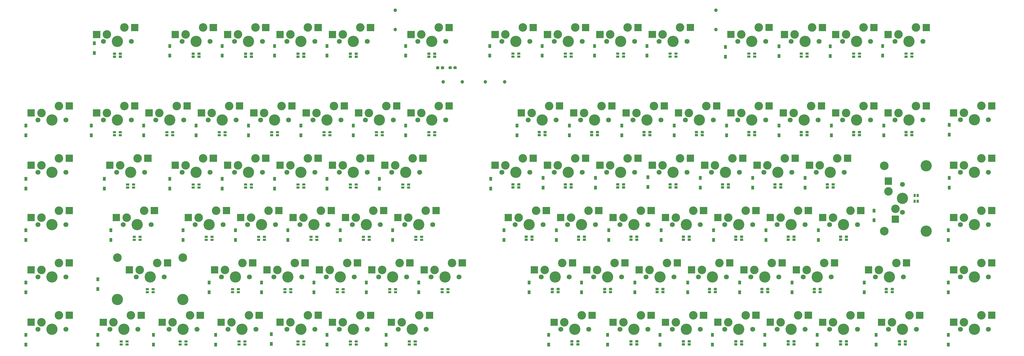
<source format=gbs>
%TF.GenerationSoftware,KiCad,Pcbnew,(5.1.9)-1*%
%TF.CreationDate,2021-05-10T22:56:05+09:00*%
%TF.ProjectId,Pistachio_rev2,50697374-6163-4686-996f-5f726576322e,rev?*%
%TF.SameCoordinates,Original*%
%TF.FileFunction,Soldermask,Bot*%
%TF.FilePolarity,Negative*%
%FSLAX46Y46*%
G04 Gerber Fmt 4.6, Leading zero omitted, Abs format (unit mm)*
G04 Created by KiCad (PCBNEW (5.1.9)-1) date 2021-05-10 22:56:05*
%MOMM*%
%LPD*%
G01*
G04 APERTURE LIST*
%ADD10C,0.902000*%
%ADD11C,1.803800*%
%ADD12C,4.089800*%
%ADD13C,3.102000*%
%ADD14C,3.150000*%
%ADD15R,1.000000X1.400000*%
%ADD16C,1.302000*%
G04 APERTURE END LIST*
D10*
%TO.C,SW83*%
X142342080Y-183806740D03*
X142342080Y-182126740D03*
X154462080Y-181266740D03*
X154472080Y-179596740D03*
G36*
G01*
X140156080Y-184216740D02*
X140156080Y-181716740D01*
G75*
G02*
X140207080Y-181665740I51000J0D01*
G01*
X142757080Y-181665740D01*
G75*
G02*
X142808080Y-181716740I0J-51000D01*
G01*
X142808080Y-184216740D01*
G75*
G02*
X142757080Y-184267740I-51000J0D01*
G01*
X140207080Y-184267740D01*
G75*
G02*
X140156080Y-184216740I0J51000D01*
G01*
G37*
D11*
X143962080Y-185506740D03*
X154122080Y-185506740D03*
D12*
X149042080Y-185506740D03*
D13*
X145232080Y-182966740D03*
X151582080Y-180426740D03*
G36*
G01*
X154006080Y-181676740D02*
X154006080Y-179176740D01*
G75*
G02*
X154057080Y-179125740I51000J0D01*
G01*
X156607080Y-179125740D01*
G75*
G02*
X156658080Y-179176740I0J-51000D01*
G01*
X156658080Y-181676740D01*
G75*
G02*
X156607080Y-181727740I-51000J0D01*
G01*
X154057080Y-181727740D01*
G75*
G02*
X154006080Y-181676740I0J51000D01*
G01*
G37*
%TD*%
D10*
%TO.C,SW82*%
X123292000Y-183800000D03*
X123292000Y-182120000D03*
X135412000Y-181260000D03*
X135422000Y-179590000D03*
G36*
G01*
X121106000Y-184210000D02*
X121106000Y-181710000D01*
G75*
G02*
X121157000Y-181659000I51000J0D01*
G01*
X123707000Y-181659000D01*
G75*
G02*
X123758000Y-181710000I0J-51000D01*
G01*
X123758000Y-184210000D01*
G75*
G02*
X123707000Y-184261000I-51000J0D01*
G01*
X121157000Y-184261000D01*
G75*
G02*
X121106000Y-184210000I0J51000D01*
G01*
G37*
D11*
X124912000Y-185500000D03*
X135072000Y-185500000D03*
D12*
X129992000Y-185500000D03*
D13*
X126182000Y-182960000D03*
X132532000Y-180420000D03*
G36*
G01*
X134956000Y-181670000D02*
X134956000Y-179170000D01*
G75*
G02*
X135007000Y-179119000I51000J0D01*
G01*
X137557000Y-179119000D01*
G75*
G02*
X137608000Y-179170000I0J-51000D01*
G01*
X137608000Y-181670000D01*
G75*
G02*
X137557000Y-181721000I-51000J0D01*
G01*
X135007000Y-181721000D01*
G75*
G02*
X134956000Y-181670000I0J51000D01*
G01*
G37*
%TD*%
D10*
%TO.C,SW81*%
X101860660Y-183806740D03*
X101860660Y-182126740D03*
X113980660Y-181266740D03*
X113990660Y-179596740D03*
G36*
G01*
X99674660Y-184216740D02*
X99674660Y-181716740D01*
G75*
G02*
X99725660Y-181665740I51000J0D01*
G01*
X102275660Y-181665740D01*
G75*
G02*
X102326660Y-181716740I0J-51000D01*
G01*
X102326660Y-184216740D01*
G75*
G02*
X102275660Y-184267740I-51000J0D01*
G01*
X99725660Y-184267740D01*
G75*
G02*
X99674660Y-184216740I0J51000D01*
G01*
G37*
D11*
X103480660Y-185506740D03*
X113640660Y-185506740D03*
D12*
X108560660Y-185506740D03*
D13*
X104750660Y-182966740D03*
X111100660Y-180426740D03*
G36*
G01*
X113524660Y-181676740D02*
X113524660Y-179176740D01*
G75*
G02*
X113575660Y-179125740I51000J0D01*
G01*
X116125660Y-179125740D01*
G75*
G02*
X116176660Y-179176740I0J-51000D01*
G01*
X116176660Y-181676740D01*
G75*
G02*
X116125660Y-181727740I-51000J0D01*
G01*
X113575660Y-181727740D01*
G75*
G02*
X113524660Y-181676740I0J51000D01*
G01*
G37*
%TD*%
D10*
%TO.C,SW7*%
X201478224Y-79024560D03*
X201478224Y-77344560D03*
X213598224Y-76484560D03*
X213608224Y-74814560D03*
G36*
G01*
X199292224Y-79434560D02*
X199292224Y-76934560D01*
G75*
G02*
X199343224Y-76883560I51000J0D01*
G01*
X201893224Y-76883560D01*
G75*
G02*
X201944224Y-76934560I0J-51000D01*
G01*
X201944224Y-79434560D01*
G75*
G02*
X201893224Y-79485560I-51000J0D01*
G01*
X199343224Y-79485560D01*
G75*
G02*
X199292224Y-79434560I0J51000D01*
G01*
G37*
D11*
X203098224Y-80724560D03*
X213258224Y-80724560D03*
D12*
X208178224Y-80724560D03*
D13*
X204368224Y-78184560D03*
X210718224Y-75644560D03*
G36*
G01*
X213142224Y-76894560D02*
X213142224Y-74394560D01*
G75*
G02*
X213193224Y-74343560I51000J0D01*
G01*
X215743224Y-74343560D01*
G75*
G02*
X215794224Y-74394560I0J-51000D01*
G01*
X215794224Y-76894560D01*
G75*
G02*
X215743224Y-76945560I-51000J0D01*
G01*
X213193224Y-76945560D01*
G75*
G02*
X213142224Y-76894560I0J51000D01*
G01*
G37*
%TD*%
D10*
%TO.C,SW4*%
X123287880Y-79024560D03*
X123287880Y-77344560D03*
X135407880Y-76484560D03*
X135417880Y-74814560D03*
G36*
G01*
X121101880Y-79434560D02*
X121101880Y-76934560D01*
G75*
G02*
X121152880Y-76883560I51000J0D01*
G01*
X123702880Y-76883560D01*
G75*
G02*
X123753880Y-76934560I0J-51000D01*
G01*
X123753880Y-79434560D01*
G75*
G02*
X123702880Y-79485560I-51000J0D01*
G01*
X121152880Y-79485560D01*
G75*
G02*
X121101880Y-79434560I0J51000D01*
G01*
G37*
D11*
X124907880Y-80724560D03*
X135067880Y-80724560D03*
D12*
X129987880Y-80724560D03*
D13*
X126177880Y-78184560D03*
X132527880Y-75644560D03*
G36*
G01*
X134951880Y-76894560D02*
X134951880Y-74394560D01*
G75*
G02*
X135002880Y-74343560I51000J0D01*
G01*
X137552880Y-74343560D01*
G75*
G02*
X137603880Y-74394560I0J-51000D01*
G01*
X137603880Y-76894560D01*
G75*
G02*
X137552880Y-76945560I-51000J0D01*
G01*
X135002880Y-76945560D01*
G75*
G02*
X134951880Y-76894560I0J51000D01*
G01*
G37*
%TD*%
D10*
%TO.C,SW1*%
X56612600Y-79024560D03*
X56612600Y-77344560D03*
X68732600Y-76484560D03*
X68742600Y-74814560D03*
G36*
G01*
X54426600Y-79434560D02*
X54426600Y-76934560D01*
G75*
G02*
X54477600Y-76883560I51000J0D01*
G01*
X57027600Y-76883560D01*
G75*
G02*
X57078600Y-76934560I0J-51000D01*
G01*
X57078600Y-79434560D01*
G75*
G02*
X57027600Y-79485560I-51000J0D01*
G01*
X54477600Y-79485560D01*
G75*
G02*
X54426600Y-79434560I0J51000D01*
G01*
G37*
D11*
X58232600Y-80724560D03*
X68392600Y-80724560D03*
D12*
X63312600Y-80724560D03*
D13*
X59502600Y-78184560D03*
X65852600Y-75644560D03*
G36*
G01*
X68276600Y-76894560D02*
X68276600Y-74394560D01*
G75*
G02*
X68327600Y-74343560I51000J0D01*
G01*
X70877600Y-74343560D01*
G75*
G02*
X70928600Y-74394560I0J-51000D01*
G01*
X70928600Y-76894560D01*
G75*
G02*
X70877600Y-76945560I-51000J0D01*
G01*
X68327600Y-76945560D01*
G75*
G02*
X68276600Y-76894560I0J51000D01*
G01*
G37*
%TD*%
D10*
%TO.C,SW35*%
X104237800Y-126649760D03*
X104237800Y-124969760D03*
X116357800Y-124109760D03*
X116367800Y-122439760D03*
G36*
G01*
X102051800Y-127059760D02*
X102051800Y-124559760D01*
G75*
G02*
X102102800Y-124508760I51000J0D01*
G01*
X104652800Y-124508760D01*
G75*
G02*
X104703800Y-124559760I0J-51000D01*
G01*
X104703800Y-127059760D01*
G75*
G02*
X104652800Y-127110760I-51000J0D01*
G01*
X102102800Y-127110760D01*
G75*
G02*
X102051800Y-127059760I0J51000D01*
G01*
G37*
D11*
X105857800Y-128349760D03*
X116017800Y-128349760D03*
D12*
X110937800Y-128349760D03*
D13*
X107127800Y-125809760D03*
X113477800Y-123269760D03*
G36*
G01*
X115901800Y-124519760D02*
X115901800Y-122019760D01*
G75*
G02*
X115952800Y-121968760I51000J0D01*
G01*
X118502800Y-121968760D01*
G75*
G02*
X118553800Y-122019760I0J-51000D01*
G01*
X118553800Y-124519760D01*
G75*
G02*
X118502800Y-124570760I-51000J0D01*
G01*
X115952800Y-124570760D01*
G75*
G02*
X115901800Y-124519760I0J51000D01*
G01*
G37*
%TD*%
%TO.C,D103*%
G36*
G01*
X246794184Y-86601694D02*
X246794184Y-85901692D01*
G75*
G02*
X246845183Y-85850693I50999J0D01*
G01*
X247845185Y-85850693D01*
G75*
G02*
X247896184Y-85901692I0J-50999D01*
G01*
X247896184Y-86601694D01*
G75*
G02*
X247845185Y-86652693I-50999J0D01*
G01*
X246845183Y-86652693D01*
G75*
G02*
X246794184Y-86601694I0J50999D01*
G01*
G37*
G36*
G01*
X246794184Y-85501694D02*
X246794184Y-84801692D01*
G75*
G02*
X246845183Y-84750693I50999J0D01*
G01*
X247845185Y-84750693D01*
G75*
G02*
X247896184Y-84801692I0J-50999D01*
G01*
X247896184Y-85501694D01*
G75*
G02*
X247845185Y-85552693I-50999J0D01*
G01*
X246845183Y-85552693D01*
G75*
G02*
X246794184Y-85501694I0J50999D01*
G01*
G37*
G36*
G01*
X244660584Y-85501694D02*
X244660584Y-84801692D01*
G75*
G02*
X244711583Y-84750693I50999J0D01*
G01*
X245711585Y-84750693D01*
G75*
G02*
X245762584Y-84801692I0J-50999D01*
G01*
X245762584Y-85501694D01*
G75*
G02*
X245711585Y-85552693I-50999J0D01*
G01*
X244711583Y-85552693D01*
G75*
G02*
X244660584Y-85501694I0J50999D01*
G01*
G37*
G36*
G01*
X244660584Y-86610494D02*
X244660584Y-85910492D01*
G75*
G02*
X244711583Y-85859493I50999J0D01*
G01*
X245711585Y-85859493D01*
G75*
G02*
X245762584Y-85910492I0J-50999D01*
G01*
X245762584Y-86610494D01*
G75*
G02*
X245711585Y-86661493I-50999J0D01*
G01*
X244711583Y-86661493D01*
G75*
G02*
X244660584Y-86610494I0J50999D01*
G01*
G37*
%TD*%
%TO.C,D104*%
G36*
G01*
X265844264Y-86601694D02*
X265844264Y-85901692D01*
G75*
G02*
X265895263Y-85850693I50999J0D01*
G01*
X266895265Y-85850693D01*
G75*
G02*
X266946264Y-85901692I0J-50999D01*
G01*
X266946264Y-86601694D01*
G75*
G02*
X266895265Y-86652693I-50999J0D01*
G01*
X265895263Y-86652693D01*
G75*
G02*
X265844264Y-86601694I0J50999D01*
G01*
G37*
G36*
G01*
X265844264Y-85501694D02*
X265844264Y-84801692D01*
G75*
G02*
X265895263Y-84750693I50999J0D01*
G01*
X266895265Y-84750693D01*
G75*
G02*
X266946264Y-84801692I0J-50999D01*
G01*
X266946264Y-85501694D01*
G75*
G02*
X266895265Y-85552693I-50999J0D01*
G01*
X265895263Y-85552693D01*
G75*
G02*
X265844264Y-85501694I0J50999D01*
G01*
G37*
G36*
G01*
X263710664Y-85501694D02*
X263710664Y-84801692D01*
G75*
G02*
X263761663Y-84750693I50999J0D01*
G01*
X264761665Y-84750693D01*
G75*
G02*
X264812664Y-84801692I0J-50999D01*
G01*
X264812664Y-85501694D01*
G75*
G02*
X264761665Y-85552693I-50999J0D01*
G01*
X263761663Y-85552693D01*
G75*
G02*
X263710664Y-85501694I0J50999D01*
G01*
G37*
G36*
G01*
X263710664Y-86610494D02*
X263710664Y-85910492D01*
G75*
G02*
X263761663Y-85859493I50999J0D01*
G01*
X264761665Y-85859493D01*
G75*
G02*
X264812664Y-85910492I0J-50999D01*
G01*
X264812664Y-86610494D01*
G75*
G02*
X264761665Y-86661493I-50999J0D01*
G01*
X263761663Y-86661493D01*
G75*
G02*
X263710664Y-86610494I0J50999D01*
G01*
G37*
%TD*%
D14*
%TO.C,REF\u002A\u002A*%
X342077290Y-149777311D03*
X342077290Y-125977311D03*
D12*
X357317290Y-149777311D03*
X357317290Y-125977311D03*
%TD*%
D14*
%TO.C,REF\u002A\u002A*%
X63312290Y-159462311D03*
X87112290Y-159462311D03*
D12*
X63312290Y-174702311D03*
X87112290Y-174702311D03*
%TD*%
D15*
%TO.C,D1*%
X54912600Y-84899560D03*
X54912600Y-81349560D03*
%TD*%
%TO.C,D2*%
X82362370Y-85900480D03*
X82362370Y-82350480D03*
%TD*%
%TO.C,D3*%
X101412450Y-85900480D03*
X101412450Y-82350480D03*
%TD*%
%TO.C,D4*%
X120462530Y-85900480D03*
X120462530Y-82350480D03*
%TD*%
%TO.C,D5*%
X139512610Y-85900480D03*
X139512610Y-82350480D03*
%TD*%
%TO.C,D6*%
X168087730Y-85900480D03*
X168087730Y-82350480D03*
%TD*%
%TO.C,D7*%
X198653184Y-85900480D03*
X198653184Y-82350480D03*
%TD*%
%TO.C,D8*%
X217703264Y-85900480D03*
X217703264Y-82350480D03*
%TD*%
%TO.C,D9*%
X236753344Y-85900480D03*
X236753344Y-82350480D03*
%TD*%
%TO.C,D10*%
X255803424Y-85900480D03*
X255803424Y-82350480D03*
%TD*%
%TO.C,D11*%
X284378544Y-86311681D03*
X284378544Y-82761681D03*
%TD*%
%TO.C,D12*%
X303819550Y-86048583D03*
X303819550Y-82498583D03*
%TD*%
%TO.C,D13*%
X322478704Y-86048583D03*
X322478704Y-82498583D03*
%TD*%
%TO.C,D14*%
X341528784Y-85900480D03*
X341528784Y-82350480D03*
%TD*%
%TO.C,D15*%
X29974650Y-114886801D03*
X29974650Y-111336801D03*
%TD*%
%TO.C,D16*%
X53787250Y-114886801D03*
X53787250Y-111336801D03*
%TD*%
%TO.C,D17*%
X72837330Y-114886801D03*
X72837330Y-111336801D03*
%TD*%
%TO.C,D18*%
X91887410Y-114886801D03*
X91887410Y-111336801D03*
%TD*%
%TO.C,D19*%
X110937490Y-114886801D03*
X110937490Y-111336801D03*
%TD*%
%TO.C,D20*%
X129987570Y-114886801D03*
X129987570Y-111336801D03*
%TD*%
%TO.C,D21*%
X149037650Y-114886801D03*
X149037650Y-111336801D03*
%TD*%
%TO.C,D22*%
X168087730Y-114886801D03*
X168087730Y-111336801D03*
%TD*%
%TO.C,D23*%
X208569150Y-114886801D03*
X208569150Y-111336801D03*
%TD*%
%TO.C,D24*%
X227619230Y-114886801D03*
X227619230Y-111336801D03*
%TD*%
%TO.C,D25*%
X246669310Y-114886801D03*
X246669310Y-111336801D03*
%TD*%
%TO.C,D26*%
X265719390Y-114886801D03*
X265719390Y-111336801D03*
%TD*%
%TO.C,D27*%
X284769470Y-114886801D03*
X284769470Y-111336801D03*
%TD*%
%TO.C,D28*%
X303819550Y-114886801D03*
X303819550Y-111336801D03*
%TD*%
%TO.C,D29*%
X322869630Y-114886801D03*
X322869630Y-111336801D03*
%TD*%
%TO.C,D30*%
X341919710Y-114886801D03*
X341919710Y-111336801D03*
%TD*%
%TO.C,D32*%
X29974960Y-134281020D03*
X29974960Y-130731020D03*
%TD*%
%TO.C,D33*%
X58550080Y-134281020D03*
X58550080Y-130731020D03*
%TD*%
%TO.C,D34*%
X82362680Y-134281020D03*
X82362680Y-130731020D03*
%TD*%
%TO.C,D35*%
X101412760Y-134281020D03*
X101412760Y-130731020D03*
%TD*%
%TO.C,D36*%
X120462840Y-134281020D03*
X120462840Y-130731020D03*
%TD*%
%TO.C,D37*%
X139512920Y-134281020D03*
X139512920Y-130731020D03*
%TD*%
%TO.C,D38*%
X158563000Y-134281020D03*
X158563000Y-130731020D03*
%TD*%
%TO.C,D39*%
X199044420Y-134281020D03*
X199044420Y-130731020D03*
%TD*%
%TO.C,D40*%
X218094500Y-133936881D03*
X218094500Y-130386881D03*
%TD*%
%TO.C,D41*%
X237144580Y-133936881D03*
X237144580Y-130386881D03*
%TD*%
%TO.C,D42*%
X256194660Y-133696650D03*
X256194660Y-130146650D03*
%TD*%
%TO.C,D43*%
X275244740Y-133936881D03*
X275244740Y-130386881D03*
%TD*%
%TO.C,D44*%
X294294820Y-133936881D03*
X294294820Y-130386881D03*
%TD*%
%TO.C,D45*%
X313344900Y-133936881D03*
X313344900Y-130386881D03*
%TD*%
%TO.C,D46*%
X365732620Y-133936881D03*
X365732620Y-130386881D03*
%TD*%
%TO.C,D31*%
X365732620Y-114646570D03*
X365732620Y-111096570D03*
%TD*%
%TO.C,D47*%
X29974650Y-152986961D03*
X29974650Y-149436961D03*
%TD*%
%TO.C,D48*%
X60931030Y-152986961D03*
X60931030Y-149436961D03*
%TD*%
%TO.C,D49*%
X87124890Y-152986961D03*
X87124890Y-149436961D03*
%TD*%
%TO.C,D50*%
X106174970Y-152986961D03*
X106174970Y-149436961D03*
%TD*%
%TO.C,D51*%
X125225050Y-152986961D03*
X125225050Y-149436961D03*
%TD*%
%TO.C,D52*%
X144275130Y-152986961D03*
X144275130Y-149436961D03*
%TD*%
%TO.C,D53*%
X163325210Y-152986961D03*
X163325210Y-149436961D03*
%TD*%
%TO.C,D54*%
X203806630Y-152986961D03*
X203806630Y-149436961D03*
%TD*%
%TO.C,D55*%
X222856710Y-152986961D03*
X222856710Y-149436961D03*
%TD*%
%TO.C,D56*%
X241906790Y-152986961D03*
X241906790Y-149436961D03*
%TD*%
%TO.C,D57*%
X260956870Y-152986961D03*
X260956870Y-149436961D03*
%TD*%
%TO.C,D58*%
X280006950Y-152986961D03*
X280006950Y-149436961D03*
%TD*%
%TO.C,D59*%
X299057030Y-152986961D03*
X299057030Y-149436961D03*
%TD*%
%TO.C,D60*%
X318107110Y-152986961D03*
X318107110Y-149436961D03*
%TD*%
%TO.C,D61*%
X338347820Y-145843181D03*
X338347820Y-142293181D03*
%TD*%
%TO.C,D62*%
X365341384Y-152986961D03*
X365341384Y-149436961D03*
%TD*%
%TO.C,D63*%
X29974650Y-172037041D03*
X29974650Y-168487041D03*
%TD*%
%TO.C,D64*%
X56168510Y-170846411D03*
X56168510Y-167296411D03*
%TD*%
%TO.C,D65*%
X96649930Y-172037041D03*
X96649930Y-168487041D03*
%TD*%
%TO.C,D66*%
X115700010Y-172037041D03*
X115700010Y-168487041D03*
%TD*%
%TO.C,D67*%
X134750090Y-172037041D03*
X134750090Y-168487041D03*
%TD*%
%TO.C,D68*%
X153800170Y-172037041D03*
X153800170Y-168487041D03*
%TD*%
%TO.C,D69*%
X172850250Y-172037041D03*
X172850250Y-168487041D03*
%TD*%
%TO.C,D70*%
X212940744Y-172037041D03*
X212940744Y-168487041D03*
%TD*%
%TO.C,D71*%
X231990824Y-172037041D03*
X231990824Y-168487041D03*
%TD*%
%TO.C,D72*%
X251431830Y-172037041D03*
X251431830Y-168487041D03*
%TD*%
%TO.C,D73*%
X270645818Y-172037041D03*
X270645818Y-168487041D03*
%TD*%
%TO.C,D74*%
X289531990Y-172037041D03*
X289531990Y-168487041D03*
%TD*%
%TO.C,D75*%
X308582070Y-172037041D03*
X308582070Y-168487041D03*
%TD*%
%TO.C,D76*%
X334775930Y-172037041D03*
X334775930Y-168487041D03*
%TD*%
%TO.C,D77*%
X365341384Y-172037041D03*
X365341384Y-168487041D03*
%TD*%
%TO.C,D78*%
X29974650Y-191087121D03*
X29974650Y-187537121D03*
%TD*%
%TO.C,D79*%
X56168510Y-191087121D03*
X56168510Y-187537121D03*
%TD*%
%TO.C,D80*%
X76413650Y-191087121D03*
X76413650Y-187537121D03*
%TD*%
%TO.C,D81*%
X99035620Y-191087121D03*
X99035620Y-187537121D03*
%TD*%
%TO.C,D82*%
X119276330Y-190853630D03*
X119276330Y-187303630D03*
%TD*%
%TO.C,D83*%
X139517040Y-191087121D03*
X139517040Y-187537121D03*
%TD*%
%TO.C,D84*%
X160948380Y-191087121D03*
X160948380Y-187537121D03*
%TD*%
%TO.C,D85*%
X220084524Y-191087121D03*
X220084524Y-187537121D03*
%TD*%
%TO.C,D86*%
X241515864Y-191087121D03*
X241515864Y-187537121D03*
%TD*%
%TO.C,D87*%
X260565944Y-191087121D03*
X260565944Y-187537121D03*
%TD*%
%TO.C,D88*%
X279616024Y-191087121D03*
X279616024Y-187537121D03*
%TD*%
%TO.C,D89*%
X298666104Y-191087121D03*
X298666104Y-187537121D03*
%TD*%
%TO.C,D90*%
X317716184Y-191087121D03*
X317716184Y-187537121D03*
%TD*%
%TO.C,D91*%
X339147524Y-191087121D03*
X339147524Y-187537121D03*
%TD*%
%TO.C,D92*%
X365341384Y-191087121D03*
X365341384Y-187537121D03*
%TD*%
%TO.C,D95*%
G36*
G01*
X63828090Y-86627312D02*
X63828090Y-85927310D01*
G75*
G02*
X63879089Y-85876311I50999J0D01*
G01*
X64879091Y-85876311D01*
G75*
G02*
X64930090Y-85927310I0J-50999D01*
G01*
X64930090Y-86627312D01*
G75*
G02*
X64879091Y-86678311I-50999J0D01*
G01*
X63879089Y-86678311D01*
G75*
G02*
X63828090Y-86627312I0J50999D01*
G01*
G37*
G36*
G01*
X63828090Y-85527312D02*
X63828090Y-84827310D01*
G75*
G02*
X63879089Y-84776311I50999J0D01*
G01*
X64879091Y-84776311D01*
G75*
G02*
X64930090Y-84827310I0J-50999D01*
G01*
X64930090Y-85527312D01*
G75*
G02*
X64879091Y-85578311I-50999J0D01*
G01*
X63879089Y-85578311D01*
G75*
G02*
X63828090Y-85527312I0J50999D01*
G01*
G37*
G36*
G01*
X61694490Y-85527312D02*
X61694490Y-84827310D01*
G75*
G02*
X61745489Y-84776311I50999J0D01*
G01*
X62745491Y-84776311D01*
G75*
G02*
X62796490Y-84827310I0J-50999D01*
G01*
X62796490Y-85527312D01*
G75*
G02*
X62745491Y-85578311I-50999J0D01*
G01*
X61745489Y-85578311D01*
G75*
G02*
X61694490Y-85527312I0J50999D01*
G01*
G37*
G36*
G01*
X61694490Y-86636112D02*
X61694490Y-85936110D01*
G75*
G02*
X61745489Y-85885111I50999J0D01*
G01*
X62745491Y-85885111D01*
G75*
G02*
X62796490Y-85936110I0J-50999D01*
G01*
X62796490Y-86636112D01*
G75*
G02*
X62745491Y-86687111I-50999J0D01*
G01*
X61745489Y-86687111D01*
G75*
G02*
X61694490Y-86636112I0J50999D01*
G01*
G37*
%TD*%
%TO.C,D96*%
G36*
G01*
X92403210Y-86627312D02*
X92403210Y-85927310D01*
G75*
G02*
X92454209Y-85876311I50999J0D01*
G01*
X93454211Y-85876311D01*
G75*
G02*
X93505210Y-85927310I0J-50999D01*
G01*
X93505210Y-86627312D01*
G75*
G02*
X93454211Y-86678311I-50999J0D01*
G01*
X92454209Y-86678311D01*
G75*
G02*
X92403210Y-86627312I0J50999D01*
G01*
G37*
G36*
G01*
X92403210Y-85527312D02*
X92403210Y-84827310D01*
G75*
G02*
X92454209Y-84776311I50999J0D01*
G01*
X93454211Y-84776311D01*
G75*
G02*
X93505210Y-84827310I0J-50999D01*
G01*
X93505210Y-85527312D01*
G75*
G02*
X93454211Y-85578311I-50999J0D01*
G01*
X92454209Y-85578311D01*
G75*
G02*
X92403210Y-85527312I0J50999D01*
G01*
G37*
G36*
G01*
X90269610Y-85527312D02*
X90269610Y-84827310D01*
G75*
G02*
X90320609Y-84776311I50999J0D01*
G01*
X91320611Y-84776311D01*
G75*
G02*
X91371610Y-84827310I0J-50999D01*
G01*
X91371610Y-85527312D01*
G75*
G02*
X91320611Y-85578311I-50999J0D01*
G01*
X90320609Y-85578311D01*
G75*
G02*
X90269610Y-85527312I0J50999D01*
G01*
G37*
G36*
G01*
X90269610Y-86636112D02*
X90269610Y-85936110D01*
G75*
G02*
X90320609Y-85885111I50999J0D01*
G01*
X91320611Y-85885111D01*
G75*
G02*
X91371610Y-85936110I0J-50999D01*
G01*
X91371610Y-86636112D01*
G75*
G02*
X91320611Y-86687111I-50999J0D01*
G01*
X90320609Y-86687111D01*
G75*
G02*
X90269610Y-86636112I0J50999D01*
G01*
G37*
%TD*%
%TO.C,D97*%
G36*
G01*
X111453290Y-86627312D02*
X111453290Y-85927310D01*
G75*
G02*
X111504289Y-85876311I50999J0D01*
G01*
X112504291Y-85876311D01*
G75*
G02*
X112555290Y-85927310I0J-50999D01*
G01*
X112555290Y-86627312D01*
G75*
G02*
X112504291Y-86678311I-50999J0D01*
G01*
X111504289Y-86678311D01*
G75*
G02*
X111453290Y-86627312I0J50999D01*
G01*
G37*
G36*
G01*
X111453290Y-85527312D02*
X111453290Y-84827310D01*
G75*
G02*
X111504289Y-84776311I50999J0D01*
G01*
X112504291Y-84776311D01*
G75*
G02*
X112555290Y-84827310I0J-50999D01*
G01*
X112555290Y-85527312D01*
G75*
G02*
X112504291Y-85578311I-50999J0D01*
G01*
X111504289Y-85578311D01*
G75*
G02*
X111453290Y-85527312I0J50999D01*
G01*
G37*
G36*
G01*
X109319690Y-85527312D02*
X109319690Y-84827310D01*
G75*
G02*
X109370689Y-84776311I50999J0D01*
G01*
X110370691Y-84776311D01*
G75*
G02*
X110421690Y-84827310I0J-50999D01*
G01*
X110421690Y-85527312D01*
G75*
G02*
X110370691Y-85578311I-50999J0D01*
G01*
X109370689Y-85578311D01*
G75*
G02*
X109319690Y-85527312I0J50999D01*
G01*
G37*
G36*
G01*
X109319690Y-86636112D02*
X109319690Y-85936110D01*
G75*
G02*
X109370689Y-85885111I50999J0D01*
G01*
X110370691Y-85885111D01*
G75*
G02*
X110421690Y-85936110I0J-50999D01*
G01*
X110421690Y-86636112D01*
G75*
G02*
X110370691Y-86687111I-50999J0D01*
G01*
X109370689Y-86687111D01*
G75*
G02*
X109319690Y-86636112I0J50999D01*
G01*
G37*
%TD*%
%TO.C,D98*%
G36*
G01*
X130503370Y-86627312D02*
X130503370Y-85927310D01*
G75*
G02*
X130554369Y-85876311I50999J0D01*
G01*
X131554371Y-85876311D01*
G75*
G02*
X131605370Y-85927310I0J-50999D01*
G01*
X131605370Y-86627312D01*
G75*
G02*
X131554371Y-86678311I-50999J0D01*
G01*
X130554369Y-86678311D01*
G75*
G02*
X130503370Y-86627312I0J50999D01*
G01*
G37*
G36*
G01*
X130503370Y-85527312D02*
X130503370Y-84827310D01*
G75*
G02*
X130554369Y-84776311I50999J0D01*
G01*
X131554371Y-84776311D01*
G75*
G02*
X131605370Y-84827310I0J-50999D01*
G01*
X131605370Y-85527312D01*
G75*
G02*
X131554371Y-85578311I-50999J0D01*
G01*
X130554369Y-85578311D01*
G75*
G02*
X130503370Y-85527312I0J50999D01*
G01*
G37*
G36*
G01*
X128369770Y-85527312D02*
X128369770Y-84827310D01*
G75*
G02*
X128420769Y-84776311I50999J0D01*
G01*
X129420771Y-84776311D01*
G75*
G02*
X129471770Y-84827310I0J-50999D01*
G01*
X129471770Y-85527312D01*
G75*
G02*
X129420771Y-85578311I-50999J0D01*
G01*
X128420769Y-85578311D01*
G75*
G02*
X128369770Y-85527312I0J50999D01*
G01*
G37*
G36*
G01*
X128369770Y-86636112D02*
X128369770Y-85936110D01*
G75*
G02*
X128420769Y-85885111I50999J0D01*
G01*
X129420771Y-85885111D01*
G75*
G02*
X129471770Y-85936110I0J-50999D01*
G01*
X129471770Y-86636112D01*
G75*
G02*
X129420771Y-86687111I-50999J0D01*
G01*
X128420769Y-86687111D01*
G75*
G02*
X128369770Y-86636112I0J50999D01*
G01*
G37*
%TD*%
%TO.C,D99*%
G36*
G01*
X149553450Y-86627312D02*
X149553450Y-85927310D01*
G75*
G02*
X149604449Y-85876311I50999J0D01*
G01*
X150604451Y-85876311D01*
G75*
G02*
X150655450Y-85927310I0J-50999D01*
G01*
X150655450Y-86627312D01*
G75*
G02*
X150604451Y-86678311I-50999J0D01*
G01*
X149604449Y-86678311D01*
G75*
G02*
X149553450Y-86627312I0J50999D01*
G01*
G37*
G36*
G01*
X149553450Y-85527312D02*
X149553450Y-84827310D01*
G75*
G02*
X149604449Y-84776311I50999J0D01*
G01*
X150604451Y-84776311D01*
G75*
G02*
X150655450Y-84827310I0J-50999D01*
G01*
X150655450Y-85527312D01*
G75*
G02*
X150604451Y-85578311I-50999J0D01*
G01*
X149604449Y-85578311D01*
G75*
G02*
X149553450Y-85527312I0J50999D01*
G01*
G37*
G36*
G01*
X147419850Y-85527312D02*
X147419850Y-84827310D01*
G75*
G02*
X147470849Y-84776311I50999J0D01*
G01*
X148470851Y-84776311D01*
G75*
G02*
X148521850Y-84827310I0J-50999D01*
G01*
X148521850Y-85527312D01*
G75*
G02*
X148470851Y-85578311I-50999J0D01*
G01*
X147470849Y-85578311D01*
G75*
G02*
X147419850Y-85527312I0J50999D01*
G01*
G37*
G36*
G01*
X147419850Y-86636112D02*
X147419850Y-85936110D01*
G75*
G02*
X147470849Y-85885111I50999J0D01*
G01*
X148470851Y-85885111D01*
G75*
G02*
X148521850Y-85936110I0J-50999D01*
G01*
X148521850Y-86636112D01*
G75*
G02*
X148470851Y-86687111I-50999J0D01*
G01*
X147470849Y-86687111D01*
G75*
G02*
X147419850Y-86636112I0J50999D01*
G01*
G37*
%TD*%
%TO.C,D100*%
G36*
G01*
X178128570Y-86627312D02*
X178128570Y-85927310D01*
G75*
G02*
X178179569Y-85876311I50999J0D01*
G01*
X179179571Y-85876311D01*
G75*
G02*
X179230570Y-85927310I0J-50999D01*
G01*
X179230570Y-86627312D01*
G75*
G02*
X179179571Y-86678311I-50999J0D01*
G01*
X178179569Y-86678311D01*
G75*
G02*
X178128570Y-86627312I0J50999D01*
G01*
G37*
G36*
G01*
X178128570Y-85527312D02*
X178128570Y-84827310D01*
G75*
G02*
X178179569Y-84776311I50999J0D01*
G01*
X179179571Y-84776311D01*
G75*
G02*
X179230570Y-84827310I0J-50999D01*
G01*
X179230570Y-85527312D01*
G75*
G02*
X179179571Y-85578311I-50999J0D01*
G01*
X178179569Y-85578311D01*
G75*
G02*
X178128570Y-85527312I0J50999D01*
G01*
G37*
G36*
G01*
X175994970Y-85527312D02*
X175994970Y-84827310D01*
G75*
G02*
X176045969Y-84776311I50999J0D01*
G01*
X177045971Y-84776311D01*
G75*
G02*
X177096970Y-84827310I0J-50999D01*
G01*
X177096970Y-85527312D01*
G75*
G02*
X177045971Y-85578311I-50999J0D01*
G01*
X176045969Y-85578311D01*
G75*
G02*
X175994970Y-85527312I0J50999D01*
G01*
G37*
G36*
G01*
X175994970Y-86636112D02*
X175994970Y-85936110D01*
G75*
G02*
X176045969Y-85885111I50999J0D01*
G01*
X177045971Y-85885111D01*
G75*
G02*
X177096970Y-85936110I0J-50999D01*
G01*
X177096970Y-86636112D01*
G75*
G02*
X177045971Y-86687111I-50999J0D01*
G01*
X176045969Y-86687111D01*
G75*
G02*
X175994970Y-86636112I0J50999D01*
G01*
G37*
%TD*%
%TO.C,D101*%
G36*
G01*
X208694024Y-86601694D02*
X208694024Y-85901692D01*
G75*
G02*
X208745023Y-85850693I50999J0D01*
G01*
X209745025Y-85850693D01*
G75*
G02*
X209796024Y-85901692I0J-50999D01*
G01*
X209796024Y-86601694D01*
G75*
G02*
X209745025Y-86652693I-50999J0D01*
G01*
X208745023Y-86652693D01*
G75*
G02*
X208694024Y-86601694I0J50999D01*
G01*
G37*
G36*
G01*
X208694024Y-85501694D02*
X208694024Y-84801692D01*
G75*
G02*
X208745023Y-84750693I50999J0D01*
G01*
X209745025Y-84750693D01*
G75*
G02*
X209796024Y-84801692I0J-50999D01*
G01*
X209796024Y-85501694D01*
G75*
G02*
X209745025Y-85552693I-50999J0D01*
G01*
X208745023Y-85552693D01*
G75*
G02*
X208694024Y-85501694I0J50999D01*
G01*
G37*
G36*
G01*
X206560424Y-85501694D02*
X206560424Y-84801692D01*
G75*
G02*
X206611423Y-84750693I50999J0D01*
G01*
X207611425Y-84750693D01*
G75*
G02*
X207662424Y-84801692I0J-50999D01*
G01*
X207662424Y-85501694D01*
G75*
G02*
X207611425Y-85552693I-50999J0D01*
G01*
X206611423Y-85552693D01*
G75*
G02*
X206560424Y-85501694I0J50999D01*
G01*
G37*
G36*
G01*
X206560424Y-86610494D02*
X206560424Y-85910492D01*
G75*
G02*
X206611423Y-85859493I50999J0D01*
G01*
X207611425Y-85859493D01*
G75*
G02*
X207662424Y-85910492I0J-50999D01*
G01*
X207662424Y-86610494D01*
G75*
G02*
X207611425Y-86661493I-50999J0D01*
G01*
X206611423Y-86661493D01*
G75*
G02*
X206560424Y-86610494I0J50999D01*
G01*
G37*
%TD*%
%TO.C,D102*%
G36*
G01*
X227744104Y-86601694D02*
X227744104Y-85901692D01*
G75*
G02*
X227795103Y-85850693I50999J0D01*
G01*
X228795105Y-85850693D01*
G75*
G02*
X228846104Y-85901692I0J-50999D01*
G01*
X228846104Y-86601694D01*
G75*
G02*
X228795105Y-86652693I-50999J0D01*
G01*
X227795103Y-86652693D01*
G75*
G02*
X227744104Y-86601694I0J50999D01*
G01*
G37*
G36*
G01*
X227744104Y-85501694D02*
X227744104Y-84801692D01*
G75*
G02*
X227795103Y-84750693I50999J0D01*
G01*
X228795105Y-84750693D01*
G75*
G02*
X228846104Y-84801692I0J-50999D01*
G01*
X228846104Y-85501694D01*
G75*
G02*
X228795105Y-85552693I-50999J0D01*
G01*
X227795103Y-85552693D01*
G75*
G02*
X227744104Y-85501694I0J50999D01*
G01*
G37*
G36*
G01*
X225610504Y-85501694D02*
X225610504Y-84801692D01*
G75*
G02*
X225661503Y-84750693I50999J0D01*
G01*
X226661505Y-84750693D01*
G75*
G02*
X226712504Y-84801692I0J-50999D01*
G01*
X226712504Y-85501694D01*
G75*
G02*
X226661505Y-85552693I-50999J0D01*
G01*
X225661503Y-85552693D01*
G75*
G02*
X225610504Y-85501694I0J50999D01*
G01*
G37*
G36*
G01*
X225610504Y-86610494D02*
X225610504Y-85910492D01*
G75*
G02*
X225661503Y-85859493I50999J0D01*
G01*
X226661505Y-85859493D01*
G75*
G02*
X226712504Y-85910492I0J-50999D01*
G01*
X226712504Y-86610494D01*
G75*
G02*
X226661505Y-86661493I-50999J0D01*
G01*
X225661503Y-86661493D01*
G75*
G02*
X225610504Y-86610494I0J50999D01*
G01*
G37*
%TD*%
%TO.C,D105*%
G36*
G01*
X294419384Y-86601694D02*
X294419384Y-85901692D01*
G75*
G02*
X294470383Y-85850693I50999J0D01*
G01*
X295470385Y-85850693D01*
G75*
G02*
X295521384Y-85901692I0J-50999D01*
G01*
X295521384Y-86601694D01*
G75*
G02*
X295470385Y-86652693I-50999J0D01*
G01*
X294470383Y-86652693D01*
G75*
G02*
X294419384Y-86601694I0J50999D01*
G01*
G37*
G36*
G01*
X294419384Y-85501694D02*
X294419384Y-84801692D01*
G75*
G02*
X294470383Y-84750693I50999J0D01*
G01*
X295470385Y-84750693D01*
G75*
G02*
X295521384Y-84801692I0J-50999D01*
G01*
X295521384Y-85501694D01*
G75*
G02*
X295470385Y-85552693I-50999J0D01*
G01*
X294470383Y-85552693D01*
G75*
G02*
X294419384Y-85501694I0J50999D01*
G01*
G37*
G36*
G01*
X292285784Y-85501694D02*
X292285784Y-84801692D01*
G75*
G02*
X292336783Y-84750693I50999J0D01*
G01*
X293336785Y-84750693D01*
G75*
G02*
X293387784Y-84801692I0J-50999D01*
G01*
X293387784Y-85501694D01*
G75*
G02*
X293336785Y-85552693I-50999J0D01*
G01*
X292336783Y-85552693D01*
G75*
G02*
X292285784Y-85501694I0J50999D01*
G01*
G37*
G36*
G01*
X292285784Y-86610494D02*
X292285784Y-85910492D01*
G75*
G02*
X292336783Y-85859493I50999J0D01*
G01*
X293336785Y-85859493D01*
G75*
G02*
X293387784Y-85910492I0J-50999D01*
G01*
X293387784Y-86610494D01*
G75*
G02*
X293336785Y-86661493I-50999J0D01*
G01*
X292336783Y-86661493D01*
G75*
G02*
X292285784Y-86610494I0J50999D01*
G01*
G37*
%TD*%
%TO.C,D106*%
G36*
G01*
X313469024Y-86601694D02*
X313469024Y-85901692D01*
G75*
G02*
X313520023Y-85850693I50999J0D01*
G01*
X314520025Y-85850693D01*
G75*
G02*
X314571024Y-85901692I0J-50999D01*
G01*
X314571024Y-86601694D01*
G75*
G02*
X314520025Y-86652693I-50999J0D01*
G01*
X313520023Y-86652693D01*
G75*
G02*
X313469024Y-86601694I0J50999D01*
G01*
G37*
G36*
G01*
X313469024Y-85501694D02*
X313469024Y-84801692D01*
G75*
G02*
X313520023Y-84750693I50999J0D01*
G01*
X314520025Y-84750693D01*
G75*
G02*
X314571024Y-84801692I0J-50999D01*
G01*
X314571024Y-85501694D01*
G75*
G02*
X314520025Y-85552693I-50999J0D01*
G01*
X313520023Y-85552693D01*
G75*
G02*
X313469024Y-85501694I0J50999D01*
G01*
G37*
G36*
G01*
X311335424Y-85501694D02*
X311335424Y-84801692D01*
G75*
G02*
X311386423Y-84750693I50999J0D01*
G01*
X312386425Y-84750693D01*
G75*
G02*
X312437424Y-84801692I0J-50999D01*
G01*
X312437424Y-85501694D01*
G75*
G02*
X312386425Y-85552693I-50999J0D01*
G01*
X311386423Y-85552693D01*
G75*
G02*
X311335424Y-85501694I0J50999D01*
G01*
G37*
G36*
G01*
X311335424Y-86610494D02*
X311335424Y-85910492D01*
G75*
G02*
X311386423Y-85859493I50999J0D01*
G01*
X312386425Y-85859493D01*
G75*
G02*
X312437424Y-85910492I0J-50999D01*
G01*
X312437424Y-86610494D01*
G75*
G02*
X312386425Y-86661493I-50999J0D01*
G01*
X311386423Y-86661493D01*
G75*
G02*
X311335424Y-86610494I0J50999D01*
G01*
G37*
%TD*%
%TO.C,D107*%
G36*
G01*
X332519544Y-86605494D02*
X332519544Y-85905492D01*
G75*
G02*
X332570543Y-85854493I50999J0D01*
G01*
X333570545Y-85854493D01*
G75*
G02*
X333621544Y-85905492I0J-50999D01*
G01*
X333621544Y-86605494D01*
G75*
G02*
X333570545Y-86656493I-50999J0D01*
G01*
X332570543Y-86656493D01*
G75*
G02*
X332519544Y-86605494I0J50999D01*
G01*
G37*
G36*
G01*
X332519544Y-85505494D02*
X332519544Y-84805492D01*
G75*
G02*
X332570543Y-84754493I50999J0D01*
G01*
X333570545Y-84754493D01*
G75*
G02*
X333621544Y-84805492I0J-50999D01*
G01*
X333621544Y-85505494D01*
G75*
G02*
X333570545Y-85556493I-50999J0D01*
G01*
X332570543Y-85556493D01*
G75*
G02*
X332519544Y-85505494I0J50999D01*
G01*
G37*
G36*
G01*
X330385944Y-85505494D02*
X330385944Y-84805492D01*
G75*
G02*
X330436943Y-84754493I50999J0D01*
G01*
X331436945Y-84754493D01*
G75*
G02*
X331487944Y-84805492I0J-50999D01*
G01*
X331487944Y-85505494D01*
G75*
G02*
X331436945Y-85556493I-50999J0D01*
G01*
X330436943Y-85556493D01*
G75*
G02*
X330385944Y-85505494I0J50999D01*
G01*
G37*
G36*
G01*
X330385944Y-86614294D02*
X330385944Y-85914292D01*
G75*
G02*
X330436943Y-85863293I50999J0D01*
G01*
X331436945Y-85863293D01*
G75*
G02*
X331487944Y-85914292I0J-50999D01*
G01*
X331487944Y-86614294D01*
G75*
G02*
X331436945Y-86665293I-50999J0D01*
G01*
X330436943Y-86665293D01*
G75*
G02*
X330385944Y-86614294I0J50999D01*
G01*
G37*
%TD*%
%TO.C,D108*%
G36*
G01*
X351569024Y-86605494D02*
X351569024Y-85905492D01*
G75*
G02*
X351620023Y-85854493I50999J0D01*
G01*
X352620025Y-85854493D01*
G75*
G02*
X352671024Y-85905492I0J-50999D01*
G01*
X352671024Y-86605494D01*
G75*
G02*
X352620025Y-86656493I-50999J0D01*
G01*
X351620023Y-86656493D01*
G75*
G02*
X351569024Y-86605494I0J50999D01*
G01*
G37*
G36*
G01*
X351569024Y-85505494D02*
X351569024Y-84805492D01*
G75*
G02*
X351620023Y-84754493I50999J0D01*
G01*
X352620025Y-84754493D01*
G75*
G02*
X352671024Y-84805492I0J-50999D01*
G01*
X352671024Y-85505494D01*
G75*
G02*
X352620025Y-85556493I-50999J0D01*
G01*
X351620023Y-85556493D01*
G75*
G02*
X351569024Y-85505494I0J50999D01*
G01*
G37*
G36*
G01*
X349435424Y-85505494D02*
X349435424Y-84805492D01*
G75*
G02*
X349486423Y-84754493I50999J0D01*
G01*
X350486425Y-84754493D01*
G75*
G02*
X350537424Y-84805492I0J-50999D01*
G01*
X350537424Y-85505494D01*
G75*
G02*
X350486425Y-85556493I-50999J0D01*
G01*
X349486423Y-85556493D01*
G75*
G02*
X349435424Y-85505494I0J50999D01*
G01*
G37*
G36*
G01*
X349435424Y-86614294D02*
X349435424Y-85914292D01*
G75*
G02*
X349486423Y-85863293I50999J0D01*
G01*
X350486425Y-85863293D01*
G75*
G02*
X350537424Y-85914292I0J-50999D01*
G01*
X350537424Y-86614294D01*
G75*
G02*
X350486425Y-86665293I-50999J0D01*
G01*
X349486423Y-86665293D01*
G75*
G02*
X349435424Y-86614294I0J50999D01*
G01*
G37*
%TD*%
%TO.C,D109*%
G36*
G01*
X63828090Y-115202432D02*
X63828090Y-114502430D01*
G75*
G02*
X63879089Y-114451431I50999J0D01*
G01*
X64879091Y-114451431D01*
G75*
G02*
X64930090Y-114502430I0J-50999D01*
G01*
X64930090Y-115202432D01*
G75*
G02*
X64879091Y-115253431I-50999J0D01*
G01*
X63879089Y-115253431D01*
G75*
G02*
X63828090Y-115202432I0J50999D01*
G01*
G37*
G36*
G01*
X63828090Y-114102432D02*
X63828090Y-113402430D01*
G75*
G02*
X63879089Y-113351431I50999J0D01*
G01*
X64879091Y-113351431D01*
G75*
G02*
X64930090Y-113402430I0J-50999D01*
G01*
X64930090Y-114102432D01*
G75*
G02*
X64879091Y-114153431I-50999J0D01*
G01*
X63879089Y-114153431D01*
G75*
G02*
X63828090Y-114102432I0J50999D01*
G01*
G37*
G36*
G01*
X61694490Y-114102432D02*
X61694490Y-113402430D01*
G75*
G02*
X61745489Y-113351431I50999J0D01*
G01*
X62745491Y-113351431D01*
G75*
G02*
X62796490Y-113402430I0J-50999D01*
G01*
X62796490Y-114102432D01*
G75*
G02*
X62745491Y-114153431I-50999J0D01*
G01*
X61745489Y-114153431D01*
G75*
G02*
X61694490Y-114102432I0J50999D01*
G01*
G37*
G36*
G01*
X61694490Y-115211232D02*
X61694490Y-114511230D01*
G75*
G02*
X61745489Y-114460231I50999J0D01*
G01*
X62745491Y-114460231D01*
G75*
G02*
X62796490Y-114511230I0J-50999D01*
G01*
X62796490Y-115211232D01*
G75*
G02*
X62745491Y-115262231I-50999J0D01*
G01*
X61745489Y-115262231D01*
G75*
G02*
X61694490Y-115211232I0J50999D01*
G01*
G37*
%TD*%
%TO.C,D110*%
G36*
G01*
X82878170Y-115202432D02*
X82878170Y-114502430D01*
G75*
G02*
X82929169Y-114451431I50999J0D01*
G01*
X83929171Y-114451431D01*
G75*
G02*
X83980170Y-114502430I0J-50999D01*
G01*
X83980170Y-115202432D01*
G75*
G02*
X83929171Y-115253431I-50999J0D01*
G01*
X82929169Y-115253431D01*
G75*
G02*
X82878170Y-115202432I0J50999D01*
G01*
G37*
G36*
G01*
X82878170Y-114102432D02*
X82878170Y-113402430D01*
G75*
G02*
X82929169Y-113351431I50999J0D01*
G01*
X83929171Y-113351431D01*
G75*
G02*
X83980170Y-113402430I0J-50999D01*
G01*
X83980170Y-114102432D01*
G75*
G02*
X83929171Y-114153431I-50999J0D01*
G01*
X82929169Y-114153431D01*
G75*
G02*
X82878170Y-114102432I0J50999D01*
G01*
G37*
G36*
G01*
X80744570Y-114102432D02*
X80744570Y-113402430D01*
G75*
G02*
X80795569Y-113351431I50999J0D01*
G01*
X81795571Y-113351431D01*
G75*
G02*
X81846570Y-113402430I0J-50999D01*
G01*
X81846570Y-114102432D01*
G75*
G02*
X81795571Y-114153431I-50999J0D01*
G01*
X80795569Y-114153431D01*
G75*
G02*
X80744570Y-114102432I0J50999D01*
G01*
G37*
G36*
G01*
X80744570Y-115211232D02*
X80744570Y-114511230D01*
G75*
G02*
X80795569Y-114460231I50999J0D01*
G01*
X81795571Y-114460231D01*
G75*
G02*
X81846570Y-114511230I0J-50999D01*
G01*
X81846570Y-115211232D01*
G75*
G02*
X81795571Y-115262231I-50999J0D01*
G01*
X80795569Y-115262231D01*
G75*
G02*
X80744570Y-115211232I0J50999D01*
G01*
G37*
%TD*%
%TO.C,D111*%
G36*
G01*
X101928250Y-115202432D02*
X101928250Y-114502430D01*
G75*
G02*
X101979249Y-114451431I50999J0D01*
G01*
X102979251Y-114451431D01*
G75*
G02*
X103030250Y-114502430I0J-50999D01*
G01*
X103030250Y-115202432D01*
G75*
G02*
X102979251Y-115253431I-50999J0D01*
G01*
X101979249Y-115253431D01*
G75*
G02*
X101928250Y-115202432I0J50999D01*
G01*
G37*
G36*
G01*
X101928250Y-114102432D02*
X101928250Y-113402430D01*
G75*
G02*
X101979249Y-113351431I50999J0D01*
G01*
X102979251Y-113351431D01*
G75*
G02*
X103030250Y-113402430I0J-50999D01*
G01*
X103030250Y-114102432D01*
G75*
G02*
X102979251Y-114153431I-50999J0D01*
G01*
X101979249Y-114153431D01*
G75*
G02*
X101928250Y-114102432I0J50999D01*
G01*
G37*
G36*
G01*
X99794650Y-114102432D02*
X99794650Y-113402430D01*
G75*
G02*
X99845649Y-113351431I50999J0D01*
G01*
X100845651Y-113351431D01*
G75*
G02*
X100896650Y-113402430I0J-50999D01*
G01*
X100896650Y-114102432D01*
G75*
G02*
X100845651Y-114153431I-50999J0D01*
G01*
X99845649Y-114153431D01*
G75*
G02*
X99794650Y-114102432I0J50999D01*
G01*
G37*
G36*
G01*
X99794650Y-115211232D02*
X99794650Y-114511230D01*
G75*
G02*
X99845649Y-114460231I50999J0D01*
G01*
X100845651Y-114460231D01*
G75*
G02*
X100896650Y-114511230I0J-50999D01*
G01*
X100896650Y-115211232D01*
G75*
G02*
X100845651Y-115262231I-50999J0D01*
G01*
X99845649Y-115262231D01*
G75*
G02*
X99794650Y-115211232I0J50999D01*
G01*
G37*
%TD*%
%TO.C,D112*%
G36*
G01*
X120978330Y-115202432D02*
X120978330Y-114502430D01*
G75*
G02*
X121029329Y-114451431I50999J0D01*
G01*
X122029331Y-114451431D01*
G75*
G02*
X122080330Y-114502430I0J-50999D01*
G01*
X122080330Y-115202432D01*
G75*
G02*
X122029331Y-115253431I-50999J0D01*
G01*
X121029329Y-115253431D01*
G75*
G02*
X120978330Y-115202432I0J50999D01*
G01*
G37*
G36*
G01*
X120978330Y-114102432D02*
X120978330Y-113402430D01*
G75*
G02*
X121029329Y-113351431I50999J0D01*
G01*
X122029331Y-113351431D01*
G75*
G02*
X122080330Y-113402430I0J-50999D01*
G01*
X122080330Y-114102432D01*
G75*
G02*
X122029331Y-114153431I-50999J0D01*
G01*
X121029329Y-114153431D01*
G75*
G02*
X120978330Y-114102432I0J50999D01*
G01*
G37*
G36*
G01*
X118844730Y-114102432D02*
X118844730Y-113402430D01*
G75*
G02*
X118895729Y-113351431I50999J0D01*
G01*
X119895731Y-113351431D01*
G75*
G02*
X119946730Y-113402430I0J-50999D01*
G01*
X119946730Y-114102432D01*
G75*
G02*
X119895731Y-114153431I-50999J0D01*
G01*
X118895729Y-114153431D01*
G75*
G02*
X118844730Y-114102432I0J50999D01*
G01*
G37*
G36*
G01*
X118844730Y-115211232D02*
X118844730Y-114511230D01*
G75*
G02*
X118895729Y-114460231I50999J0D01*
G01*
X119895731Y-114460231D01*
G75*
G02*
X119946730Y-114511230I0J-50999D01*
G01*
X119946730Y-115211232D01*
G75*
G02*
X119895731Y-115262231I-50999J0D01*
G01*
X118895729Y-115262231D01*
G75*
G02*
X118844730Y-115211232I0J50999D01*
G01*
G37*
%TD*%
%TO.C,D113*%
G36*
G01*
X140028410Y-115202432D02*
X140028410Y-114502430D01*
G75*
G02*
X140079409Y-114451431I50999J0D01*
G01*
X141079411Y-114451431D01*
G75*
G02*
X141130410Y-114502430I0J-50999D01*
G01*
X141130410Y-115202432D01*
G75*
G02*
X141079411Y-115253431I-50999J0D01*
G01*
X140079409Y-115253431D01*
G75*
G02*
X140028410Y-115202432I0J50999D01*
G01*
G37*
G36*
G01*
X140028410Y-114102432D02*
X140028410Y-113402430D01*
G75*
G02*
X140079409Y-113351431I50999J0D01*
G01*
X141079411Y-113351431D01*
G75*
G02*
X141130410Y-113402430I0J-50999D01*
G01*
X141130410Y-114102432D01*
G75*
G02*
X141079411Y-114153431I-50999J0D01*
G01*
X140079409Y-114153431D01*
G75*
G02*
X140028410Y-114102432I0J50999D01*
G01*
G37*
G36*
G01*
X137894810Y-114102432D02*
X137894810Y-113402430D01*
G75*
G02*
X137945809Y-113351431I50999J0D01*
G01*
X138945811Y-113351431D01*
G75*
G02*
X138996810Y-113402430I0J-50999D01*
G01*
X138996810Y-114102432D01*
G75*
G02*
X138945811Y-114153431I-50999J0D01*
G01*
X137945809Y-114153431D01*
G75*
G02*
X137894810Y-114102432I0J50999D01*
G01*
G37*
G36*
G01*
X137894810Y-115211232D02*
X137894810Y-114511230D01*
G75*
G02*
X137945809Y-114460231I50999J0D01*
G01*
X138945811Y-114460231D01*
G75*
G02*
X138996810Y-114511230I0J-50999D01*
G01*
X138996810Y-115211232D01*
G75*
G02*
X138945811Y-115262231I-50999J0D01*
G01*
X137945809Y-115262231D01*
G75*
G02*
X137894810Y-115211232I0J50999D01*
G01*
G37*
%TD*%
%TO.C,D114*%
G36*
G01*
X159078490Y-115202432D02*
X159078490Y-114502430D01*
G75*
G02*
X159129489Y-114451431I50999J0D01*
G01*
X160129491Y-114451431D01*
G75*
G02*
X160180490Y-114502430I0J-50999D01*
G01*
X160180490Y-115202432D01*
G75*
G02*
X160129491Y-115253431I-50999J0D01*
G01*
X159129489Y-115253431D01*
G75*
G02*
X159078490Y-115202432I0J50999D01*
G01*
G37*
G36*
G01*
X159078490Y-114102432D02*
X159078490Y-113402430D01*
G75*
G02*
X159129489Y-113351431I50999J0D01*
G01*
X160129491Y-113351431D01*
G75*
G02*
X160180490Y-113402430I0J-50999D01*
G01*
X160180490Y-114102432D01*
G75*
G02*
X160129491Y-114153431I-50999J0D01*
G01*
X159129489Y-114153431D01*
G75*
G02*
X159078490Y-114102432I0J50999D01*
G01*
G37*
G36*
G01*
X156944890Y-114102432D02*
X156944890Y-113402430D01*
G75*
G02*
X156995889Y-113351431I50999J0D01*
G01*
X157995891Y-113351431D01*
G75*
G02*
X158046890Y-113402430I0J-50999D01*
G01*
X158046890Y-114102432D01*
G75*
G02*
X157995891Y-114153431I-50999J0D01*
G01*
X156995889Y-114153431D01*
G75*
G02*
X156944890Y-114102432I0J50999D01*
G01*
G37*
G36*
G01*
X156944890Y-115211232D02*
X156944890Y-114511230D01*
G75*
G02*
X156995889Y-114460231I50999J0D01*
G01*
X157995891Y-114460231D01*
G75*
G02*
X158046890Y-114511230I0J-50999D01*
G01*
X158046890Y-115211232D01*
G75*
G02*
X157995891Y-115262231I-50999J0D01*
G01*
X156995889Y-115262231D01*
G75*
G02*
X156944890Y-115211232I0J50999D01*
G01*
G37*
%TD*%
%TO.C,D115*%
G36*
G01*
X178128570Y-115202432D02*
X178128570Y-114502430D01*
G75*
G02*
X178179569Y-114451431I50999J0D01*
G01*
X179179571Y-114451431D01*
G75*
G02*
X179230570Y-114502430I0J-50999D01*
G01*
X179230570Y-115202432D01*
G75*
G02*
X179179571Y-115253431I-50999J0D01*
G01*
X178179569Y-115253431D01*
G75*
G02*
X178128570Y-115202432I0J50999D01*
G01*
G37*
G36*
G01*
X178128570Y-114102432D02*
X178128570Y-113402430D01*
G75*
G02*
X178179569Y-113351431I50999J0D01*
G01*
X179179571Y-113351431D01*
G75*
G02*
X179230570Y-113402430I0J-50999D01*
G01*
X179230570Y-114102432D01*
G75*
G02*
X179179571Y-114153431I-50999J0D01*
G01*
X178179569Y-114153431D01*
G75*
G02*
X178128570Y-114102432I0J50999D01*
G01*
G37*
G36*
G01*
X175994970Y-114102432D02*
X175994970Y-113402430D01*
G75*
G02*
X176045969Y-113351431I50999J0D01*
G01*
X177045971Y-113351431D01*
G75*
G02*
X177096970Y-113402430I0J-50999D01*
G01*
X177096970Y-114102432D01*
G75*
G02*
X177045971Y-114153431I-50999J0D01*
G01*
X176045969Y-114153431D01*
G75*
G02*
X175994970Y-114102432I0J50999D01*
G01*
G37*
G36*
G01*
X175994970Y-115211232D02*
X175994970Y-114511230D01*
G75*
G02*
X176045969Y-114460231I50999J0D01*
G01*
X177045971Y-114460231D01*
G75*
G02*
X177096970Y-114511230I0J-50999D01*
G01*
X177096970Y-115211232D01*
G75*
G02*
X177045971Y-115262231I-50999J0D01*
G01*
X176045969Y-115262231D01*
G75*
G02*
X175994970Y-115211232I0J50999D01*
G01*
G37*
%TD*%
%TO.C,D116*%
G36*
G01*
X218219064Y-115176694D02*
X218219064Y-114476692D01*
G75*
G02*
X218270063Y-114425693I50999J0D01*
G01*
X219270065Y-114425693D01*
G75*
G02*
X219321064Y-114476692I0J-50999D01*
G01*
X219321064Y-115176694D01*
G75*
G02*
X219270065Y-115227693I-50999J0D01*
G01*
X218270063Y-115227693D01*
G75*
G02*
X218219064Y-115176694I0J50999D01*
G01*
G37*
G36*
G01*
X218219064Y-114076694D02*
X218219064Y-113376692D01*
G75*
G02*
X218270063Y-113325693I50999J0D01*
G01*
X219270065Y-113325693D01*
G75*
G02*
X219321064Y-113376692I0J-50999D01*
G01*
X219321064Y-114076694D01*
G75*
G02*
X219270065Y-114127693I-50999J0D01*
G01*
X218270063Y-114127693D01*
G75*
G02*
X218219064Y-114076694I0J50999D01*
G01*
G37*
G36*
G01*
X216085464Y-114076694D02*
X216085464Y-113376692D01*
G75*
G02*
X216136463Y-113325693I50999J0D01*
G01*
X217136465Y-113325693D01*
G75*
G02*
X217187464Y-113376692I0J-50999D01*
G01*
X217187464Y-114076694D01*
G75*
G02*
X217136465Y-114127693I-50999J0D01*
G01*
X216136463Y-114127693D01*
G75*
G02*
X216085464Y-114076694I0J50999D01*
G01*
G37*
G36*
G01*
X216085464Y-115185494D02*
X216085464Y-114485492D01*
G75*
G02*
X216136463Y-114434493I50999J0D01*
G01*
X217136465Y-114434493D01*
G75*
G02*
X217187464Y-114485492I0J-50999D01*
G01*
X217187464Y-115185494D01*
G75*
G02*
X217136465Y-115236493I-50999J0D01*
G01*
X216136463Y-115236493D01*
G75*
G02*
X216085464Y-115185494I0J50999D01*
G01*
G37*
%TD*%
%TO.C,D117*%
G36*
G01*
X237269024Y-115176694D02*
X237269024Y-114476692D01*
G75*
G02*
X237320023Y-114425693I50999J0D01*
G01*
X238320025Y-114425693D01*
G75*
G02*
X238371024Y-114476692I0J-50999D01*
G01*
X238371024Y-115176694D01*
G75*
G02*
X238320025Y-115227693I-50999J0D01*
G01*
X237320023Y-115227693D01*
G75*
G02*
X237269024Y-115176694I0J50999D01*
G01*
G37*
G36*
G01*
X237269024Y-114076694D02*
X237269024Y-113376692D01*
G75*
G02*
X237320023Y-113325693I50999J0D01*
G01*
X238320025Y-113325693D01*
G75*
G02*
X238371024Y-113376692I0J-50999D01*
G01*
X238371024Y-114076694D01*
G75*
G02*
X238320025Y-114127693I-50999J0D01*
G01*
X237320023Y-114127693D01*
G75*
G02*
X237269024Y-114076694I0J50999D01*
G01*
G37*
G36*
G01*
X235135424Y-114076694D02*
X235135424Y-113376692D01*
G75*
G02*
X235186423Y-113325693I50999J0D01*
G01*
X236186425Y-113325693D01*
G75*
G02*
X236237424Y-113376692I0J-50999D01*
G01*
X236237424Y-114076694D01*
G75*
G02*
X236186425Y-114127693I-50999J0D01*
G01*
X235186423Y-114127693D01*
G75*
G02*
X235135424Y-114076694I0J50999D01*
G01*
G37*
G36*
G01*
X235135424Y-115185494D02*
X235135424Y-114485492D01*
G75*
G02*
X235186423Y-114434493I50999J0D01*
G01*
X236186425Y-114434493D01*
G75*
G02*
X236237424Y-114485492I0J-50999D01*
G01*
X236237424Y-115185494D01*
G75*
G02*
X236186425Y-115236493I-50999J0D01*
G01*
X235186423Y-115236493D01*
G75*
G02*
X235135424Y-115185494I0J50999D01*
G01*
G37*
%TD*%
%TO.C,D118*%
G36*
G01*
X256319024Y-115176694D02*
X256319024Y-114476692D01*
G75*
G02*
X256370023Y-114425693I50999J0D01*
G01*
X257370025Y-114425693D01*
G75*
G02*
X257421024Y-114476692I0J-50999D01*
G01*
X257421024Y-115176694D01*
G75*
G02*
X257370025Y-115227693I-50999J0D01*
G01*
X256370023Y-115227693D01*
G75*
G02*
X256319024Y-115176694I0J50999D01*
G01*
G37*
G36*
G01*
X256319024Y-114076694D02*
X256319024Y-113376692D01*
G75*
G02*
X256370023Y-113325693I50999J0D01*
G01*
X257370025Y-113325693D01*
G75*
G02*
X257421024Y-113376692I0J-50999D01*
G01*
X257421024Y-114076694D01*
G75*
G02*
X257370025Y-114127693I-50999J0D01*
G01*
X256370023Y-114127693D01*
G75*
G02*
X256319024Y-114076694I0J50999D01*
G01*
G37*
G36*
G01*
X254185424Y-114076694D02*
X254185424Y-113376692D01*
G75*
G02*
X254236423Y-113325693I50999J0D01*
G01*
X255236425Y-113325693D01*
G75*
G02*
X255287424Y-113376692I0J-50999D01*
G01*
X255287424Y-114076694D01*
G75*
G02*
X255236425Y-114127693I-50999J0D01*
G01*
X254236423Y-114127693D01*
G75*
G02*
X254185424Y-114076694I0J50999D01*
G01*
G37*
G36*
G01*
X254185424Y-115185494D02*
X254185424Y-114485492D01*
G75*
G02*
X254236423Y-114434493I50999J0D01*
G01*
X255236425Y-114434493D01*
G75*
G02*
X255287424Y-114485492I0J-50999D01*
G01*
X255287424Y-115185494D01*
G75*
G02*
X255236425Y-115236493I-50999J0D01*
G01*
X254236423Y-115236493D01*
G75*
G02*
X254185424Y-115185494I0J50999D01*
G01*
G37*
%TD*%
%TO.C,D119*%
G36*
G01*
X275369024Y-115176694D02*
X275369024Y-114476692D01*
G75*
G02*
X275420023Y-114425693I50999J0D01*
G01*
X276420025Y-114425693D01*
G75*
G02*
X276471024Y-114476692I0J-50999D01*
G01*
X276471024Y-115176694D01*
G75*
G02*
X276420025Y-115227693I-50999J0D01*
G01*
X275420023Y-115227693D01*
G75*
G02*
X275369024Y-115176694I0J50999D01*
G01*
G37*
G36*
G01*
X275369024Y-114076694D02*
X275369024Y-113376692D01*
G75*
G02*
X275420023Y-113325693I50999J0D01*
G01*
X276420025Y-113325693D01*
G75*
G02*
X276471024Y-113376692I0J-50999D01*
G01*
X276471024Y-114076694D01*
G75*
G02*
X276420025Y-114127693I-50999J0D01*
G01*
X275420023Y-114127693D01*
G75*
G02*
X275369024Y-114076694I0J50999D01*
G01*
G37*
G36*
G01*
X273235424Y-114076694D02*
X273235424Y-113376692D01*
G75*
G02*
X273286423Y-113325693I50999J0D01*
G01*
X274286425Y-113325693D01*
G75*
G02*
X274337424Y-113376692I0J-50999D01*
G01*
X274337424Y-114076694D01*
G75*
G02*
X274286425Y-114127693I-50999J0D01*
G01*
X273286423Y-114127693D01*
G75*
G02*
X273235424Y-114076694I0J50999D01*
G01*
G37*
G36*
G01*
X273235424Y-115185494D02*
X273235424Y-114485492D01*
G75*
G02*
X273286423Y-114434493I50999J0D01*
G01*
X274286425Y-114434493D01*
G75*
G02*
X274337424Y-114485492I0J-50999D01*
G01*
X274337424Y-115185494D01*
G75*
G02*
X274286425Y-115236493I-50999J0D01*
G01*
X273286423Y-115236493D01*
G75*
G02*
X273235424Y-115185494I0J50999D01*
G01*
G37*
%TD*%
%TO.C,D120*%
G36*
G01*
X294419384Y-115176694D02*
X294419384Y-114476692D01*
G75*
G02*
X294470383Y-114425693I50999J0D01*
G01*
X295470385Y-114425693D01*
G75*
G02*
X295521384Y-114476692I0J-50999D01*
G01*
X295521384Y-115176694D01*
G75*
G02*
X295470385Y-115227693I-50999J0D01*
G01*
X294470383Y-115227693D01*
G75*
G02*
X294419384Y-115176694I0J50999D01*
G01*
G37*
G36*
G01*
X294419384Y-114076694D02*
X294419384Y-113376692D01*
G75*
G02*
X294470383Y-113325693I50999J0D01*
G01*
X295470385Y-113325693D01*
G75*
G02*
X295521384Y-113376692I0J-50999D01*
G01*
X295521384Y-114076694D01*
G75*
G02*
X295470385Y-114127693I-50999J0D01*
G01*
X294470383Y-114127693D01*
G75*
G02*
X294419384Y-114076694I0J50999D01*
G01*
G37*
G36*
G01*
X292285784Y-114076694D02*
X292285784Y-113376692D01*
G75*
G02*
X292336783Y-113325693I50999J0D01*
G01*
X293336785Y-113325693D01*
G75*
G02*
X293387784Y-113376692I0J-50999D01*
G01*
X293387784Y-114076694D01*
G75*
G02*
X293336785Y-114127693I-50999J0D01*
G01*
X292336783Y-114127693D01*
G75*
G02*
X292285784Y-114076694I0J50999D01*
G01*
G37*
G36*
G01*
X292285784Y-115185494D02*
X292285784Y-114485492D01*
G75*
G02*
X292336783Y-114434493I50999J0D01*
G01*
X293336785Y-114434493D01*
G75*
G02*
X293387784Y-114485492I0J-50999D01*
G01*
X293387784Y-115185494D01*
G75*
G02*
X293336785Y-115236493I-50999J0D01*
G01*
X292336783Y-115236493D01*
G75*
G02*
X292285784Y-115185494I0J50999D01*
G01*
G37*
%TD*%
%TO.C,D121*%
G36*
G01*
X313469464Y-115176694D02*
X313469464Y-114476692D01*
G75*
G02*
X313520463Y-114425693I50999J0D01*
G01*
X314520465Y-114425693D01*
G75*
G02*
X314571464Y-114476692I0J-50999D01*
G01*
X314571464Y-115176694D01*
G75*
G02*
X314520465Y-115227693I-50999J0D01*
G01*
X313520463Y-115227693D01*
G75*
G02*
X313469464Y-115176694I0J50999D01*
G01*
G37*
G36*
G01*
X313469464Y-114076694D02*
X313469464Y-113376692D01*
G75*
G02*
X313520463Y-113325693I50999J0D01*
G01*
X314520465Y-113325693D01*
G75*
G02*
X314571464Y-113376692I0J-50999D01*
G01*
X314571464Y-114076694D01*
G75*
G02*
X314520465Y-114127693I-50999J0D01*
G01*
X313520463Y-114127693D01*
G75*
G02*
X313469464Y-114076694I0J50999D01*
G01*
G37*
G36*
G01*
X311335864Y-114076694D02*
X311335864Y-113376692D01*
G75*
G02*
X311386863Y-113325693I50999J0D01*
G01*
X312386865Y-113325693D01*
G75*
G02*
X312437864Y-113376692I0J-50999D01*
G01*
X312437864Y-114076694D01*
G75*
G02*
X312386865Y-114127693I-50999J0D01*
G01*
X311386863Y-114127693D01*
G75*
G02*
X311335864Y-114076694I0J50999D01*
G01*
G37*
G36*
G01*
X311335864Y-115185494D02*
X311335864Y-114485492D01*
G75*
G02*
X311386863Y-114434493I50999J0D01*
G01*
X312386865Y-114434493D01*
G75*
G02*
X312437864Y-114485492I0J-50999D01*
G01*
X312437864Y-115185494D01*
G75*
G02*
X312386865Y-115236493I-50999J0D01*
G01*
X311386863Y-115236493D01*
G75*
G02*
X311335864Y-115185494I0J50999D01*
G01*
G37*
%TD*%
%TO.C,D122*%
G36*
G01*
X332519544Y-115176694D02*
X332519544Y-114476692D01*
G75*
G02*
X332570543Y-114425693I50999J0D01*
G01*
X333570545Y-114425693D01*
G75*
G02*
X333621544Y-114476692I0J-50999D01*
G01*
X333621544Y-115176694D01*
G75*
G02*
X333570545Y-115227693I-50999J0D01*
G01*
X332570543Y-115227693D01*
G75*
G02*
X332519544Y-115176694I0J50999D01*
G01*
G37*
G36*
G01*
X332519544Y-114076694D02*
X332519544Y-113376692D01*
G75*
G02*
X332570543Y-113325693I50999J0D01*
G01*
X333570545Y-113325693D01*
G75*
G02*
X333621544Y-113376692I0J-50999D01*
G01*
X333621544Y-114076694D01*
G75*
G02*
X333570545Y-114127693I-50999J0D01*
G01*
X332570543Y-114127693D01*
G75*
G02*
X332519544Y-114076694I0J50999D01*
G01*
G37*
G36*
G01*
X330385944Y-114076694D02*
X330385944Y-113376692D01*
G75*
G02*
X330436943Y-113325693I50999J0D01*
G01*
X331436945Y-113325693D01*
G75*
G02*
X331487944Y-113376692I0J-50999D01*
G01*
X331487944Y-114076694D01*
G75*
G02*
X331436945Y-114127693I-50999J0D01*
G01*
X330436943Y-114127693D01*
G75*
G02*
X330385944Y-114076694I0J50999D01*
G01*
G37*
G36*
G01*
X330385944Y-115185494D02*
X330385944Y-114485492D01*
G75*
G02*
X330436943Y-114434493I50999J0D01*
G01*
X331436945Y-114434493D01*
G75*
G02*
X331487944Y-114485492I0J-50999D01*
G01*
X331487944Y-115185494D01*
G75*
G02*
X331436945Y-115236493I-50999J0D01*
G01*
X330436943Y-115236493D01*
G75*
G02*
X330385944Y-115185494I0J50999D01*
G01*
G37*
%TD*%
%TO.C,D123*%
G36*
G01*
X351569624Y-115176694D02*
X351569624Y-114476692D01*
G75*
G02*
X351620623Y-114425693I50999J0D01*
G01*
X352620625Y-114425693D01*
G75*
G02*
X352671624Y-114476692I0J-50999D01*
G01*
X352671624Y-115176694D01*
G75*
G02*
X352620625Y-115227693I-50999J0D01*
G01*
X351620623Y-115227693D01*
G75*
G02*
X351569624Y-115176694I0J50999D01*
G01*
G37*
G36*
G01*
X351569624Y-114076694D02*
X351569624Y-113376692D01*
G75*
G02*
X351620623Y-113325693I50999J0D01*
G01*
X352620625Y-113325693D01*
G75*
G02*
X352671624Y-113376692I0J-50999D01*
G01*
X352671624Y-114076694D01*
G75*
G02*
X352620625Y-114127693I-50999J0D01*
G01*
X351620623Y-114127693D01*
G75*
G02*
X351569624Y-114076694I0J50999D01*
G01*
G37*
G36*
G01*
X349436024Y-114076694D02*
X349436024Y-113376692D01*
G75*
G02*
X349487023Y-113325693I50999J0D01*
G01*
X350487025Y-113325693D01*
G75*
G02*
X350538024Y-113376692I0J-50999D01*
G01*
X350538024Y-114076694D01*
G75*
G02*
X350487025Y-114127693I-50999J0D01*
G01*
X349487023Y-114127693D01*
G75*
G02*
X349436024Y-114076694I0J50999D01*
G01*
G37*
G36*
G01*
X349436024Y-115185494D02*
X349436024Y-114485492D01*
G75*
G02*
X349487023Y-114434493I50999J0D01*
G01*
X350487025Y-114434493D01*
G75*
G02*
X350538024Y-114485492I0J-50999D01*
G01*
X350538024Y-115185494D01*
G75*
G02*
X350487025Y-115236493I-50999J0D01*
G01*
X349487023Y-115236493D01*
G75*
G02*
X349436024Y-115185494I0J50999D01*
G01*
G37*
%TD*%
%TO.C,D124*%
G36*
G01*
X68590610Y-134252512D02*
X68590610Y-133552510D01*
G75*
G02*
X68641609Y-133501511I50999J0D01*
G01*
X69641611Y-133501511D01*
G75*
G02*
X69692610Y-133552510I0J-50999D01*
G01*
X69692610Y-134252512D01*
G75*
G02*
X69641611Y-134303511I-50999J0D01*
G01*
X68641609Y-134303511D01*
G75*
G02*
X68590610Y-134252512I0J50999D01*
G01*
G37*
G36*
G01*
X68590610Y-133152512D02*
X68590610Y-132452510D01*
G75*
G02*
X68641609Y-132401511I50999J0D01*
G01*
X69641611Y-132401511D01*
G75*
G02*
X69692610Y-132452510I0J-50999D01*
G01*
X69692610Y-133152512D01*
G75*
G02*
X69641611Y-133203511I-50999J0D01*
G01*
X68641609Y-133203511D01*
G75*
G02*
X68590610Y-133152512I0J50999D01*
G01*
G37*
G36*
G01*
X66457010Y-133152512D02*
X66457010Y-132452510D01*
G75*
G02*
X66508009Y-132401511I50999J0D01*
G01*
X67508011Y-132401511D01*
G75*
G02*
X67559010Y-132452510I0J-50999D01*
G01*
X67559010Y-133152512D01*
G75*
G02*
X67508011Y-133203511I-50999J0D01*
G01*
X66508009Y-133203511D01*
G75*
G02*
X66457010Y-133152512I0J50999D01*
G01*
G37*
G36*
G01*
X66457010Y-134261312D02*
X66457010Y-133561310D01*
G75*
G02*
X66508009Y-133510311I50999J0D01*
G01*
X67508011Y-133510311D01*
G75*
G02*
X67559010Y-133561310I0J-50999D01*
G01*
X67559010Y-134261312D01*
G75*
G02*
X67508011Y-134312311I-50999J0D01*
G01*
X66508009Y-134312311D01*
G75*
G02*
X66457010Y-134261312I0J50999D01*
G01*
G37*
%TD*%
%TO.C,D125*%
G36*
G01*
X92403210Y-134252512D02*
X92403210Y-133552510D01*
G75*
G02*
X92454209Y-133501511I50999J0D01*
G01*
X93454211Y-133501511D01*
G75*
G02*
X93505210Y-133552510I0J-50999D01*
G01*
X93505210Y-134252512D01*
G75*
G02*
X93454211Y-134303511I-50999J0D01*
G01*
X92454209Y-134303511D01*
G75*
G02*
X92403210Y-134252512I0J50999D01*
G01*
G37*
G36*
G01*
X92403210Y-133152512D02*
X92403210Y-132452510D01*
G75*
G02*
X92454209Y-132401511I50999J0D01*
G01*
X93454211Y-132401511D01*
G75*
G02*
X93505210Y-132452510I0J-50999D01*
G01*
X93505210Y-133152512D01*
G75*
G02*
X93454211Y-133203511I-50999J0D01*
G01*
X92454209Y-133203511D01*
G75*
G02*
X92403210Y-133152512I0J50999D01*
G01*
G37*
G36*
G01*
X90269610Y-133152512D02*
X90269610Y-132452510D01*
G75*
G02*
X90320609Y-132401511I50999J0D01*
G01*
X91320611Y-132401511D01*
G75*
G02*
X91371610Y-132452510I0J-50999D01*
G01*
X91371610Y-133152512D01*
G75*
G02*
X91320611Y-133203511I-50999J0D01*
G01*
X90320609Y-133203511D01*
G75*
G02*
X90269610Y-133152512I0J50999D01*
G01*
G37*
G36*
G01*
X90269610Y-134261312D02*
X90269610Y-133561310D01*
G75*
G02*
X90320609Y-133510311I50999J0D01*
G01*
X91320611Y-133510311D01*
G75*
G02*
X91371610Y-133561310I0J-50999D01*
G01*
X91371610Y-134261312D01*
G75*
G02*
X91320611Y-134312311I-50999J0D01*
G01*
X90320609Y-134312311D01*
G75*
G02*
X90269610Y-134261312I0J50999D01*
G01*
G37*
%TD*%
%TO.C,D126*%
G36*
G01*
X111453290Y-134252512D02*
X111453290Y-133552510D01*
G75*
G02*
X111504289Y-133501511I50999J0D01*
G01*
X112504291Y-133501511D01*
G75*
G02*
X112555290Y-133552510I0J-50999D01*
G01*
X112555290Y-134252512D01*
G75*
G02*
X112504291Y-134303511I-50999J0D01*
G01*
X111504289Y-134303511D01*
G75*
G02*
X111453290Y-134252512I0J50999D01*
G01*
G37*
G36*
G01*
X111453290Y-133152512D02*
X111453290Y-132452510D01*
G75*
G02*
X111504289Y-132401511I50999J0D01*
G01*
X112504291Y-132401511D01*
G75*
G02*
X112555290Y-132452510I0J-50999D01*
G01*
X112555290Y-133152512D01*
G75*
G02*
X112504291Y-133203511I-50999J0D01*
G01*
X111504289Y-133203511D01*
G75*
G02*
X111453290Y-133152512I0J50999D01*
G01*
G37*
G36*
G01*
X109319690Y-133152512D02*
X109319690Y-132452510D01*
G75*
G02*
X109370689Y-132401511I50999J0D01*
G01*
X110370691Y-132401511D01*
G75*
G02*
X110421690Y-132452510I0J-50999D01*
G01*
X110421690Y-133152512D01*
G75*
G02*
X110370691Y-133203511I-50999J0D01*
G01*
X109370689Y-133203511D01*
G75*
G02*
X109319690Y-133152512I0J50999D01*
G01*
G37*
G36*
G01*
X109319690Y-134261312D02*
X109319690Y-133561310D01*
G75*
G02*
X109370689Y-133510311I50999J0D01*
G01*
X110370691Y-133510311D01*
G75*
G02*
X110421690Y-133561310I0J-50999D01*
G01*
X110421690Y-134261312D01*
G75*
G02*
X110370691Y-134312311I-50999J0D01*
G01*
X109370689Y-134312311D01*
G75*
G02*
X109319690Y-134261312I0J50999D01*
G01*
G37*
%TD*%
%TO.C,D127*%
G36*
G01*
X130503370Y-134252512D02*
X130503370Y-133552510D01*
G75*
G02*
X130554369Y-133501511I50999J0D01*
G01*
X131554371Y-133501511D01*
G75*
G02*
X131605370Y-133552510I0J-50999D01*
G01*
X131605370Y-134252512D01*
G75*
G02*
X131554371Y-134303511I-50999J0D01*
G01*
X130554369Y-134303511D01*
G75*
G02*
X130503370Y-134252512I0J50999D01*
G01*
G37*
G36*
G01*
X130503370Y-133152512D02*
X130503370Y-132452510D01*
G75*
G02*
X130554369Y-132401511I50999J0D01*
G01*
X131554371Y-132401511D01*
G75*
G02*
X131605370Y-132452510I0J-50999D01*
G01*
X131605370Y-133152512D01*
G75*
G02*
X131554371Y-133203511I-50999J0D01*
G01*
X130554369Y-133203511D01*
G75*
G02*
X130503370Y-133152512I0J50999D01*
G01*
G37*
G36*
G01*
X128369770Y-133152512D02*
X128369770Y-132452510D01*
G75*
G02*
X128420769Y-132401511I50999J0D01*
G01*
X129420771Y-132401511D01*
G75*
G02*
X129471770Y-132452510I0J-50999D01*
G01*
X129471770Y-133152512D01*
G75*
G02*
X129420771Y-133203511I-50999J0D01*
G01*
X128420769Y-133203511D01*
G75*
G02*
X128369770Y-133152512I0J50999D01*
G01*
G37*
G36*
G01*
X128369770Y-134261312D02*
X128369770Y-133561310D01*
G75*
G02*
X128420769Y-133510311I50999J0D01*
G01*
X129420771Y-133510311D01*
G75*
G02*
X129471770Y-133561310I0J-50999D01*
G01*
X129471770Y-134261312D01*
G75*
G02*
X129420771Y-134312311I-50999J0D01*
G01*
X128420769Y-134312311D01*
G75*
G02*
X128369770Y-134261312I0J50999D01*
G01*
G37*
%TD*%
%TO.C,D128*%
G36*
G01*
X149553450Y-134252512D02*
X149553450Y-133552510D01*
G75*
G02*
X149604449Y-133501511I50999J0D01*
G01*
X150604451Y-133501511D01*
G75*
G02*
X150655450Y-133552510I0J-50999D01*
G01*
X150655450Y-134252512D01*
G75*
G02*
X150604451Y-134303511I-50999J0D01*
G01*
X149604449Y-134303511D01*
G75*
G02*
X149553450Y-134252512I0J50999D01*
G01*
G37*
G36*
G01*
X149553450Y-133152512D02*
X149553450Y-132452510D01*
G75*
G02*
X149604449Y-132401511I50999J0D01*
G01*
X150604451Y-132401511D01*
G75*
G02*
X150655450Y-132452510I0J-50999D01*
G01*
X150655450Y-133152512D01*
G75*
G02*
X150604451Y-133203511I-50999J0D01*
G01*
X149604449Y-133203511D01*
G75*
G02*
X149553450Y-133152512I0J50999D01*
G01*
G37*
G36*
G01*
X147419850Y-133152512D02*
X147419850Y-132452510D01*
G75*
G02*
X147470849Y-132401511I50999J0D01*
G01*
X148470851Y-132401511D01*
G75*
G02*
X148521850Y-132452510I0J-50999D01*
G01*
X148521850Y-133152512D01*
G75*
G02*
X148470851Y-133203511I-50999J0D01*
G01*
X147470849Y-133203511D01*
G75*
G02*
X147419850Y-133152512I0J50999D01*
G01*
G37*
G36*
G01*
X147419850Y-134261312D02*
X147419850Y-133561310D01*
G75*
G02*
X147470849Y-133510311I50999J0D01*
G01*
X148470851Y-133510311D01*
G75*
G02*
X148521850Y-133561310I0J-50999D01*
G01*
X148521850Y-134261312D01*
G75*
G02*
X148470851Y-134312311I-50999J0D01*
G01*
X147470849Y-134312311D01*
G75*
G02*
X147419850Y-134261312I0J50999D01*
G01*
G37*
%TD*%
%TO.C,D129*%
G36*
G01*
X168603530Y-134252512D02*
X168603530Y-133552510D01*
G75*
G02*
X168654529Y-133501511I50999J0D01*
G01*
X169654531Y-133501511D01*
G75*
G02*
X169705530Y-133552510I0J-50999D01*
G01*
X169705530Y-134252512D01*
G75*
G02*
X169654531Y-134303511I-50999J0D01*
G01*
X168654529Y-134303511D01*
G75*
G02*
X168603530Y-134252512I0J50999D01*
G01*
G37*
G36*
G01*
X168603530Y-133152512D02*
X168603530Y-132452510D01*
G75*
G02*
X168654529Y-132401511I50999J0D01*
G01*
X169654531Y-132401511D01*
G75*
G02*
X169705530Y-132452510I0J-50999D01*
G01*
X169705530Y-133152512D01*
G75*
G02*
X169654531Y-133203511I-50999J0D01*
G01*
X168654529Y-133203511D01*
G75*
G02*
X168603530Y-133152512I0J50999D01*
G01*
G37*
G36*
G01*
X166469930Y-133152512D02*
X166469930Y-132452510D01*
G75*
G02*
X166520929Y-132401511I50999J0D01*
G01*
X167520931Y-132401511D01*
G75*
G02*
X167571930Y-132452510I0J-50999D01*
G01*
X167571930Y-133152512D01*
G75*
G02*
X167520931Y-133203511I-50999J0D01*
G01*
X166520929Y-133203511D01*
G75*
G02*
X166469930Y-133152512I0J50999D01*
G01*
G37*
G36*
G01*
X166469930Y-134261312D02*
X166469930Y-133561310D01*
G75*
G02*
X166520929Y-133510311I50999J0D01*
G01*
X167520931Y-133510311D01*
G75*
G02*
X167571930Y-133561310I0J-50999D01*
G01*
X167571930Y-134261312D01*
G75*
G02*
X167520931Y-134312311I-50999J0D01*
G01*
X166520929Y-134312311D01*
G75*
G02*
X166469930Y-134261312I0J50999D01*
G01*
G37*
%TD*%
%TO.C,D130*%
G36*
G01*
X208694024Y-134226694D02*
X208694024Y-133526692D01*
G75*
G02*
X208745023Y-133475693I50999J0D01*
G01*
X209745025Y-133475693D01*
G75*
G02*
X209796024Y-133526692I0J-50999D01*
G01*
X209796024Y-134226694D01*
G75*
G02*
X209745025Y-134277693I-50999J0D01*
G01*
X208745023Y-134277693D01*
G75*
G02*
X208694024Y-134226694I0J50999D01*
G01*
G37*
G36*
G01*
X208694024Y-133126694D02*
X208694024Y-132426692D01*
G75*
G02*
X208745023Y-132375693I50999J0D01*
G01*
X209745025Y-132375693D01*
G75*
G02*
X209796024Y-132426692I0J-50999D01*
G01*
X209796024Y-133126694D01*
G75*
G02*
X209745025Y-133177693I-50999J0D01*
G01*
X208745023Y-133177693D01*
G75*
G02*
X208694024Y-133126694I0J50999D01*
G01*
G37*
G36*
G01*
X206560424Y-133126694D02*
X206560424Y-132426692D01*
G75*
G02*
X206611423Y-132375693I50999J0D01*
G01*
X207611425Y-132375693D01*
G75*
G02*
X207662424Y-132426692I0J-50999D01*
G01*
X207662424Y-133126694D01*
G75*
G02*
X207611425Y-133177693I-50999J0D01*
G01*
X206611423Y-133177693D01*
G75*
G02*
X206560424Y-133126694I0J50999D01*
G01*
G37*
G36*
G01*
X206560424Y-134235494D02*
X206560424Y-133535492D01*
G75*
G02*
X206611423Y-133484493I50999J0D01*
G01*
X207611425Y-133484493D01*
G75*
G02*
X207662424Y-133535492I0J-50999D01*
G01*
X207662424Y-134235494D01*
G75*
G02*
X207611425Y-134286493I-50999J0D01*
G01*
X206611423Y-134286493D01*
G75*
G02*
X206560424Y-134235494I0J50999D01*
G01*
G37*
%TD*%
%TO.C,D131*%
G36*
G01*
X227744024Y-134226694D02*
X227744024Y-133526692D01*
G75*
G02*
X227795023Y-133475693I50999J0D01*
G01*
X228795025Y-133475693D01*
G75*
G02*
X228846024Y-133526692I0J-50999D01*
G01*
X228846024Y-134226694D01*
G75*
G02*
X228795025Y-134277693I-50999J0D01*
G01*
X227795023Y-134277693D01*
G75*
G02*
X227744024Y-134226694I0J50999D01*
G01*
G37*
G36*
G01*
X227744024Y-133126694D02*
X227744024Y-132426692D01*
G75*
G02*
X227795023Y-132375693I50999J0D01*
G01*
X228795025Y-132375693D01*
G75*
G02*
X228846024Y-132426692I0J-50999D01*
G01*
X228846024Y-133126694D01*
G75*
G02*
X228795025Y-133177693I-50999J0D01*
G01*
X227795023Y-133177693D01*
G75*
G02*
X227744024Y-133126694I0J50999D01*
G01*
G37*
G36*
G01*
X225610424Y-133126694D02*
X225610424Y-132426692D01*
G75*
G02*
X225661423Y-132375693I50999J0D01*
G01*
X226661425Y-132375693D01*
G75*
G02*
X226712424Y-132426692I0J-50999D01*
G01*
X226712424Y-133126694D01*
G75*
G02*
X226661425Y-133177693I-50999J0D01*
G01*
X225661423Y-133177693D01*
G75*
G02*
X225610424Y-133126694I0J50999D01*
G01*
G37*
G36*
G01*
X225610424Y-134235494D02*
X225610424Y-133535492D01*
G75*
G02*
X225661423Y-133484493I50999J0D01*
G01*
X226661425Y-133484493D01*
G75*
G02*
X226712424Y-133535492I0J-50999D01*
G01*
X226712424Y-134235494D01*
G75*
G02*
X226661425Y-134286493I-50999J0D01*
G01*
X225661423Y-134286493D01*
G75*
G02*
X225610424Y-134235494I0J50999D01*
G01*
G37*
%TD*%
%TO.C,D132*%
G36*
G01*
X246794024Y-134226694D02*
X246794024Y-133526692D01*
G75*
G02*
X246845023Y-133475693I50999J0D01*
G01*
X247845025Y-133475693D01*
G75*
G02*
X247896024Y-133526692I0J-50999D01*
G01*
X247896024Y-134226694D01*
G75*
G02*
X247845025Y-134277693I-50999J0D01*
G01*
X246845023Y-134277693D01*
G75*
G02*
X246794024Y-134226694I0J50999D01*
G01*
G37*
G36*
G01*
X246794024Y-133126694D02*
X246794024Y-132426692D01*
G75*
G02*
X246845023Y-132375693I50999J0D01*
G01*
X247845025Y-132375693D01*
G75*
G02*
X247896024Y-132426692I0J-50999D01*
G01*
X247896024Y-133126694D01*
G75*
G02*
X247845025Y-133177693I-50999J0D01*
G01*
X246845023Y-133177693D01*
G75*
G02*
X246794024Y-133126694I0J50999D01*
G01*
G37*
G36*
G01*
X244660424Y-133126694D02*
X244660424Y-132426692D01*
G75*
G02*
X244711423Y-132375693I50999J0D01*
G01*
X245711425Y-132375693D01*
G75*
G02*
X245762424Y-132426692I0J-50999D01*
G01*
X245762424Y-133126694D01*
G75*
G02*
X245711425Y-133177693I-50999J0D01*
G01*
X244711423Y-133177693D01*
G75*
G02*
X244660424Y-133126694I0J50999D01*
G01*
G37*
G36*
G01*
X244660424Y-134235494D02*
X244660424Y-133535492D01*
G75*
G02*
X244711423Y-133484493I50999J0D01*
G01*
X245711425Y-133484493D01*
G75*
G02*
X245762424Y-133535492I0J-50999D01*
G01*
X245762424Y-134235494D01*
G75*
G02*
X245711425Y-134286493I-50999J0D01*
G01*
X244711423Y-134286493D01*
G75*
G02*
X244660424Y-134235494I0J50999D01*
G01*
G37*
%TD*%
%TO.C,D133*%
G36*
G01*
X265844024Y-134226694D02*
X265844024Y-133526692D01*
G75*
G02*
X265895023Y-133475693I50999J0D01*
G01*
X266895025Y-133475693D01*
G75*
G02*
X266946024Y-133526692I0J-50999D01*
G01*
X266946024Y-134226694D01*
G75*
G02*
X266895025Y-134277693I-50999J0D01*
G01*
X265895023Y-134277693D01*
G75*
G02*
X265844024Y-134226694I0J50999D01*
G01*
G37*
G36*
G01*
X265844024Y-133126694D02*
X265844024Y-132426692D01*
G75*
G02*
X265895023Y-132375693I50999J0D01*
G01*
X266895025Y-132375693D01*
G75*
G02*
X266946024Y-132426692I0J-50999D01*
G01*
X266946024Y-133126694D01*
G75*
G02*
X266895025Y-133177693I-50999J0D01*
G01*
X265895023Y-133177693D01*
G75*
G02*
X265844024Y-133126694I0J50999D01*
G01*
G37*
G36*
G01*
X263710424Y-133126694D02*
X263710424Y-132426692D01*
G75*
G02*
X263761423Y-132375693I50999J0D01*
G01*
X264761425Y-132375693D01*
G75*
G02*
X264812424Y-132426692I0J-50999D01*
G01*
X264812424Y-133126694D01*
G75*
G02*
X264761425Y-133177693I-50999J0D01*
G01*
X263761423Y-133177693D01*
G75*
G02*
X263710424Y-133126694I0J50999D01*
G01*
G37*
G36*
G01*
X263710424Y-134235494D02*
X263710424Y-133535492D01*
G75*
G02*
X263761423Y-133484493I50999J0D01*
G01*
X264761425Y-133484493D01*
G75*
G02*
X264812424Y-133535492I0J-50999D01*
G01*
X264812424Y-134235494D01*
G75*
G02*
X264761425Y-134286493I-50999J0D01*
G01*
X263761423Y-134286493D01*
G75*
G02*
X263710424Y-134235494I0J50999D01*
G01*
G37*
%TD*%
%TO.C,D134*%
G36*
G01*
X284894024Y-134226694D02*
X284894024Y-133526692D01*
G75*
G02*
X284945023Y-133475693I50999J0D01*
G01*
X285945025Y-133475693D01*
G75*
G02*
X285996024Y-133526692I0J-50999D01*
G01*
X285996024Y-134226694D01*
G75*
G02*
X285945025Y-134277693I-50999J0D01*
G01*
X284945023Y-134277693D01*
G75*
G02*
X284894024Y-134226694I0J50999D01*
G01*
G37*
G36*
G01*
X284894024Y-133126694D02*
X284894024Y-132426692D01*
G75*
G02*
X284945023Y-132375693I50999J0D01*
G01*
X285945025Y-132375693D01*
G75*
G02*
X285996024Y-132426692I0J-50999D01*
G01*
X285996024Y-133126694D01*
G75*
G02*
X285945025Y-133177693I-50999J0D01*
G01*
X284945023Y-133177693D01*
G75*
G02*
X284894024Y-133126694I0J50999D01*
G01*
G37*
G36*
G01*
X282760424Y-133126694D02*
X282760424Y-132426692D01*
G75*
G02*
X282811423Y-132375693I50999J0D01*
G01*
X283811425Y-132375693D01*
G75*
G02*
X283862424Y-132426692I0J-50999D01*
G01*
X283862424Y-133126694D01*
G75*
G02*
X283811425Y-133177693I-50999J0D01*
G01*
X282811423Y-133177693D01*
G75*
G02*
X282760424Y-133126694I0J50999D01*
G01*
G37*
G36*
G01*
X282760424Y-134235494D02*
X282760424Y-133535492D01*
G75*
G02*
X282811423Y-133484493I50999J0D01*
G01*
X283811425Y-133484493D01*
G75*
G02*
X283862424Y-133535492I0J-50999D01*
G01*
X283862424Y-134235494D01*
G75*
G02*
X283811425Y-134286493I-50999J0D01*
G01*
X282811423Y-134286493D01*
G75*
G02*
X282760424Y-134235494I0J50999D01*
G01*
G37*
%TD*%
%TO.C,D135*%
G36*
G01*
X303944024Y-134226694D02*
X303944024Y-133526692D01*
G75*
G02*
X303995023Y-133475693I50999J0D01*
G01*
X304995025Y-133475693D01*
G75*
G02*
X305046024Y-133526692I0J-50999D01*
G01*
X305046024Y-134226694D01*
G75*
G02*
X304995025Y-134277693I-50999J0D01*
G01*
X303995023Y-134277693D01*
G75*
G02*
X303944024Y-134226694I0J50999D01*
G01*
G37*
G36*
G01*
X303944024Y-133126694D02*
X303944024Y-132426692D01*
G75*
G02*
X303995023Y-132375693I50999J0D01*
G01*
X304995025Y-132375693D01*
G75*
G02*
X305046024Y-132426692I0J-50999D01*
G01*
X305046024Y-133126694D01*
G75*
G02*
X304995025Y-133177693I-50999J0D01*
G01*
X303995023Y-133177693D01*
G75*
G02*
X303944024Y-133126694I0J50999D01*
G01*
G37*
G36*
G01*
X301810424Y-133126694D02*
X301810424Y-132426692D01*
G75*
G02*
X301861423Y-132375693I50999J0D01*
G01*
X302861425Y-132375693D01*
G75*
G02*
X302912424Y-132426692I0J-50999D01*
G01*
X302912424Y-133126694D01*
G75*
G02*
X302861425Y-133177693I-50999J0D01*
G01*
X301861423Y-133177693D01*
G75*
G02*
X301810424Y-133126694I0J50999D01*
G01*
G37*
G36*
G01*
X301810424Y-134235494D02*
X301810424Y-133535492D01*
G75*
G02*
X301861423Y-133484493I50999J0D01*
G01*
X302861425Y-133484493D01*
G75*
G02*
X302912424Y-133535492I0J-50999D01*
G01*
X302912424Y-134235494D01*
G75*
G02*
X302861425Y-134286493I-50999J0D01*
G01*
X301861423Y-134286493D01*
G75*
G02*
X301810424Y-134235494I0J50999D01*
G01*
G37*
%TD*%
%TO.C,D136*%
G36*
G01*
X322994504Y-134226694D02*
X322994504Y-133526692D01*
G75*
G02*
X323045503Y-133475693I50999J0D01*
G01*
X324045505Y-133475693D01*
G75*
G02*
X324096504Y-133526692I0J-50999D01*
G01*
X324096504Y-134226694D01*
G75*
G02*
X324045505Y-134277693I-50999J0D01*
G01*
X323045503Y-134277693D01*
G75*
G02*
X322994504Y-134226694I0J50999D01*
G01*
G37*
G36*
G01*
X322994504Y-133126694D02*
X322994504Y-132426692D01*
G75*
G02*
X323045503Y-132375693I50999J0D01*
G01*
X324045505Y-132375693D01*
G75*
G02*
X324096504Y-132426692I0J-50999D01*
G01*
X324096504Y-133126694D01*
G75*
G02*
X324045505Y-133177693I-50999J0D01*
G01*
X323045503Y-133177693D01*
G75*
G02*
X322994504Y-133126694I0J50999D01*
G01*
G37*
G36*
G01*
X320860904Y-133126694D02*
X320860904Y-132426692D01*
G75*
G02*
X320911903Y-132375693I50999J0D01*
G01*
X321911905Y-132375693D01*
G75*
G02*
X321962904Y-132426692I0J-50999D01*
G01*
X321962904Y-133126694D01*
G75*
G02*
X321911905Y-133177693I-50999J0D01*
G01*
X320911903Y-133177693D01*
G75*
G02*
X320860904Y-133126694I0J50999D01*
G01*
G37*
G36*
G01*
X320860904Y-134235494D02*
X320860904Y-133535492D01*
G75*
G02*
X320911903Y-133484493I50999J0D01*
G01*
X321911905Y-133484493D01*
G75*
G02*
X321962904Y-133535492I0J-50999D01*
G01*
X321962904Y-134235494D01*
G75*
G02*
X321911905Y-134286493I-50999J0D01*
G01*
X320911903Y-134286493D01*
G75*
G02*
X320860904Y-134235494I0J50999D01*
G01*
G37*
%TD*%
%TO.C,D137*%
G36*
G01*
X70971870Y-153302592D02*
X70971870Y-152602590D01*
G75*
G02*
X71022869Y-152551591I50999J0D01*
G01*
X72022871Y-152551591D01*
G75*
G02*
X72073870Y-152602590I0J-50999D01*
G01*
X72073870Y-153302592D01*
G75*
G02*
X72022871Y-153353591I-50999J0D01*
G01*
X71022869Y-153353591D01*
G75*
G02*
X70971870Y-153302592I0J50999D01*
G01*
G37*
G36*
G01*
X70971870Y-152202592D02*
X70971870Y-151502590D01*
G75*
G02*
X71022869Y-151451591I50999J0D01*
G01*
X72022871Y-151451591D01*
G75*
G02*
X72073870Y-151502590I0J-50999D01*
G01*
X72073870Y-152202592D01*
G75*
G02*
X72022871Y-152253591I-50999J0D01*
G01*
X71022869Y-152253591D01*
G75*
G02*
X70971870Y-152202592I0J50999D01*
G01*
G37*
G36*
G01*
X68838270Y-152202592D02*
X68838270Y-151502590D01*
G75*
G02*
X68889269Y-151451591I50999J0D01*
G01*
X69889271Y-151451591D01*
G75*
G02*
X69940270Y-151502590I0J-50999D01*
G01*
X69940270Y-152202592D01*
G75*
G02*
X69889271Y-152253591I-50999J0D01*
G01*
X68889269Y-152253591D01*
G75*
G02*
X68838270Y-152202592I0J50999D01*
G01*
G37*
G36*
G01*
X68838270Y-153311392D02*
X68838270Y-152611390D01*
G75*
G02*
X68889269Y-152560391I50999J0D01*
G01*
X69889271Y-152560391D01*
G75*
G02*
X69940270Y-152611390I0J-50999D01*
G01*
X69940270Y-153311392D01*
G75*
G02*
X69889271Y-153362391I-50999J0D01*
G01*
X68889269Y-153362391D01*
G75*
G02*
X68838270Y-153311392I0J50999D01*
G01*
G37*
%TD*%
%TO.C,D138*%
G36*
G01*
X97165730Y-153302592D02*
X97165730Y-152602590D01*
G75*
G02*
X97216729Y-152551591I50999J0D01*
G01*
X98216731Y-152551591D01*
G75*
G02*
X98267730Y-152602590I0J-50999D01*
G01*
X98267730Y-153302592D01*
G75*
G02*
X98216731Y-153353591I-50999J0D01*
G01*
X97216729Y-153353591D01*
G75*
G02*
X97165730Y-153302592I0J50999D01*
G01*
G37*
G36*
G01*
X97165730Y-152202592D02*
X97165730Y-151502590D01*
G75*
G02*
X97216729Y-151451591I50999J0D01*
G01*
X98216731Y-151451591D01*
G75*
G02*
X98267730Y-151502590I0J-50999D01*
G01*
X98267730Y-152202592D01*
G75*
G02*
X98216731Y-152253591I-50999J0D01*
G01*
X97216729Y-152253591D01*
G75*
G02*
X97165730Y-152202592I0J50999D01*
G01*
G37*
G36*
G01*
X95032130Y-152202592D02*
X95032130Y-151502590D01*
G75*
G02*
X95083129Y-151451591I50999J0D01*
G01*
X96083131Y-151451591D01*
G75*
G02*
X96134130Y-151502590I0J-50999D01*
G01*
X96134130Y-152202592D01*
G75*
G02*
X96083131Y-152253591I-50999J0D01*
G01*
X95083129Y-152253591D01*
G75*
G02*
X95032130Y-152202592I0J50999D01*
G01*
G37*
G36*
G01*
X95032130Y-153311392D02*
X95032130Y-152611390D01*
G75*
G02*
X95083129Y-152560391I50999J0D01*
G01*
X96083131Y-152560391D01*
G75*
G02*
X96134130Y-152611390I0J-50999D01*
G01*
X96134130Y-153311392D01*
G75*
G02*
X96083131Y-153362391I-50999J0D01*
G01*
X95083129Y-153362391D01*
G75*
G02*
X95032130Y-153311392I0J50999D01*
G01*
G37*
%TD*%
%TO.C,D139*%
G36*
G01*
X116215810Y-153302592D02*
X116215810Y-152602590D01*
G75*
G02*
X116266809Y-152551591I50999J0D01*
G01*
X117266811Y-152551591D01*
G75*
G02*
X117317810Y-152602590I0J-50999D01*
G01*
X117317810Y-153302592D01*
G75*
G02*
X117266811Y-153353591I-50999J0D01*
G01*
X116266809Y-153353591D01*
G75*
G02*
X116215810Y-153302592I0J50999D01*
G01*
G37*
G36*
G01*
X116215810Y-152202592D02*
X116215810Y-151502590D01*
G75*
G02*
X116266809Y-151451591I50999J0D01*
G01*
X117266811Y-151451591D01*
G75*
G02*
X117317810Y-151502590I0J-50999D01*
G01*
X117317810Y-152202592D01*
G75*
G02*
X117266811Y-152253591I-50999J0D01*
G01*
X116266809Y-152253591D01*
G75*
G02*
X116215810Y-152202592I0J50999D01*
G01*
G37*
G36*
G01*
X114082210Y-152202592D02*
X114082210Y-151502590D01*
G75*
G02*
X114133209Y-151451591I50999J0D01*
G01*
X115133211Y-151451591D01*
G75*
G02*
X115184210Y-151502590I0J-50999D01*
G01*
X115184210Y-152202592D01*
G75*
G02*
X115133211Y-152253591I-50999J0D01*
G01*
X114133209Y-152253591D01*
G75*
G02*
X114082210Y-152202592I0J50999D01*
G01*
G37*
G36*
G01*
X114082210Y-153311392D02*
X114082210Y-152611390D01*
G75*
G02*
X114133209Y-152560391I50999J0D01*
G01*
X115133211Y-152560391D01*
G75*
G02*
X115184210Y-152611390I0J-50999D01*
G01*
X115184210Y-153311392D01*
G75*
G02*
X115133211Y-153362391I-50999J0D01*
G01*
X114133209Y-153362391D01*
G75*
G02*
X114082210Y-153311392I0J50999D01*
G01*
G37*
%TD*%
%TO.C,D140*%
G36*
G01*
X135265890Y-153302592D02*
X135265890Y-152602590D01*
G75*
G02*
X135316889Y-152551591I50999J0D01*
G01*
X136316891Y-152551591D01*
G75*
G02*
X136367890Y-152602590I0J-50999D01*
G01*
X136367890Y-153302592D01*
G75*
G02*
X136316891Y-153353591I-50999J0D01*
G01*
X135316889Y-153353591D01*
G75*
G02*
X135265890Y-153302592I0J50999D01*
G01*
G37*
G36*
G01*
X135265890Y-152202592D02*
X135265890Y-151502590D01*
G75*
G02*
X135316889Y-151451591I50999J0D01*
G01*
X136316891Y-151451591D01*
G75*
G02*
X136367890Y-151502590I0J-50999D01*
G01*
X136367890Y-152202592D01*
G75*
G02*
X136316891Y-152253591I-50999J0D01*
G01*
X135316889Y-152253591D01*
G75*
G02*
X135265890Y-152202592I0J50999D01*
G01*
G37*
G36*
G01*
X133132290Y-152202592D02*
X133132290Y-151502590D01*
G75*
G02*
X133183289Y-151451591I50999J0D01*
G01*
X134183291Y-151451591D01*
G75*
G02*
X134234290Y-151502590I0J-50999D01*
G01*
X134234290Y-152202592D01*
G75*
G02*
X134183291Y-152253591I-50999J0D01*
G01*
X133183289Y-152253591D01*
G75*
G02*
X133132290Y-152202592I0J50999D01*
G01*
G37*
G36*
G01*
X133132290Y-153311392D02*
X133132290Y-152611390D01*
G75*
G02*
X133183289Y-152560391I50999J0D01*
G01*
X134183291Y-152560391D01*
G75*
G02*
X134234290Y-152611390I0J-50999D01*
G01*
X134234290Y-153311392D01*
G75*
G02*
X134183291Y-153362391I-50999J0D01*
G01*
X133183289Y-153362391D01*
G75*
G02*
X133132290Y-153311392I0J50999D01*
G01*
G37*
%TD*%
%TO.C,D141*%
G36*
G01*
X154315970Y-153302592D02*
X154315970Y-152602590D01*
G75*
G02*
X154366969Y-152551591I50999J0D01*
G01*
X155366971Y-152551591D01*
G75*
G02*
X155417970Y-152602590I0J-50999D01*
G01*
X155417970Y-153302592D01*
G75*
G02*
X155366971Y-153353591I-50999J0D01*
G01*
X154366969Y-153353591D01*
G75*
G02*
X154315970Y-153302592I0J50999D01*
G01*
G37*
G36*
G01*
X154315970Y-152202592D02*
X154315970Y-151502590D01*
G75*
G02*
X154366969Y-151451591I50999J0D01*
G01*
X155366971Y-151451591D01*
G75*
G02*
X155417970Y-151502590I0J-50999D01*
G01*
X155417970Y-152202592D01*
G75*
G02*
X155366971Y-152253591I-50999J0D01*
G01*
X154366969Y-152253591D01*
G75*
G02*
X154315970Y-152202592I0J50999D01*
G01*
G37*
G36*
G01*
X152182370Y-152202592D02*
X152182370Y-151502590D01*
G75*
G02*
X152233369Y-151451591I50999J0D01*
G01*
X153233371Y-151451591D01*
G75*
G02*
X153284370Y-151502590I0J-50999D01*
G01*
X153284370Y-152202592D01*
G75*
G02*
X153233371Y-152253591I-50999J0D01*
G01*
X152233369Y-152253591D01*
G75*
G02*
X152182370Y-152202592I0J50999D01*
G01*
G37*
G36*
G01*
X152182370Y-153311392D02*
X152182370Y-152611390D01*
G75*
G02*
X152233369Y-152560391I50999J0D01*
G01*
X153233371Y-152560391D01*
G75*
G02*
X153284370Y-152611390I0J-50999D01*
G01*
X153284370Y-153311392D01*
G75*
G02*
X153233371Y-153362391I-50999J0D01*
G01*
X152233369Y-153362391D01*
G75*
G02*
X152182370Y-153311392I0J50999D01*
G01*
G37*
%TD*%
%TO.C,D142*%
G36*
G01*
X173366050Y-153302592D02*
X173366050Y-152602590D01*
G75*
G02*
X173417049Y-152551591I50999J0D01*
G01*
X174417051Y-152551591D01*
G75*
G02*
X174468050Y-152602590I0J-50999D01*
G01*
X174468050Y-153302592D01*
G75*
G02*
X174417051Y-153353591I-50999J0D01*
G01*
X173417049Y-153353591D01*
G75*
G02*
X173366050Y-153302592I0J50999D01*
G01*
G37*
G36*
G01*
X173366050Y-152202592D02*
X173366050Y-151502590D01*
G75*
G02*
X173417049Y-151451591I50999J0D01*
G01*
X174417051Y-151451591D01*
G75*
G02*
X174468050Y-151502590I0J-50999D01*
G01*
X174468050Y-152202592D01*
G75*
G02*
X174417051Y-152253591I-50999J0D01*
G01*
X173417049Y-152253591D01*
G75*
G02*
X173366050Y-152202592I0J50999D01*
G01*
G37*
G36*
G01*
X171232450Y-152202592D02*
X171232450Y-151502590D01*
G75*
G02*
X171283449Y-151451591I50999J0D01*
G01*
X172283451Y-151451591D01*
G75*
G02*
X172334450Y-151502590I0J-50999D01*
G01*
X172334450Y-152202592D01*
G75*
G02*
X172283451Y-152253591I-50999J0D01*
G01*
X171283449Y-152253591D01*
G75*
G02*
X171232450Y-152202592I0J50999D01*
G01*
G37*
G36*
G01*
X171232450Y-153311392D02*
X171232450Y-152611390D01*
G75*
G02*
X171283449Y-152560391I50999J0D01*
G01*
X172283451Y-152560391D01*
G75*
G02*
X172334450Y-152611390I0J-50999D01*
G01*
X172334450Y-153311392D01*
G75*
G02*
X172283451Y-153362391I-50999J0D01*
G01*
X171283449Y-153362391D01*
G75*
G02*
X171232450Y-153311392I0J50999D01*
G01*
G37*
%TD*%
%TO.C,D143*%
G36*
G01*
X213456544Y-153276694D02*
X213456544Y-152576692D01*
G75*
G02*
X213507543Y-152525693I50999J0D01*
G01*
X214507545Y-152525693D01*
G75*
G02*
X214558544Y-152576692I0J-50999D01*
G01*
X214558544Y-153276694D01*
G75*
G02*
X214507545Y-153327693I-50999J0D01*
G01*
X213507543Y-153327693D01*
G75*
G02*
X213456544Y-153276694I0J50999D01*
G01*
G37*
G36*
G01*
X213456544Y-152176694D02*
X213456544Y-151476692D01*
G75*
G02*
X213507543Y-151425693I50999J0D01*
G01*
X214507545Y-151425693D01*
G75*
G02*
X214558544Y-151476692I0J-50999D01*
G01*
X214558544Y-152176694D01*
G75*
G02*
X214507545Y-152227693I-50999J0D01*
G01*
X213507543Y-152227693D01*
G75*
G02*
X213456544Y-152176694I0J50999D01*
G01*
G37*
G36*
G01*
X211322944Y-152176694D02*
X211322944Y-151476692D01*
G75*
G02*
X211373943Y-151425693I50999J0D01*
G01*
X212373945Y-151425693D01*
G75*
G02*
X212424944Y-151476692I0J-50999D01*
G01*
X212424944Y-152176694D01*
G75*
G02*
X212373945Y-152227693I-50999J0D01*
G01*
X211373943Y-152227693D01*
G75*
G02*
X211322944Y-152176694I0J50999D01*
G01*
G37*
G36*
G01*
X211322944Y-153285494D02*
X211322944Y-152585492D01*
G75*
G02*
X211373943Y-152534493I50999J0D01*
G01*
X212373945Y-152534493D01*
G75*
G02*
X212424944Y-152585492I0J-50999D01*
G01*
X212424944Y-153285494D01*
G75*
G02*
X212373945Y-153336493I-50999J0D01*
G01*
X211373943Y-153336493D01*
G75*
G02*
X211322944Y-153285494I0J50999D01*
G01*
G37*
%TD*%
%TO.C,D144*%
G36*
G01*
X232506624Y-153276694D02*
X232506624Y-152576692D01*
G75*
G02*
X232557623Y-152525693I50999J0D01*
G01*
X233557625Y-152525693D01*
G75*
G02*
X233608624Y-152576692I0J-50999D01*
G01*
X233608624Y-153276694D01*
G75*
G02*
X233557625Y-153327693I-50999J0D01*
G01*
X232557623Y-153327693D01*
G75*
G02*
X232506624Y-153276694I0J50999D01*
G01*
G37*
G36*
G01*
X232506624Y-152176694D02*
X232506624Y-151476692D01*
G75*
G02*
X232557623Y-151425693I50999J0D01*
G01*
X233557625Y-151425693D01*
G75*
G02*
X233608624Y-151476692I0J-50999D01*
G01*
X233608624Y-152176694D01*
G75*
G02*
X233557625Y-152227693I-50999J0D01*
G01*
X232557623Y-152227693D01*
G75*
G02*
X232506624Y-152176694I0J50999D01*
G01*
G37*
G36*
G01*
X230373024Y-152176694D02*
X230373024Y-151476692D01*
G75*
G02*
X230424023Y-151425693I50999J0D01*
G01*
X231424025Y-151425693D01*
G75*
G02*
X231475024Y-151476692I0J-50999D01*
G01*
X231475024Y-152176694D01*
G75*
G02*
X231424025Y-152227693I-50999J0D01*
G01*
X230424023Y-152227693D01*
G75*
G02*
X230373024Y-152176694I0J50999D01*
G01*
G37*
G36*
G01*
X230373024Y-153285494D02*
X230373024Y-152585492D01*
G75*
G02*
X230424023Y-152534493I50999J0D01*
G01*
X231424025Y-152534493D01*
G75*
G02*
X231475024Y-152585492I0J-50999D01*
G01*
X231475024Y-153285494D01*
G75*
G02*
X231424025Y-153336493I-50999J0D01*
G01*
X230424023Y-153336493D01*
G75*
G02*
X230373024Y-153285494I0J50999D01*
G01*
G37*
%TD*%
%TO.C,D145*%
G36*
G01*
X251556704Y-153276694D02*
X251556704Y-152576692D01*
G75*
G02*
X251607703Y-152525693I50999J0D01*
G01*
X252607705Y-152525693D01*
G75*
G02*
X252658704Y-152576692I0J-50999D01*
G01*
X252658704Y-153276694D01*
G75*
G02*
X252607705Y-153327693I-50999J0D01*
G01*
X251607703Y-153327693D01*
G75*
G02*
X251556704Y-153276694I0J50999D01*
G01*
G37*
G36*
G01*
X251556704Y-152176694D02*
X251556704Y-151476692D01*
G75*
G02*
X251607703Y-151425693I50999J0D01*
G01*
X252607705Y-151425693D01*
G75*
G02*
X252658704Y-151476692I0J-50999D01*
G01*
X252658704Y-152176694D01*
G75*
G02*
X252607705Y-152227693I-50999J0D01*
G01*
X251607703Y-152227693D01*
G75*
G02*
X251556704Y-152176694I0J50999D01*
G01*
G37*
G36*
G01*
X249423104Y-152176694D02*
X249423104Y-151476692D01*
G75*
G02*
X249474103Y-151425693I50999J0D01*
G01*
X250474105Y-151425693D01*
G75*
G02*
X250525104Y-151476692I0J-50999D01*
G01*
X250525104Y-152176694D01*
G75*
G02*
X250474105Y-152227693I-50999J0D01*
G01*
X249474103Y-152227693D01*
G75*
G02*
X249423104Y-152176694I0J50999D01*
G01*
G37*
G36*
G01*
X249423104Y-153285494D02*
X249423104Y-152585492D01*
G75*
G02*
X249474103Y-152534493I50999J0D01*
G01*
X250474105Y-152534493D01*
G75*
G02*
X250525104Y-152585492I0J-50999D01*
G01*
X250525104Y-153285494D01*
G75*
G02*
X250474105Y-153336493I-50999J0D01*
G01*
X249474103Y-153336493D01*
G75*
G02*
X249423104Y-153285494I0J50999D01*
G01*
G37*
%TD*%
%TO.C,D146*%
G36*
G01*
X270606784Y-153276694D02*
X270606784Y-152576692D01*
G75*
G02*
X270657783Y-152525693I50999J0D01*
G01*
X271657785Y-152525693D01*
G75*
G02*
X271708784Y-152576692I0J-50999D01*
G01*
X271708784Y-153276694D01*
G75*
G02*
X271657785Y-153327693I-50999J0D01*
G01*
X270657783Y-153327693D01*
G75*
G02*
X270606784Y-153276694I0J50999D01*
G01*
G37*
G36*
G01*
X270606784Y-152176694D02*
X270606784Y-151476692D01*
G75*
G02*
X270657783Y-151425693I50999J0D01*
G01*
X271657785Y-151425693D01*
G75*
G02*
X271708784Y-151476692I0J-50999D01*
G01*
X271708784Y-152176694D01*
G75*
G02*
X271657785Y-152227693I-50999J0D01*
G01*
X270657783Y-152227693D01*
G75*
G02*
X270606784Y-152176694I0J50999D01*
G01*
G37*
G36*
G01*
X268473184Y-152176694D02*
X268473184Y-151476692D01*
G75*
G02*
X268524183Y-151425693I50999J0D01*
G01*
X269524185Y-151425693D01*
G75*
G02*
X269575184Y-151476692I0J-50999D01*
G01*
X269575184Y-152176694D01*
G75*
G02*
X269524185Y-152227693I-50999J0D01*
G01*
X268524183Y-152227693D01*
G75*
G02*
X268473184Y-152176694I0J50999D01*
G01*
G37*
G36*
G01*
X268473184Y-153285494D02*
X268473184Y-152585492D01*
G75*
G02*
X268524183Y-152534493I50999J0D01*
G01*
X269524185Y-152534493D01*
G75*
G02*
X269575184Y-152585492I0J-50999D01*
G01*
X269575184Y-153285494D01*
G75*
G02*
X269524185Y-153336493I-50999J0D01*
G01*
X268524183Y-153336493D01*
G75*
G02*
X268473184Y-153285494I0J50999D01*
G01*
G37*
%TD*%
%TO.C,D147*%
G36*
G01*
X289656864Y-153276694D02*
X289656864Y-152576692D01*
G75*
G02*
X289707863Y-152525693I50999J0D01*
G01*
X290707865Y-152525693D01*
G75*
G02*
X290758864Y-152576692I0J-50999D01*
G01*
X290758864Y-153276694D01*
G75*
G02*
X290707865Y-153327693I-50999J0D01*
G01*
X289707863Y-153327693D01*
G75*
G02*
X289656864Y-153276694I0J50999D01*
G01*
G37*
G36*
G01*
X289656864Y-152176694D02*
X289656864Y-151476692D01*
G75*
G02*
X289707863Y-151425693I50999J0D01*
G01*
X290707865Y-151425693D01*
G75*
G02*
X290758864Y-151476692I0J-50999D01*
G01*
X290758864Y-152176694D01*
G75*
G02*
X290707865Y-152227693I-50999J0D01*
G01*
X289707863Y-152227693D01*
G75*
G02*
X289656864Y-152176694I0J50999D01*
G01*
G37*
G36*
G01*
X287523264Y-152176694D02*
X287523264Y-151476692D01*
G75*
G02*
X287574263Y-151425693I50999J0D01*
G01*
X288574265Y-151425693D01*
G75*
G02*
X288625264Y-151476692I0J-50999D01*
G01*
X288625264Y-152176694D01*
G75*
G02*
X288574265Y-152227693I-50999J0D01*
G01*
X287574263Y-152227693D01*
G75*
G02*
X287523264Y-152176694I0J50999D01*
G01*
G37*
G36*
G01*
X287523264Y-153285494D02*
X287523264Y-152585492D01*
G75*
G02*
X287574263Y-152534493I50999J0D01*
G01*
X288574265Y-152534493D01*
G75*
G02*
X288625264Y-152585492I0J-50999D01*
G01*
X288625264Y-153285494D01*
G75*
G02*
X288574265Y-153336493I-50999J0D01*
G01*
X287574263Y-153336493D01*
G75*
G02*
X287523264Y-153285494I0J50999D01*
G01*
G37*
%TD*%
%TO.C,D148*%
G36*
G01*
X308706944Y-153276694D02*
X308706944Y-152576692D01*
G75*
G02*
X308757943Y-152525693I50999J0D01*
G01*
X309757945Y-152525693D01*
G75*
G02*
X309808944Y-152576692I0J-50999D01*
G01*
X309808944Y-153276694D01*
G75*
G02*
X309757945Y-153327693I-50999J0D01*
G01*
X308757943Y-153327693D01*
G75*
G02*
X308706944Y-153276694I0J50999D01*
G01*
G37*
G36*
G01*
X308706944Y-152176694D02*
X308706944Y-151476692D01*
G75*
G02*
X308757943Y-151425693I50999J0D01*
G01*
X309757945Y-151425693D01*
G75*
G02*
X309808944Y-151476692I0J-50999D01*
G01*
X309808944Y-152176694D01*
G75*
G02*
X309757945Y-152227693I-50999J0D01*
G01*
X308757943Y-152227693D01*
G75*
G02*
X308706944Y-152176694I0J50999D01*
G01*
G37*
G36*
G01*
X306573344Y-152176694D02*
X306573344Y-151476692D01*
G75*
G02*
X306624343Y-151425693I50999J0D01*
G01*
X307624345Y-151425693D01*
G75*
G02*
X307675344Y-151476692I0J-50999D01*
G01*
X307675344Y-152176694D01*
G75*
G02*
X307624345Y-152227693I-50999J0D01*
G01*
X306624343Y-152227693D01*
G75*
G02*
X306573344Y-152176694I0J50999D01*
G01*
G37*
G36*
G01*
X306573344Y-153285494D02*
X306573344Y-152585492D01*
G75*
G02*
X306624343Y-152534493I50999J0D01*
G01*
X307624345Y-152534493D01*
G75*
G02*
X307675344Y-152585492I0J-50999D01*
G01*
X307675344Y-153285494D01*
G75*
G02*
X307624345Y-153336493I-50999J0D01*
G01*
X306624343Y-153336493D01*
G75*
G02*
X306573344Y-153285494I0J50999D01*
G01*
G37*
%TD*%
%TO.C,D149*%
G36*
G01*
X327757024Y-153276694D02*
X327757024Y-152576692D01*
G75*
G02*
X327808023Y-152525693I50999J0D01*
G01*
X328808025Y-152525693D01*
G75*
G02*
X328859024Y-152576692I0J-50999D01*
G01*
X328859024Y-153276694D01*
G75*
G02*
X328808025Y-153327693I-50999J0D01*
G01*
X327808023Y-153327693D01*
G75*
G02*
X327757024Y-153276694I0J50999D01*
G01*
G37*
G36*
G01*
X327757024Y-152176694D02*
X327757024Y-151476692D01*
G75*
G02*
X327808023Y-151425693I50999J0D01*
G01*
X328808025Y-151425693D01*
G75*
G02*
X328859024Y-151476692I0J-50999D01*
G01*
X328859024Y-152176694D01*
G75*
G02*
X328808025Y-152227693I-50999J0D01*
G01*
X327808023Y-152227693D01*
G75*
G02*
X327757024Y-152176694I0J50999D01*
G01*
G37*
G36*
G01*
X325623424Y-152176694D02*
X325623424Y-151476692D01*
G75*
G02*
X325674423Y-151425693I50999J0D01*
G01*
X326674425Y-151425693D01*
G75*
G02*
X326725424Y-151476692I0J-50999D01*
G01*
X326725424Y-152176694D01*
G75*
G02*
X326674425Y-152227693I-50999J0D01*
G01*
X325674423Y-152227693D01*
G75*
G02*
X325623424Y-152176694I0J50999D01*
G01*
G37*
G36*
G01*
X325623424Y-153285494D02*
X325623424Y-152585492D01*
G75*
G02*
X325674423Y-152534493I50999J0D01*
G01*
X326674425Y-152534493D01*
G75*
G02*
X326725424Y-152585492I0J-50999D01*
G01*
X326725424Y-153285494D01*
G75*
G02*
X326674425Y-153336493I-50999J0D01*
G01*
X325674423Y-153336493D01*
G75*
G02*
X325623424Y-153285494I0J50999D01*
G01*
G37*
%TD*%
%TO.C,D150*%
G36*
G01*
X354578225Y-137336133D02*
X353878223Y-137336133D01*
G75*
G02*
X353827224Y-137285134I0J50999D01*
G01*
X353827224Y-136285132D01*
G75*
G02*
X353878223Y-136234133I50999J0D01*
G01*
X354578225Y-136234133D01*
G75*
G02*
X354629224Y-136285132I0J-50999D01*
G01*
X354629224Y-137285134D01*
G75*
G02*
X354578225Y-137336133I-50999J0D01*
G01*
G37*
G36*
G01*
X353478225Y-137336133D02*
X352778223Y-137336133D01*
G75*
G02*
X352727224Y-137285134I0J50999D01*
G01*
X352727224Y-136285132D01*
G75*
G02*
X352778223Y-136234133I50999J0D01*
G01*
X353478225Y-136234133D01*
G75*
G02*
X353529224Y-136285132I0J-50999D01*
G01*
X353529224Y-137285134D01*
G75*
G02*
X353478225Y-137336133I-50999J0D01*
G01*
G37*
G36*
G01*
X353478225Y-139469733D02*
X352778223Y-139469733D01*
G75*
G02*
X352727224Y-139418734I0J50999D01*
G01*
X352727224Y-138418732D01*
G75*
G02*
X352778223Y-138367733I50999J0D01*
G01*
X353478225Y-138367733D01*
G75*
G02*
X353529224Y-138418732I0J-50999D01*
G01*
X353529224Y-139418734D01*
G75*
G02*
X353478225Y-139469733I-50999J0D01*
G01*
G37*
G36*
G01*
X354587025Y-139469733D02*
X353887023Y-139469733D01*
G75*
G02*
X353836024Y-139418734I0J50999D01*
G01*
X353836024Y-138418732D01*
G75*
G02*
X353887023Y-138367733I50999J0D01*
G01*
X354587025Y-138367733D01*
G75*
G02*
X354638024Y-138418732I0J-50999D01*
G01*
X354638024Y-139418734D01*
G75*
G02*
X354587025Y-139469733I-50999J0D01*
G01*
G37*
%TD*%
%TO.C,D151*%
G36*
G01*
X75734390Y-172352672D02*
X75734390Y-171652670D01*
G75*
G02*
X75785389Y-171601671I50999J0D01*
G01*
X76785391Y-171601671D01*
G75*
G02*
X76836390Y-171652670I0J-50999D01*
G01*
X76836390Y-172352672D01*
G75*
G02*
X76785391Y-172403671I-50999J0D01*
G01*
X75785389Y-172403671D01*
G75*
G02*
X75734390Y-172352672I0J50999D01*
G01*
G37*
G36*
G01*
X75734390Y-171252672D02*
X75734390Y-170552670D01*
G75*
G02*
X75785389Y-170501671I50999J0D01*
G01*
X76785391Y-170501671D01*
G75*
G02*
X76836390Y-170552670I0J-50999D01*
G01*
X76836390Y-171252672D01*
G75*
G02*
X76785391Y-171303671I-50999J0D01*
G01*
X75785389Y-171303671D01*
G75*
G02*
X75734390Y-171252672I0J50999D01*
G01*
G37*
G36*
G01*
X73600790Y-171252672D02*
X73600790Y-170552670D01*
G75*
G02*
X73651789Y-170501671I50999J0D01*
G01*
X74651791Y-170501671D01*
G75*
G02*
X74702790Y-170552670I0J-50999D01*
G01*
X74702790Y-171252672D01*
G75*
G02*
X74651791Y-171303671I-50999J0D01*
G01*
X73651789Y-171303671D01*
G75*
G02*
X73600790Y-171252672I0J50999D01*
G01*
G37*
G36*
G01*
X73600790Y-172361472D02*
X73600790Y-171661470D01*
G75*
G02*
X73651789Y-171610471I50999J0D01*
G01*
X74651791Y-171610471D01*
G75*
G02*
X74702790Y-171661470I0J-50999D01*
G01*
X74702790Y-172361472D01*
G75*
G02*
X74651791Y-172412471I-50999J0D01*
G01*
X73651789Y-172412471D01*
G75*
G02*
X73600790Y-172361472I0J50999D01*
G01*
G37*
%TD*%
%TO.C,D152*%
G36*
G01*
X106690770Y-172352672D02*
X106690770Y-171652670D01*
G75*
G02*
X106741769Y-171601671I50999J0D01*
G01*
X107741771Y-171601671D01*
G75*
G02*
X107792770Y-171652670I0J-50999D01*
G01*
X107792770Y-172352672D01*
G75*
G02*
X107741771Y-172403671I-50999J0D01*
G01*
X106741769Y-172403671D01*
G75*
G02*
X106690770Y-172352672I0J50999D01*
G01*
G37*
G36*
G01*
X106690770Y-171252672D02*
X106690770Y-170552670D01*
G75*
G02*
X106741769Y-170501671I50999J0D01*
G01*
X107741771Y-170501671D01*
G75*
G02*
X107792770Y-170552670I0J-50999D01*
G01*
X107792770Y-171252672D01*
G75*
G02*
X107741771Y-171303671I-50999J0D01*
G01*
X106741769Y-171303671D01*
G75*
G02*
X106690770Y-171252672I0J50999D01*
G01*
G37*
G36*
G01*
X104557170Y-171252672D02*
X104557170Y-170552670D01*
G75*
G02*
X104608169Y-170501671I50999J0D01*
G01*
X105608171Y-170501671D01*
G75*
G02*
X105659170Y-170552670I0J-50999D01*
G01*
X105659170Y-171252672D01*
G75*
G02*
X105608171Y-171303671I-50999J0D01*
G01*
X104608169Y-171303671D01*
G75*
G02*
X104557170Y-171252672I0J50999D01*
G01*
G37*
G36*
G01*
X104557170Y-172361472D02*
X104557170Y-171661470D01*
G75*
G02*
X104608169Y-171610471I50999J0D01*
G01*
X105608171Y-171610471D01*
G75*
G02*
X105659170Y-171661470I0J-50999D01*
G01*
X105659170Y-172361472D01*
G75*
G02*
X105608171Y-172412471I-50999J0D01*
G01*
X104608169Y-172412471D01*
G75*
G02*
X104557170Y-172361472I0J50999D01*
G01*
G37*
%TD*%
%TO.C,D153*%
G36*
G01*
X125744024Y-172351694D02*
X125744024Y-171651692D01*
G75*
G02*
X125795023Y-171600693I50999J0D01*
G01*
X126795025Y-171600693D01*
G75*
G02*
X126846024Y-171651692I0J-50999D01*
G01*
X126846024Y-172351694D01*
G75*
G02*
X126795025Y-172402693I-50999J0D01*
G01*
X125795023Y-172402693D01*
G75*
G02*
X125744024Y-172351694I0J50999D01*
G01*
G37*
G36*
G01*
X125744024Y-171251694D02*
X125744024Y-170551692D01*
G75*
G02*
X125795023Y-170500693I50999J0D01*
G01*
X126795025Y-170500693D01*
G75*
G02*
X126846024Y-170551692I0J-50999D01*
G01*
X126846024Y-171251694D01*
G75*
G02*
X126795025Y-171302693I-50999J0D01*
G01*
X125795023Y-171302693D01*
G75*
G02*
X125744024Y-171251694I0J50999D01*
G01*
G37*
G36*
G01*
X123610424Y-171251694D02*
X123610424Y-170551692D01*
G75*
G02*
X123661423Y-170500693I50999J0D01*
G01*
X124661425Y-170500693D01*
G75*
G02*
X124712424Y-170551692I0J-50999D01*
G01*
X124712424Y-171251694D01*
G75*
G02*
X124661425Y-171302693I-50999J0D01*
G01*
X123661423Y-171302693D01*
G75*
G02*
X123610424Y-171251694I0J50999D01*
G01*
G37*
G36*
G01*
X123610424Y-172360494D02*
X123610424Y-171660492D01*
G75*
G02*
X123661423Y-171609493I50999J0D01*
G01*
X124661425Y-171609493D01*
G75*
G02*
X124712424Y-171660492I0J-50999D01*
G01*
X124712424Y-172360494D01*
G75*
G02*
X124661425Y-172411493I-50999J0D01*
G01*
X123661423Y-172411493D01*
G75*
G02*
X123610424Y-172360494I0J50999D01*
G01*
G37*
%TD*%
%TO.C,D154*%
G36*
G01*
X144790930Y-172352672D02*
X144790930Y-171652670D01*
G75*
G02*
X144841929Y-171601671I50999J0D01*
G01*
X145841931Y-171601671D01*
G75*
G02*
X145892930Y-171652670I0J-50999D01*
G01*
X145892930Y-172352672D01*
G75*
G02*
X145841931Y-172403671I-50999J0D01*
G01*
X144841929Y-172403671D01*
G75*
G02*
X144790930Y-172352672I0J50999D01*
G01*
G37*
G36*
G01*
X144790930Y-171252672D02*
X144790930Y-170552670D01*
G75*
G02*
X144841929Y-170501671I50999J0D01*
G01*
X145841931Y-170501671D01*
G75*
G02*
X145892930Y-170552670I0J-50999D01*
G01*
X145892930Y-171252672D01*
G75*
G02*
X145841931Y-171303671I-50999J0D01*
G01*
X144841929Y-171303671D01*
G75*
G02*
X144790930Y-171252672I0J50999D01*
G01*
G37*
G36*
G01*
X142657330Y-171252672D02*
X142657330Y-170552670D01*
G75*
G02*
X142708329Y-170501671I50999J0D01*
G01*
X143708331Y-170501671D01*
G75*
G02*
X143759330Y-170552670I0J-50999D01*
G01*
X143759330Y-171252672D01*
G75*
G02*
X143708331Y-171303671I-50999J0D01*
G01*
X142708329Y-171303671D01*
G75*
G02*
X142657330Y-171252672I0J50999D01*
G01*
G37*
G36*
G01*
X142657330Y-172361472D02*
X142657330Y-171661470D01*
G75*
G02*
X142708329Y-171610471I50999J0D01*
G01*
X143708331Y-171610471D01*
G75*
G02*
X143759330Y-171661470I0J-50999D01*
G01*
X143759330Y-172361472D01*
G75*
G02*
X143708331Y-172412471I-50999J0D01*
G01*
X142708329Y-172412471D01*
G75*
G02*
X142657330Y-172361472I0J50999D01*
G01*
G37*
%TD*%
%TO.C,D155*%
G36*
G01*
X163841010Y-172352672D02*
X163841010Y-171652670D01*
G75*
G02*
X163892009Y-171601671I50999J0D01*
G01*
X164892011Y-171601671D01*
G75*
G02*
X164943010Y-171652670I0J-50999D01*
G01*
X164943010Y-172352672D01*
G75*
G02*
X164892011Y-172403671I-50999J0D01*
G01*
X163892009Y-172403671D01*
G75*
G02*
X163841010Y-172352672I0J50999D01*
G01*
G37*
G36*
G01*
X163841010Y-171252672D02*
X163841010Y-170552670D01*
G75*
G02*
X163892009Y-170501671I50999J0D01*
G01*
X164892011Y-170501671D01*
G75*
G02*
X164943010Y-170552670I0J-50999D01*
G01*
X164943010Y-171252672D01*
G75*
G02*
X164892011Y-171303671I-50999J0D01*
G01*
X163892009Y-171303671D01*
G75*
G02*
X163841010Y-171252672I0J50999D01*
G01*
G37*
G36*
G01*
X161707410Y-171252672D02*
X161707410Y-170552670D01*
G75*
G02*
X161758409Y-170501671I50999J0D01*
G01*
X162758411Y-170501671D01*
G75*
G02*
X162809410Y-170552670I0J-50999D01*
G01*
X162809410Y-171252672D01*
G75*
G02*
X162758411Y-171303671I-50999J0D01*
G01*
X161758409Y-171303671D01*
G75*
G02*
X161707410Y-171252672I0J50999D01*
G01*
G37*
G36*
G01*
X161707410Y-172361472D02*
X161707410Y-171661470D01*
G75*
G02*
X161758409Y-171610471I50999J0D01*
G01*
X162758411Y-171610471D01*
G75*
G02*
X162809410Y-171661470I0J-50999D01*
G01*
X162809410Y-172361472D01*
G75*
G02*
X162758411Y-172412471I-50999J0D01*
G01*
X161758409Y-172412471D01*
G75*
G02*
X161707410Y-172361472I0J50999D01*
G01*
G37*
%TD*%
%TO.C,D156*%
G36*
G01*
X182891090Y-172352672D02*
X182891090Y-171652670D01*
G75*
G02*
X182942089Y-171601671I50999J0D01*
G01*
X183942091Y-171601671D01*
G75*
G02*
X183993090Y-171652670I0J-50999D01*
G01*
X183993090Y-172352672D01*
G75*
G02*
X183942091Y-172403671I-50999J0D01*
G01*
X182942089Y-172403671D01*
G75*
G02*
X182891090Y-172352672I0J50999D01*
G01*
G37*
G36*
G01*
X182891090Y-171252672D02*
X182891090Y-170552670D01*
G75*
G02*
X182942089Y-170501671I50999J0D01*
G01*
X183942091Y-170501671D01*
G75*
G02*
X183993090Y-170552670I0J-50999D01*
G01*
X183993090Y-171252672D01*
G75*
G02*
X183942091Y-171303671I-50999J0D01*
G01*
X182942089Y-171303671D01*
G75*
G02*
X182891090Y-171252672I0J50999D01*
G01*
G37*
G36*
G01*
X180757490Y-171252672D02*
X180757490Y-170552670D01*
G75*
G02*
X180808489Y-170501671I50999J0D01*
G01*
X181808491Y-170501671D01*
G75*
G02*
X181859490Y-170552670I0J-50999D01*
G01*
X181859490Y-171252672D01*
G75*
G02*
X181808491Y-171303671I-50999J0D01*
G01*
X180808489Y-171303671D01*
G75*
G02*
X180757490Y-171252672I0J50999D01*
G01*
G37*
G36*
G01*
X180757490Y-172361472D02*
X180757490Y-171661470D01*
G75*
G02*
X180808489Y-171610471I50999J0D01*
G01*
X181808491Y-171610471D01*
G75*
G02*
X181859490Y-171661470I0J-50999D01*
G01*
X181859490Y-172361472D01*
G75*
G02*
X181808491Y-172412471I-50999J0D01*
G01*
X180808489Y-172412471D01*
G75*
G02*
X180757490Y-172361472I0J50999D01*
G01*
G37*
%TD*%
%TO.C,D157*%
G36*
G01*
X222981584Y-172326694D02*
X222981584Y-171626692D01*
G75*
G02*
X223032583Y-171575693I50999J0D01*
G01*
X224032585Y-171575693D01*
G75*
G02*
X224083584Y-171626692I0J-50999D01*
G01*
X224083584Y-172326694D01*
G75*
G02*
X224032585Y-172377693I-50999J0D01*
G01*
X223032583Y-172377693D01*
G75*
G02*
X222981584Y-172326694I0J50999D01*
G01*
G37*
G36*
G01*
X222981584Y-171226694D02*
X222981584Y-170526692D01*
G75*
G02*
X223032583Y-170475693I50999J0D01*
G01*
X224032585Y-170475693D01*
G75*
G02*
X224083584Y-170526692I0J-50999D01*
G01*
X224083584Y-171226694D01*
G75*
G02*
X224032585Y-171277693I-50999J0D01*
G01*
X223032583Y-171277693D01*
G75*
G02*
X222981584Y-171226694I0J50999D01*
G01*
G37*
G36*
G01*
X220847984Y-171226694D02*
X220847984Y-170526692D01*
G75*
G02*
X220898983Y-170475693I50999J0D01*
G01*
X221898985Y-170475693D01*
G75*
G02*
X221949984Y-170526692I0J-50999D01*
G01*
X221949984Y-171226694D01*
G75*
G02*
X221898985Y-171277693I-50999J0D01*
G01*
X220898983Y-171277693D01*
G75*
G02*
X220847984Y-171226694I0J50999D01*
G01*
G37*
G36*
G01*
X220847984Y-172335494D02*
X220847984Y-171635492D01*
G75*
G02*
X220898983Y-171584493I50999J0D01*
G01*
X221898985Y-171584493D01*
G75*
G02*
X221949984Y-171635492I0J-50999D01*
G01*
X221949984Y-172335494D01*
G75*
G02*
X221898985Y-172386493I-50999J0D01*
G01*
X220898983Y-172386493D01*
G75*
G02*
X220847984Y-172335494I0J50999D01*
G01*
G37*
%TD*%
%TO.C,D158*%
G36*
G01*
X242031664Y-172326694D02*
X242031664Y-171626692D01*
G75*
G02*
X242082663Y-171575693I50999J0D01*
G01*
X243082665Y-171575693D01*
G75*
G02*
X243133664Y-171626692I0J-50999D01*
G01*
X243133664Y-172326694D01*
G75*
G02*
X243082665Y-172377693I-50999J0D01*
G01*
X242082663Y-172377693D01*
G75*
G02*
X242031664Y-172326694I0J50999D01*
G01*
G37*
G36*
G01*
X242031664Y-171226694D02*
X242031664Y-170526692D01*
G75*
G02*
X242082663Y-170475693I50999J0D01*
G01*
X243082665Y-170475693D01*
G75*
G02*
X243133664Y-170526692I0J-50999D01*
G01*
X243133664Y-171226694D01*
G75*
G02*
X243082665Y-171277693I-50999J0D01*
G01*
X242082663Y-171277693D01*
G75*
G02*
X242031664Y-171226694I0J50999D01*
G01*
G37*
G36*
G01*
X239898064Y-171226694D02*
X239898064Y-170526692D01*
G75*
G02*
X239949063Y-170475693I50999J0D01*
G01*
X240949065Y-170475693D01*
G75*
G02*
X241000064Y-170526692I0J-50999D01*
G01*
X241000064Y-171226694D01*
G75*
G02*
X240949065Y-171277693I-50999J0D01*
G01*
X239949063Y-171277693D01*
G75*
G02*
X239898064Y-171226694I0J50999D01*
G01*
G37*
G36*
G01*
X239898064Y-172335494D02*
X239898064Y-171635492D01*
G75*
G02*
X239949063Y-171584493I50999J0D01*
G01*
X240949065Y-171584493D01*
G75*
G02*
X241000064Y-171635492I0J-50999D01*
G01*
X241000064Y-172335494D01*
G75*
G02*
X240949065Y-172386493I-50999J0D01*
G01*
X239949063Y-172386493D01*
G75*
G02*
X239898064Y-172335494I0J50999D01*
G01*
G37*
%TD*%
%TO.C,D159*%
G36*
G01*
X261081744Y-172326694D02*
X261081744Y-171626692D01*
G75*
G02*
X261132743Y-171575693I50999J0D01*
G01*
X262132745Y-171575693D01*
G75*
G02*
X262183744Y-171626692I0J-50999D01*
G01*
X262183744Y-172326694D01*
G75*
G02*
X262132745Y-172377693I-50999J0D01*
G01*
X261132743Y-172377693D01*
G75*
G02*
X261081744Y-172326694I0J50999D01*
G01*
G37*
G36*
G01*
X261081744Y-171226694D02*
X261081744Y-170526692D01*
G75*
G02*
X261132743Y-170475693I50999J0D01*
G01*
X262132745Y-170475693D01*
G75*
G02*
X262183744Y-170526692I0J-50999D01*
G01*
X262183744Y-171226694D01*
G75*
G02*
X262132745Y-171277693I-50999J0D01*
G01*
X261132743Y-171277693D01*
G75*
G02*
X261081744Y-171226694I0J50999D01*
G01*
G37*
G36*
G01*
X258948144Y-171226694D02*
X258948144Y-170526692D01*
G75*
G02*
X258999143Y-170475693I50999J0D01*
G01*
X259999145Y-170475693D01*
G75*
G02*
X260050144Y-170526692I0J-50999D01*
G01*
X260050144Y-171226694D01*
G75*
G02*
X259999145Y-171277693I-50999J0D01*
G01*
X258999143Y-171277693D01*
G75*
G02*
X258948144Y-171226694I0J50999D01*
G01*
G37*
G36*
G01*
X258948144Y-172335494D02*
X258948144Y-171635492D01*
G75*
G02*
X258999143Y-171584493I50999J0D01*
G01*
X259999145Y-171584493D01*
G75*
G02*
X260050144Y-171635492I0J-50999D01*
G01*
X260050144Y-172335494D01*
G75*
G02*
X259999145Y-172386493I-50999J0D01*
G01*
X258999143Y-172386493D01*
G75*
G02*
X258948144Y-172335494I0J50999D01*
G01*
G37*
%TD*%
%TO.C,D160*%
G36*
G01*
X280131824Y-172326694D02*
X280131824Y-171626692D01*
G75*
G02*
X280182823Y-171575693I50999J0D01*
G01*
X281182825Y-171575693D01*
G75*
G02*
X281233824Y-171626692I0J-50999D01*
G01*
X281233824Y-172326694D01*
G75*
G02*
X281182825Y-172377693I-50999J0D01*
G01*
X280182823Y-172377693D01*
G75*
G02*
X280131824Y-172326694I0J50999D01*
G01*
G37*
G36*
G01*
X280131824Y-171226694D02*
X280131824Y-170526692D01*
G75*
G02*
X280182823Y-170475693I50999J0D01*
G01*
X281182825Y-170475693D01*
G75*
G02*
X281233824Y-170526692I0J-50999D01*
G01*
X281233824Y-171226694D01*
G75*
G02*
X281182825Y-171277693I-50999J0D01*
G01*
X280182823Y-171277693D01*
G75*
G02*
X280131824Y-171226694I0J50999D01*
G01*
G37*
G36*
G01*
X277998224Y-171226694D02*
X277998224Y-170526692D01*
G75*
G02*
X278049223Y-170475693I50999J0D01*
G01*
X279049225Y-170475693D01*
G75*
G02*
X279100224Y-170526692I0J-50999D01*
G01*
X279100224Y-171226694D01*
G75*
G02*
X279049225Y-171277693I-50999J0D01*
G01*
X278049223Y-171277693D01*
G75*
G02*
X277998224Y-171226694I0J50999D01*
G01*
G37*
G36*
G01*
X277998224Y-172335494D02*
X277998224Y-171635492D01*
G75*
G02*
X278049223Y-171584493I50999J0D01*
G01*
X279049225Y-171584493D01*
G75*
G02*
X279100224Y-171635492I0J-50999D01*
G01*
X279100224Y-172335494D01*
G75*
G02*
X279049225Y-172386493I-50999J0D01*
G01*
X278049223Y-172386493D01*
G75*
G02*
X277998224Y-172335494I0J50999D01*
G01*
G37*
%TD*%
%TO.C,D161*%
G36*
G01*
X299181904Y-172326694D02*
X299181904Y-171626692D01*
G75*
G02*
X299232903Y-171575693I50999J0D01*
G01*
X300232905Y-171575693D01*
G75*
G02*
X300283904Y-171626692I0J-50999D01*
G01*
X300283904Y-172326694D01*
G75*
G02*
X300232905Y-172377693I-50999J0D01*
G01*
X299232903Y-172377693D01*
G75*
G02*
X299181904Y-172326694I0J50999D01*
G01*
G37*
G36*
G01*
X299181904Y-171226694D02*
X299181904Y-170526692D01*
G75*
G02*
X299232903Y-170475693I50999J0D01*
G01*
X300232905Y-170475693D01*
G75*
G02*
X300283904Y-170526692I0J-50999D01*
G01*
X300283904Y-171226694D01*
G75*
G02*
X300232905Y-171277693I-50999J0D01*
G01*
X299232903Y-171277693D01*
G75*
G02*
X299181904Y-171226694I0J50999D01*
G01*
G37*
G36*
G01*
X297048304Y-171226694D02*
X297048304Y-170526692D01*
G75*
G02*
X297099303Y-170475693I50999J0D01*
G01*
X298099305Y-170475693D01*
G75*
G02*
X298150304Y-170526692I0J-50999D01*
G01*
X298150304Y-171226694D01*
G75*
G02*
X298099305Y-171277693I-50999J0D01*
G01*
X297099303Y-171277693D01*
G75*
G02*
X297048304Y-171226694I0J50999D01*
G01*
G37*
G36*
G01*
X297048304Y-172335494D02*
X297048304Y-171635492D01*
G75*
G02*
X297099303Y-171584493I50999J0D01*
G01*
X298099305Y-171584493D01*
G75*
G02*
X298150304Y-171635492I0J-50999D01*
G01*
X298150304Y-172335494D01*
G75*
G02*
X298099305Y-172386493I-50999J0D01*
G01*
X297099303Y-172386493D01*
G75*
G02*
X297048304Y-172335494I0J50999D01*
G01*
G37*
%TD*%
%TO.C,D162*%
G36*
G01*
X318231984Y-172326694D02*
X318231984Y-171626692D01*
G75*
G02*
X318282983Y-171575693I50999J0D01*
G01*
X319282985Y-171575693D01*
G75*
G02*
X319333984Y-171626692I0J-50999D01*
G01*
X319333984Y-172326694D01*
G75*
G02*
X319282985Y-172377693I-50999J0D01*
G01*
X318282983Y-172377693D01*
G75*
G02*
X318231984Y-172326694I0J50999D01*
G01*
G37*
G36*
G01*
X318231984Y-171226694D02*
X318231984Y-170526692D01*
G75*
G02*
X318282983Y-170475693I50999J0D01*
G01*
X319282985Y-170475693D01*
G75*
G02*
X319333984Y-170526692I0J-50999D01*
G01*
X319333984Y-171226694D01*
G75*
G02*
X319282985Y-171277693I-50999J0D01*
G01*
X318282983Y-171277693D01*
G75*
G02*
X318231984Y-171226694I0J50999D01*
G01*
G37*
G36*
G01*
X316098384Y-171226694D02*
X316098384Y-170526692D01*
G75*
G02*
X316149383Y-170475693I50999J0D01*
G01*
X317149385Y-170475693D01*
G75*
G02*
X317200384Y-170526692I0J-50999D01*
G01*
X317200384Y-171226694D01*
G75*
G02*
X317149385Y-171277693I-50999J0D01*
G01*
X316149383Y-171277693D01*
G75*
G02*
X316098384Y-171226694I0J50999D01*
G01*
G37*
G36*
G01*
X316098384Y-172335494D02*
X316098384Y-171635492D01*
G75*
G02*
X316149383Y-171584493I50999J0D01*
G01*
X317149385Y-171584493D01*
G75*
G02*
X317200384Y-171635492I0J-50999D01*
G01*
X317200384Y-172335494D01*
G75*
G02*
X317149385Y-172386493I-50999J0D01*
G01*
X316149383Y-172386493D01*
G75*
G02*
X316098384Y-172335494I0J50999D01*
G01*
G37*
%TD*%
%TO.C,D163*%
G36*
G01*
X344425844Y-172326694D02*
X344425844Y-171626692D01*
G75*
G02*
X344476843Y-171575693I50999J0D01*
G01*
X345476845Y-171575693D01*
G75*
G02*
X345527844Y-171626692I0J-50999D01*
G01*
X345527844Y-172326694D01*
G75*
G02*
X345476845Y-172377693I-50999J0D01*
G01*
X344476843Y-172377693D01*
G75*
G02*
X344425844Y-172326694I0J50999D01*
G01*
G37*
G36*
G01*
X344425844Y-171226694D02*
X344425844Y-170526692D01*
G75*
G02*
X344476843Y-170475693I50999J0D01*
G01*
X345476845Y-170475693D01*
G75*
G02*
X345527844Y-170526692I0J-50999D01*
G01*
X345527844Y-171226694D01*
G75*
G02*
X345476845Y-171277693I-50999J0D01*
G01*
X344476843Y-171277693D01*
G75*
G02*
X344425844Y-171226694I0J50999D01*
G01*
G37*
G36*
G01*
X342292244Y-171226694D02*
X342292244Y-170526692D01*
G75*
G02*
X342343243Y-170475693I50999J0D01*
G01*
X343343245Y-170475693D01*
G75*
G02*
X343394244Y-170526692I0J-50999D01*
G01*
X343394244Y-171226694D01*
G75*
G02*
X343343245Y-171277693I-50999J0D01*
G01*
X342343243Y-171277693D01*
G75*
G02*
X342292244Y-171226694I0J50999D01*
G01*
G37*
G36*
G01*
X342292244Y-172335494D02*
X342292244Y-171635492D01*
G75*
G02*
X342343243Y-171584493I50999J0D01*
G01*
X343343245Y-171584493D01*
G75*
G02*
X343394244Y-171635492I0J-50999D01*
G01*
X343394244Y-172335494D01*
G75*
G02*
X343343245Y-172386493I-50999J0D01*
G01*
X342343243Y-172386493D01*
G75*
G02*
X342292244Y-172335494I0J50999D01*
G01*
G37*
%TD*%
%TO.C,D164*%
G36*
G01*
X66244024Y-191401694D02*
X66244024Y-190701692D01*
G75*
G02*
X66295023Y-190650693I50999J0D01*
G01*
X67295025Y-190650693D01*
G75*
G02*
X67346024Y-190701692I0J-50999D01*
G01*
X67346024Y-191401694D01*
G75*
G02*
X67295025Y-191452693I-50999J0D01*
G01*
X66295023Y-191452693D01*
G75*
G02*
X66244024Y-191401694I0J50999D01*
G01*
G37*
G36*
G01*
X66244024Y-190301694D02*
X66244024Y-189601692D01*
G75*
G02*
X66295023Y-189550693I50999J0D01*
G01*
X67295025Y-189550693D01*
G75*
G02*
X67346024Y-189601692I0J-50999D01*
G01*
X67346024Y-190301694D01*
G75*
G02*
X67295025Y-190352693I-50999J0D01*
G01*
X66295023Y-190352693D01*
G75*
G02*
X66244024Y-190301694I0J50999D01*
G01*
G37*
G36*
G01*
X64110424Y-190301694D02*
X64110424Y-189601692D01*
G75*
G02*
X64161423Y-189550693I50999J0D01*
G01*
X65161425Y-189550693D01*
G75*
G02*
X65212424Y-189601692I0J-50999D01*
G01*
X65212424Y-190301694D01*
G75*
G02*
X65161425Y-190352693I-50999J0D01*
G01*
X64161423Y-190352693D01*
G75*
G02*
X64110424Y-190301694I0J50999D01*
G01*
G37*
G36*
G01*
X64110424Y-191410494D02*
X64110424Y-190710492D01*
G75*
G02*
X64161423Y-190659493I50999J0D01*
G01*
X65161425Y-190659493D01*
G75*
G02*
X65212424Y-190710492I0J-50999D01*
G01*
X65212424Y-191410494D01*
G75*
G02*
X65161425Y-191461493I-50999J0D01*
G01*
X64161423Y-191461493D01*
G75*
G02*
X64110424Y-191410494I0J50999D01*
G01*
G37*
%TD*%
%TO.C,D165*%
G36*
G01*
X87675364Y-191401694D02*
X87675364Y-190701692D01*
G75*
G02*
X87726363Y-190650693I50999J0D01*
G01*
X88726365Y-190650693D01*
G75*
G02*
X88777364Y-190701692I0J-50999D01*
G01*
X88777364Y-191401694D01*
G75*
G02*
X88726365Y-191452693I-50999J0D01*
G01*
X87726363Y-191452693D01*
G75*
G02*
X87675364Y-191401694I0J50999D01*
G01*
G37*
G36*
G01*
X87675364Y-190301694D02*
X87675364Y-189601692D01*
G75*
G02*
X87726363Y-189550693I50999J0D01*
G01*
X88726365Y-189550693D01*
G75*
G02*
X88777364Y-189601692I0J-50999D01*
G01*
X88777364Y-190301694D01*
G75*
G02*
X88726365Y-190352693I-50999J0D01*
G01*
X87726363Y-190352693D01*
G75*
G02*
X87675364Y-190301694I0J50999D01*
G01*
G37*
G36*
G01*
X85541764Y-190301694D02*
X85541764Y-189601692D01*
G75*
G02*
X85592763Y-189550693I50999J0D01*
G01*
X86592765Y-189550693D01*
G75*
G02*
X86643764Y-189601692I0J-50999D01*
G01*
X86643764Y-190301694D01*
G75*
G02*
X86592765Y-190352693I-50999J0D01*
G01*
X85592763Y-190352693D01*
G75*
G02*
X85541764Y-190301694I0J50999D01*
G01*
G37*
G36*
G01*
X85541764Y-191410494D02*
X85541764Y-190710492D01*
G75*
G02*
X85592763Y-190659493I50999J0D01*
G01*
X86592765Y-190659493D01*
G75*
G02*
X86643764Y-190710492I0J-50999D01*
G01*
X86643764Y-191410494D01*
G75*
G02*
X86592765Y-191461493I-50999J0D01*
G01*
X85592763Y-191461493D01*
G75*
G02*
X85541764Y-191410494I0J50999D01*
G01*
G37*
%TD*%
%TO.C,D166*%
G36*
G01*
X109106704Y-191401694D02*
X109106704Y-190701692D01*
G75*
G02*
X109157703Y-190650693I50999J0D01*
G01*
X110157705Y-190650693D01*
G75*
G02*
X110208704Y-190701692I0J-50999D01*
G01*
X110208704Y-191401694D01*
G75*
G02*
X110157705Y-191452693I-50999J0D01*
G01*
X109157703Y-191452693D01*
G75*
G02*
X109106704Y-191401694I0J50999D01*
G01*
G37*
G36*
G01*
X109106704Y-190301694D02*
X109106704Y-189601692D01*
G75*
G02*
X109157703Y-189550693I50999J0D01*
G01*
X110157705Y-189550693D01*
G75*
G02*
X110208704Y-189601692I0J-50999D01*
G01*
X110208704Y-190301694D01*
G75*
G02*
X110157705Y-190352693I-50999J0D01*
G01*
X109157703Y-190352693D01*
G75*
G02*
X109106704Y-190301694I0J50999D01*
G01*
G37*
G36*
G01*
X106973104Y-190301694D02*
X106973104Y-189601692D01*
G75*
G02*
X107024103Y-189550693I50999J0D01*
G01*
X108024105Y-189550693D01*
G75*
G02*
X108075104Y-189601692I0J-50999D01*
G01*
X108075104Y-190301694D01*
G75*
G02*
X108024105Y-190352693I-50999J0D01*
G01*
X107024103Y-190352693D01*
G75*
G02*
X106973104Y-190301694I0J50999D01*
G01*
G37*
G36*
G01*
X106973104Y-191410494D02*
X106973104Y-190710492D01*
G75*
G02*
X107024103Y-190659493I50999J0D01*
G01*
X108024105Y-190659493D01*
G75*
G02*
X108075104Y-190710492I0J-50999D01*
G01*
X108075104Y-191410494D01*
G75*
G02*
X108024105Y-191461493I-50999J0D01*
G01*
X107024103Y-191461493D01*
G75*
G02*
X106973104Y-191410494I0J50999D01*
G01*
G37*
%TD*%
%TO.C,D167*%
G36*
G01*
X130538044Y-191401694D02*
X130538044Y-190701692D01*
G75*
G02*
X130589043Y-190650693I50999J0D01*
G01*
X131589045Y-190650693D01*
G75*
G02*
X131640044Y-190701692I0J-50999D01*
G01*
X131640044Y-191401694D01*
G75*
G02*
X131589045Y-191452693I-50999J0D01*
G01*
X130589043Y-191452693D01*
G75*
G02*
X130538044Y-191401694I0J50999D01*
G01*
G37*
G36*
G01*
X130538044Y-190301694D02*
X130538044Y-189601692D01*
G75*
G02*
X130589043Y-189550693I50999J0D01*
G01*
X131589045Y-189550693D01*
G75*
G02*
X131640044Y-189601692I0J-50999D01*
G01*
X131640044Y-190301694D01*
G75*
G02*
X131589045Y-190352693I-50999J0D01*
G01*
X130589043Y-190352693D01*
G75*
G02*
X130538044Y-190301694I0J50999D01*
G01*
G37*
G36*
G01*
X128404444Y-190301694D02*
X128404444Y-189601692D01*
G75*
G02*
X128455443Y-189550693I50999J0D01*
G01*
X129455445Y-189550693D01*
G75*
G02*
X129506444Y-189601692I0J-50999D01*
G01*
X129506444Y-190301694D01*
G75*
G02*
X129455445Y-190352693I-50999J0D01*
G01*
X128455443Y-190352693D01*
G75*
G02*
X128404444Y-190301694I0J50999D01*
G01*
G37*
G36*
G01*
X128404444Y-191410494D02*
X128404444Y-190710492D01*
G75*
G02*
X128455443Y-190659493I50999J0D01*
G01*
X129455445Y-190659493D01*
G75*
G02*
X129506444Y-190710492I0J-50999D01*
G01*
X129506444Y-191410494D01*
G75*
G02*
X129455445Y-191461493I-50999J0D01*
G01*
X128455443Y-191461493D01*
G75*
G02*
X128404444Y-191410494I0J50999D01*
G01*
G37*
%TD*%
%TO.C,D168*%
G36*
G01*
X149588124Y-191401694D02*
X149588124Y-190701692D01*
G75*
G02*
X149639123Y-190650693I50999J0D01*
G01*
X150639125Y-190650693D01*
G75*
G02*
X150690124Y-190701692I0J-50999D01*
G01*
X150690124Y-191401694D01*
G75*
G02*
X150639125Y-191452693I-50999J0D01*
G01*
X149639123Y-191452693D01*
G75*
G02*
X149588124Y-191401694I0J50999D01*
G01*
G37*
G36*
G01*
X149588124Y-190301694D02*
X149588124Y-189601692D01*
G75*
G02*
X149639123Y-189550693I50999J0D01*
G01*
X150639125Y-189550693D01*
G75*
G02*
X150690124Y-189601692I0J-50999D01*
G01*
X150690124Y-190301694D01*
G75*
G02*
X150639125Y-190352693I-50999J0D01*
G01*
X149639123Y-190352693D01*
G75*
G02*
X149588124Y-190301694I0J50999D01*
G01*
G37*
G36*
G01*
X147454524Y-190301694D02*
X147454524Y-189601692D01*
G75*
G02*
X147505523Y-189550693I50999J0D01*
G01*
X148505525Y-189550693D01*
G75*
G02*
X148556524Y-189601692I0J-50999D01*
G01*
X148556524Y-190301694D01*
G75*
G02*
X148505525Y-190352693I-50999J0D01*
G01*
X147505523Y-190352693D01*
G75*
G02*
X147454524Y-190301694I0J50999D01*
G01*
G37*
G36*
G01*
X147454524Y-191410494D02*
X147454524Y-190710492D01*
G75*
G02*
X147505523Y-190659493I50999J0D01*
G01*
X148505525Y-190659493D01*
G75*
G02*
X148556524Y-190710492I0J-50999D01*
G01*
X148556524Y-191410494D01*
G75*
G02*
X148505525Y-191461493I-50999J0D01*
G01*
X147505523Y-191461493D01*
G75*
G02*
X147454524Y-191410494I0J50999D01*
G01*
G37*
%TD*%
%TO.C,D169*%
G36*
G01*
X171019464Y-191401694D02*
X171019464Y-190701692D01*
G75*
G02*
X171070463Y-190650693I50999J0D01*
G01*
X172070465Y-190650693D01*
G75*
G02*
X172121464Y-190701692I0J-50999D01*
G01*
X172121464Y-191401694D01*
G75*
G02*
X172070465Y-191452693I-50999J0D01*
G01*
X171070463Y-191452693D01*
G75*
G02*
X171019464Y-191401694I0J50999D01*
G01*
G37*
G36*
G01*
X171019464Y-190301694D02*
X171019464Y-189601692D01*
G75*
G02*
X171070463Y-189550693I50999J0D01*
G01*
X172070465Y-189550693D01*
G75*
G02*
X172121464Y-189601692I0J-50999D01*
G01*
X172121464Y-190301694D01*
G75*
G02*
X172070465Y-190352693I-50999J0D01*
G01*
X171070463Y-190352693D01*
G75*
G02*
X171019464Y-190301694I0J50999D01*
G01*
G37*
G36*
G01*
X168885864Y-190301694D02*
X168885864Y-189601692D01*
G75*
G02*
X168936863Y-189550693I50999J0D01*
G01*
X169936865Y-189550693D01*
G75*
G02*
X169987864Y-189601692I0J-50999D01*
G01*
X169987864Y-190301694D01*
G75*
G02*
X169936865Y-190352693I-50999J0D01*
G01*
X168936863Y-190352693D01*
G75*
G02*
X168885864Y-190301694I0J50999D01*
G01*
G37*
G36*
G01*
X168885864Y-191410494D02*
X168885864Y-190710492D01*
G75*
G02*
X168936863Y-190659493I50999J0D01*
G01*
X169936865Y-190659493D01*
G75*
G02*
X169987864Y-190710492I0J-50999D01*
G01*
X169987864Y-191410494D01*
G75*
G02*
X169936865Y-191461493I-50999J0D01*
G01*
X168936863Y-191461493D01*
G75*
G02*
X168885864Y-191410494I0J50999D01*
G01*
G37*
%TD*%
%TO.C,D170*%
G36*
G01*
X230125364Y-191376694D02*
X230125364Y-190676692D01*
G75*
G02*
X230176363Y-190625693I50999J0D01*
G01*
X231176365Y-190625693D01*
G75*
G02*
X231227364Y-190676692I0J-50999D01*
G01*
X231227364Y-191376694D01*
G75*
G02*
X231176365Y-191427693I-50999J0D01*
G01*
X230176363Y-191427693D01*
G75*
G02*
X230125364Y-191376694I0J50999D01*
G01*
G37*
G36*
G01*
X230125364Y-190276694D02*
X230125364Y-189576692D01*
G75*
G02*
X230176363Y-189525693I50999J0D01*
G01*
X231176365Y-189525693D01*
G75*
G02*
X231227364Y-189576692I0J-50999D01*
G01*
X231227364Y-190276694D01*
G75*
G02*
X231176365Y-190327693I-50999J0D01*
G01*
X230176363Y-190327693D01*
G75*
G02*
X230125364Y-190276694I0J50999D01*
G01*
G37*
G36*
G01*
X227991764Y-190276694D02*
X227991764Y-189576692D01*
G75*
G02*
X228042763Y-189525693I50999J0D01*
G01*
X229042765Y-189525693D01*
G75*
G02*
X229093764Y-189576692I0J-50999D01*
G01*
X229093764Y-190276694D01*
G75*
G02*
X229042765Y-190327693I-50999J0D01*
G01*
X228042763Y-190327693D01*
G75*
G02*
X227991764Y-190276694I0J50999D01*
G01*
G37*
G36*
G01*
X227991764Y-191385494D02*
X227991764Y-190685492D01*
G75*
G02*
X228042763Y-190634493I50999J0D01*
G01*
X229042765Y-190634493D01*
G75*
G02*
X229093764Y-190685492I0J-50999D01*
G01*
X229093764Y-191385494D01*
G75*
G02*
X229042765Y-191436493I-50999J0D01*
G01*
X228042763Y-191436493D01*
G75*
G02*
X227991764Y-191385494I0J50999D01*
G01*
G37*
%TD*%
%TO.C,D171*%
G36*
G01*
X251556704Y-191376694D02*
X251556704Y-190676692D01*
G75*
G02*
X251607703Y-190625693I50999J0D01*
G01*
X252607705Y-190625693D01*
G75*
G02*
X252658704Y-190676692I0J-50999D01*
G01*
X252658704Y-191376694D01*
G75*
G02*
X252607705Y-191427693I-50999J0D01*
G01*
X251607703Y-191427693D01*
G75*
G02*
X251556704Y-191376694I0J50999D01*
G01*
G37*
G36*
G01*
X251556704Y-190276694D02*
X251556704Y-189576692D01*
G75*
G02*
X251607703Y-189525693I50999J0D01*
G01*
X252607705Y-189525693D01*
G75*
G02*
X252658704Y-189576692I0J-50999D01*
G01*
X252658704Y-190276694D01*
G75*
G02*
X252607705Y-190327693I-50999J0D01*
G01*
X251607703Y-190327693D01*
G75*
G02*
X251556704Y-190276694I0J50999D01*
G01*
G37*
G36*
G01*
X249423104Y-190276694D02*
X249423104Y-189576692D01*
G75*
G02*
X249474103Y-189525693I50999J0D01*
G01*
X250474105Y-189525693D01*
G75*
G02*
X250525104Y-189576692I0J-50999D01*
G01*
X250525104Y-190276694D01*
G75*
G02*
X250474105Y-190327693I-50999J0D01*
G01*
X249474103Y-190327693D01*
G75*
G02*
X249423104Y-190276694I0J50999D01*
G01*
G37*
G36*
G01*
X249423104Y-191385494D02*
X249423104Y-190685492D01*
G75*
G02*
X249474103Y-190634493I50999J0D01*
G01*
X250474105Y-190634493D01*
G75*
G02*
X250525104Y-190685492I0J-50999D01*
G01*
X250525104Y-191385494D01*
G75*
G02*
X250474105Y-191436493I-50999J0D01*
G01*
X249474103Y-191436493D01*
G75*
G02*
X249423104Y-191385494I0J50999D01*
G01*
G37*
%TD*%
%TO.C,D172*%
G36*
G01*
X270606784Y-191376694D02*
X270606784Y-190676692D01*
G75*
G02*
X270657783Y-190625693I50999J0D01*
G01*
X271657785Y-190625693D01*
G75*
G02*
X271708784Y-190676692I0J-50999D01*
G01*
X271708784Y-191376694D01*
G75*
G02*
X271657785Y-191427693I-50999J0D01*
G01*
X270657783Y-191427693D01*
G75*
G02*
X270606784Y-191376694I0J50999D01*
G01*
G37*
G36*
G01*
X270606784Y-190276694D02*
X270606784Y-189576692D01*
G75*
G02*
X270657783Y-189525693I50999J0D01*
G01*
X271657785Y-189525693D01*
G75*
G02*
X271708784Y-189576692I0J-50999D01*
G01*
X271708784Y-190276694D01*
G75*
G02*
X271657785Y-190327693I-50999J0D01*
G01*
X270657783Y-190327693D01*
G75*
G02*
X270606784Y-190276694I0J50999D01*
G01*
G37*
G36*
G01*
X268473184Y-190276694D02*
X268473184Y-189576692D01*
G75*
G02*
X268524183Y-189525693I50999J0D01*
G01*
X269524185Y-189525693D01*
G75*
G02*
X269575184Y-189576692I0J-50999D01*
G01*
X269575184Y-190276694D01*
G75*
G02*
X269524185Y-190327693I-50999J0D01*
G01*
X268524183Y-190327693D01*
G75*
G02*
X268473184Y-190276694I0J50999D01*
G01*
G37*
G36*
G01*
X268473184Y-191385494D02*
X268473184Y-190685492D01*
G75*
G02*
X268524183Y-190634493I50999J0D01*
G01*
X269524185Y-190634493D01*
G75*
G02*
X269575184Y-190685492I0J-50999D01*
G01*
X269575184Y-191385494D01*
G75*
G02*
X269524185Y-191436493I-50999J0D01*
G01*
X268524183Y-191436493D01*
G75*
G02*
X268473184Y-191385494I0J50999D01*
G01*
G37*
%TD*%
%TO.C,D173*%
G36*
G01*
X289656864Y-191376694D02*
X289656864Y-190676692D01*
G75*
G02*
X289707863Y-190625693I50999J0D01*
G01*
X290707865Y-190625693D01*
G75*
G02*
X290758864Y-190676692I0J-50999D01*
G01*
X290758864Y-191376694D01*
G75*
G02*
X290707865Y-191427693I-50999J0D01*
G01*
X289707863Y-191427693D01*
G75*
G02*
X289656864Y-191376694I0J50999D01*
G01*
G37*
G36*
G01*
X289656864Y-190276694D02*
X289656864Y-189576692D01*
G75*
G02*
X289707863Y-189525693I50999J0D01*
G01*
X290707865Y-189525693D01*
G75*
G02*
X290758864Y-189576692I0J-50999D01*
G01*
X290758864Y-190276694D01*
G75*
G02*
X290707865Y-190327693I-50999J0D01*
G01*
X289707863Y-190327693D01*
G75*
G02*
X289656864Y-190276694I0J50999D01*
G01*
G37*
G36*
G01*
X287523264Y-190276694D02*
X287523264Y-189576692D01*
G75*
G02*
X287574263Y-189525693I50999J0D01*
G01*
X288574265Y-189525693D01*
G75*
G02*
X288625264Y-189576692I0J-50999D01*
G01*
X288625264Y-190276694D01*
G75*
G02*
X288574265Y-190327693I-50999J0D01*
G01*
X287574263Y-190327693D01*
G75*
G02*
X287523264Y-190276694I0J50999D01*
G01*
G37*
G36*
G01*
X287523264Y-191385494D02*
X287523264Y-190685492D01*
G75*
G02*
X287574263Y-190634493I50999J0D01*
G01*
X288574265Y-190634493D01*
G75*
G02*
X288625264Y-190685492I0J-50999D01*
G01*
X288625264Y-191385494D01*
G75*
G02*
X288574265Y-191436493I-50999J0D01*
G01*
X287574263Y-191436493D01*
G75*
G02*
X287523264Y-191385494I0J50999D01*
G01*
G37*
%TD*%
%TO.C,D174*%
G36*
G01*
X308706944Y-191376694D02*
X308706944Y-190676692D01*
G75*
G02*
X308757943Y-190625693I50999J0D01*
G01*
X309757945Y-190625693D01*
G75*
G02*
X309808944Y-190676692I0J-50999D01*
G01*
X309808944Y-191376694D01*
G75*
G02*
X309757945Y-191427693I-50999J0D01*
G01*
X308757943Y-191427693D01*
G75*
G02*
X308706944Y-191376694I0J50999D01*
G01*
G37*
G36*
G01*
X308706944Y-190276694D02*
X308706944Y-189576692D01*
G75*
G02*
X308757943Y-189525693I50999J0D01*
G01*
X309757945Y-189525693D01*
G75*
G02*
X309808944Y-189576692I0J-50999D01*
G01*
X309808944Y-190276694D01*
G75*
G02*
X309757945Y-190327693I-50999J0D01*
G01*
X308757943Y-190327693D01*
G75*
G02*
X308706944Y-190276694I0J50999D01*
G01*
G37*
G36*
G01*
X306573344Y-190276694D02*
X306573344Y-189576692D01*
G75*
G02*
X306624343Y-189525693I50999J0D01*
G01*
X307624345Y-189525693D01*
G75*
G02*
X307675344Y-189576692I0J-50999D01*
G01*
X307675344Y-190276694D01*
G75*
G02*
X307624345Y-190327693I-50999J0D01*
G01*
X306624343Y-190327693D01*
G75*
G02*
X306573344Y-190276694I0J50999D01*
G01*
G37*
G36*
G01*
X306573344Y-191385494D02*
X306573344Y-190685492D01*
G75*
G02*
X306624343Y-190634493I50999J0D01*
G01*
X307624345Y-190634493D01*
G75*
G02*
X307675344Y-190685492I0J-50999D01*
G01*
X307675344Y-191385494D01*
G75*
G02*
X307624345Y-191436493I-50999J0D01*
G01*
X306624343Y-191436493D01*
G75*
G02*
X306573344Y-191385494I0J50999D01*
G01*
G37*
%TD*%
%TO.C,D175*%
G36*
G01*
X327757024Y-191376694D02*
X327757024Y-190676692D01*
G75*
G02*
X327808023Y-190625693I50999J0D01*
G01*
X328808025Y-190625693D01*
G75*
G02*
X328859024Y-190676692I0J-50999D01*
G01*
X328859024Y-191376694D01*
G75*
G02*
X328808025Y-191427693I-50999J0D01*
G01*
X327808023Y-191427693D01*
G75*
G02*
X327757024Y-191376694I0J50999D01*
G01*
G37*
G36*
G01*
X327757024Y-190276694D02*
X327757024Y-189576692D01*
G75*
G02*
X327808023Y-189525693I50999J0D01*
G01*
X328808025Y-189525693D01*
G75*
G02*
X328859024Y-189576692I0J-50999D01*
G01*
X328859024Y-190276694D01*
G75*
G02*
X328808025Y-190327693I-50999J0D01*
G01*
X327808023Y-190327693D01*
G75*
G02*
X327757024Y-190276694I0J50999D01*
G01*
G37*
G36*
G01*
X325623424Y-190276694D02*
X325623424Y-189576692D01*
G75*
G02*
X325674423Y-189525693I50999J0D01*
G01*
X326674425Y-189525693D01*
G75*
G02*
X326725424Y-189576692I0J-50999D01*
G01*
X326725424Y-190276694D01*
G75*
G02*
X326674425Y-190327693I-50999J0D01*
G01*
X325674423Y-190327693D01*
G75*
G02*
X325623424Y-190276694I0J50999D01*
G01*
G37*
G36*
G01*
X325623424Y-191385494D02*
X325623424Y-190685492D01*
G75*
G02*
X325674423Y-190634493I50999J0D01*
G01*
X326674425Y-190634493D01*
G75*
G02*
X326725424Y-190685492I0J-50999D01*
G01*
X326725424Y-191385494D01*
G75*
G02*
X326674425Y-191436493I-50999J0D01*
G01*
X325674423Y-191436493D01*
G75*
G02*
X325623424Y-191385494I0J50999D01*
G01*
G37*
%TD*%
%TO.C,D176*%
G36*
G01*
X349194024Y-191376694D02*
X349194024Y-190676692D01*
G75*
G02*
X349245023Y-190625693I50999J0D01*
G01*
X350245025Y-190625693D01*
G75*
G02*
X350296024Y-190676692I0J-50999D01*
G01*
X350296024Y-191376694D01*
G75*
G02*
X350245025Y-191427693I-50999J0D01*
G01*
X349245023Y-191427693D01*
G75*
G02*
X349194024Y-191376694I0J50999D01*
G01*
G37*
G36*
G01*
X349194024Y-190276694D02*
X349194024Y-189576692D01*
G75*
G02*
X349245023Y-189525693I50999J0D01*
G01*
X350245025Y-189525693D01*
G75*
G02*
X350296024Y-189576692I0J-50999D01*
G01*
X350296024Y-190276694D01*
G75*
G02*
X350245025Y-190327693I-50999J0D01*
G01*
X349245023Y-190327693D01*
G75*
G02*
X349194024Y-190276694I0J50999D01*
G01*
G37*
G36*
G01*
X347060424Y-190276694D02*
X347060424Y-189576692D01*
G75*
G02*
X347111423Y-189525693I50999J0D01*
G01*
X348111425Y-189525693D01*
G75*
G02*
X348162424Y-189576692I0J-50999D01*
G01*
X348162424Y-190276694D01*
G75*
G02*
X348111425Y-190327693I-50999J0D01*
G01*
X347111423Y-190327693D01*
G75*
G02*
X347060424Y-190276694I0J50999D01*
G01*
G37*
G36*
G01*
X347060424Y-191385494D02*
X347060424Y-190685492D01*
G75*
G02*
X347111423Y-190634493I50999J0D01*
G01*
X348111425Y-190634493D01*
G75*
G02*
X348162424Y-190685492I0J-50999D01*
G01*
X348162424Y-191385494D01*
G75*
G02*
X348111425Y-191436493I-50999J0D01*
G01*
X347111423Y-191436493D01*
G75*
G02*
X347060424Y-191385494I0J50999D01*
G01*
G37*
%TD*%
D16*
%TO.C,J1*%
X164302000Y-76337000D03*
X164302000Y-69337000D03*
%TD*%
%TO.C,J2*%
X181712000Y-95387000D03*
X188712000Y-95387000D03*
%TD*%
%TO.C,J3*%
X280892000Y-76337000D03*
X280892000Y-69337000D03*
%TD*%
%TO.C,J4*%
X204052000Y-95387000D03*
X197052000Y-95387000D03*
%TD*%
%TO.C,R1*%
G36*
G01*
X185461600Y-90537560D02*
X185461600Y-90011560D01*
G75*
G02*
X185724600Y-89748560I263000J0D01*
G01*
X186350600Y-89748560D01*
G75*
G02*
X186613600Y-90011560I0J-263000D01*
G01*
X186613600Y-90537560D01*
G75*
G02*
X186350600Y-90800560I-263000J0D01*
G01*
X185724600Y-90800560D01*
G75*
G02*
X185461600Y-90537560I0J263000D01*
G01*
G37*
G36*
G01*
X183711600Y-90537560D02*
X183711600Y-90011560D01*
G75*
G02*
X183974600Y-89748560I263000J0D01*
G01*
X184600600Y-89748560D01*
G75*
G02*
X184863600Y-90011560I0J-263000D01*
G01*
X184863600Y-90537560D01*
G75*
G02*
X184600600Y-90800560I-263000J0D01*
G01*
X183974600Y-90800560D01*
G75*
G02*
X183711600Y-90537560I0J263000D01*
G01*
G37*
%TD*%
%TO.C,R2*%
G36*
G01*
X180911600Y-90562560D02*
X180911600Y-90036560D01*
G75*
G02*
X181174600Y-89773560I263000J0D01*
G01*
X181800600Y-89773560D01*
G75*
G02*
X182063600Y-90036560I0J-263000D01*
G01*
X182063600Y-90562560D01*
G75*
G02*
X181800600Y-90825560I-263000J0D01*
G01*
X181174600Y-90825560D01*
G75*
G02*
X180911600Y-90562560I0J263000D01*
G01*
G37*
G36*
G01*
X179161600Y-90562560D02*
X179161600Y-90036560D01*
G75*
G02*
X179424600Y-89773560I263000J0D01*
G01*
X180050600Y-89773560D01*
G75*
G02*
X180313600Y-90036560I0J-263000D01*
G01*
X180313600Y-90562560D01*
G75*
G02*
X180050600Y-90825560I-263000J0D01*
G01*
X179424600Y-90825560D01*
G75*
G02*
X179161600Y-90562560I0J263000D01*
G01*
G37*
%TD*%
D10*
%TO.C,SW2*%
X85187720Y-79024560D03*
X85187720Y-77344560D03*
X97307720Y-76484560D03*
X97317720Y-74814560D03*
G36*
G01*
X83001720Y-79434560D02*
X83001720Y-76934560D01*
G75*
G02*
X83052720Y-76883560I51000J0D01*
G01*
X85602720Y-76883560D01*
G75*
G02*
X85653720Y-76934560I0J-51000D01*
G01*
X85653720Y-79434560D01*
G75*
G02*
X85602720Y-79485560I-51000J0D01*
G01*
X83052720Y-79485560D01*
G75*
G02*
X83001720Y-79434560I0J51000D01*
G01*
G37*
D11*
X86807720Y-80724560D03*
X96967720Y-80724560D03*
D12*
X91887720Y-80724560D03*
D13*
X88077720Y-78184560D03*
X94427720Y-75644560D03*
G36*
G01*
X96851720Y-76894560D02*
X96851720Y-74394560D01*
G75*
G02*
X96902720Y-74343560I51000J0D01*
G01*
X99452720Y-74343560D01*
G75*
G02*
X99503720Y-74394560I0J-51000D01*
G01*
X99503720Y-76894560D01*
G75*
G02*
X99452720Y-76945560I-51000J0D01*
G01*
X96902720Y-76945560D01*
G75*
G02*
X96851720Y-76894560I0J51000D01*
G01*
G37*
%TD*%
D10*
%TO.C,SW3*%
X104237800Y-79024560D03*
X104237800Y-77344560D03*
X116357800Y-76484560D03*
X116367800Y-74814560D03*
G36*
G01*
X102051800Y-79434560D02*
X102051800Y-76934560D01*
G75*
G02*
X102102800Y-76883560I51000J0D01*
G01*
X104652800Y-76883560D01*
G75*
G02*
X104703800Y-76934560I0J-51000D01*
G01*
X104703800Y-79434560D01*
G75*
G02*
X104652800Y-79485560I-51000J0D01*
G01*
X102102800Y-79485560D01*
G75*
G02*
X102051800Y-79434560I0J51000D01*
G01*
G37*
D11*
X105857800Y-80724560D03*
X116017800Y-80724560D03*
D12*
X110937800Y-80724560D03*
D13*
X107127800Y-78184560D03*
X113477800Y-75644560D03*
G36*
G01*
X115901800Y-76894560D02*
X115901800Y-74394560D01*
G75*
G02*
X115952800Y-74343560I51000J0D01*
G01*
X118502800Y-74343560D01*
G75*
G02*
X118553800Y-74394560I0J-51000D01*
G01*
X118553800Y-76894560D01*
G75*
G02*
X118502800Y-76945560I-51000J0D01*
G01*
X115952800Y-76945560D01*
G75*
G02*
X115901800Y-76894560I0J51000D01*
G01*
G37*
%TD*%
D10*
%TO.C,SW5*%
X142337960Y-79024560D03*
X142337960Y-77344560D03*
X154457960Y-76484560D03*
X154467960Y-74814560D03*
G36*
G01*
X140151960Y-79434560D02*
X140151960Y-76934560D01*
G75*
G02*
X140202960Y-76883560I51000J0D01*
G01*
X142752960Y-76883560D01*
G75*
G02*
X142803960Y-76934560I0J-51000D01*
G01*
X142803960Y-79434560D01*
G75*
G02*
X142752960Y-79485560I-51000J0D01*
G01*
X140202960Y-79485560D01*
G75*
G02*
X140151960Y-79434560I0J51000D01*
G01*
G37*
D11*
X143957960Y-80724560D03*
X154117960Y-80724560D03*
D12*
X149037960Y-80724560D03*
D13*
X145227960Y-78184560D03*
X151577960Y-75644560D03*
G36*
G01*
X154001960Y-76894560D02*
X154001960Y-74394560D01*
G75*
G02*
X154052960Y-74343560I51000J0D01*
G01*
X156602960Y-74343560D01*
G75*
G02*
X156653960Y-74394560I0J-51000D01*
G01*
X156653960Y-76894560D01*
G75*
G02*
X156602960Y-76945560I-51000J0D01*
G01*
X154052960Y-76945560D01*
G75*
G02*
X154001960Y-76894560I0J51000D01*
G01*
G37*
%TD*%
D10*
%TO.C,SW6*%
X170913080Y-79024560D03*
X170913080Y-77344560D03*
X183033080Y-76484560D03*
X183043080Y-74814560D03*
G36*
G01*
X168727080Y-79434560D02*
X168727080Y-76934560D01*
G75*
G02*
X168778080Y-76883560I51000J0D01*
G01*
X171328080Y-76883560D01*
G75*
G02*
X171379080Y-76934560I0J-51000D01*
G01*
X171379080Y-79434560D01*
G75*
G02*
X171328080Y-79485560I-51000J0D01*
G01*
X168778080Y-79485560D01*
G75*
G02*
X168727080Y-79434560I0J51000D01*
G01*
G37*
D11*
X172533080Y-80724560D03*
X182693080Y-80724560D03*
D12*
X177613080Y-80724560D03*
D13*
X173803080Y-78184560D03*
X180153080Y-75644560D03*
G36*
G01*
X182577080Y-76894560D02*
X182577080Y-74394560D01*
G75*
G02*
X182628080Y-74343560I51000J0D01*
G01*
X185178080Y-74343560D01*
G75*
G02*
X185229080Y-74394560I0J-51000D01*
G01*
X185229080Y-76894560D01*
G75*
G02*
X185178080Y-76945560I-51000J0D01*
G01*
X182628080Y-76945560D01*
G75*
G02*
X182577080Y-76894560I0J51000D01*
G01*
G37*
%TD*%
D10*
%TO.C,SW8*%
X220528304Y-79024560D03*
X220528304Y-77344560D03*
X232648304Y-76484560D03*
X232658304Y-74814560D03*
G36*
G01*
X218342304Y-79434560D02*
X218342304Y-76934560D01*
G75*
G02*
X218393304Y-76883560I51000J0D01*
G01*
X220943304Y-76883560D01*
G75*
G02*
X220994304Y-76934560I0J-51000D01*
G01*
X220994304Y-79434560D01*
G75*
G02*
X220943304Y-79485560I-51000J0D01*
G01*
X218393304Y-79485560D01*
G75*
G02*
X218342304Y-79434560I0J51000D01*
G01*
G37*
D11*
X222148304Y-80724560D03*
X232308304Y-80724560D03*
D12*
X227228304Y-80724560D03*
D13*
X223418304Y-78184560D03*
X229768304Y-75644560D03*
G36*
G01*
X232192304Y-76894560D02*
X232192304Y-74394560D01*
G75*
G02*
X232243304Y-74343560I51000J0D01*
G01*
X234793304Y-74343560D01*
G75*
G02*
X234844304Y-74394560I0J-51000D01*
G01*
X234844304Y-76894560D01*
G75*
G02*
X234793304Y-76945560I-51000J0D01*
G01*
X232243304Y-76945560D01*
G75*
G02*
X232192304Y-76894560I0J51000D01*
G01*
G37*
%TD*%
D10*
%TO.C,SW9*%
X239578384Y-79024560D03*
X239578384Y-77344560D03*
X251698384Y-76484560D03*
X251708384Y-74814560D03*
G36*
G01*
X237392384Y-79434560D02*
X237392384Y-76934560D01*
G75*
G02*
X237443384Y-76883560I51000J0D01*
G01*
X239993384Y-76883560D01*
G75*
G02*
X240044384Y-76934560I0J-51000D01*
G01*
X240044384Y-79434560D01*
G75*
G02*
X239993384Y-79485560I-51000J0D01*
G01*
X237443384Y-79485560D01*
G75*
G02*
X237392384Y-79434560I0J51000D01*
G01*
G37*
D11*
X241198384Y-80724560D03*
X251358384Y-80724560D03*
D12*
X246278384Y-80724560D03*
D13*
X242468384Y-78184560D03*
X248818384Y-75644560D03*
G36*
G01*
X251242384Y-76894560D02*
X251242384Y-74394560D01*
G75*
G02*
X251293384Y-74343560I51000J0D01*
G01*
X253843384Y-74343560D01*
G75*
G02*
X253894384Y-74394560I0J-51000D01*
G01*
X253894384Y-76894560D01*
G75*
G02*
X253843384Y-76945560I-51000J0D01*
G01*
X251293384Y-76945560D01*
G75*
G02*
X251242384Y-76894560I0J51000D01*
G01*
G37*
%TD*%
D10*
%TO.C,SW10*%
X258628464Y-79001693D03*
X258628464Y-77321693D03*
X270748464Y-76461693D03*
X270758464Y-74791693D03*
G36*
G01*
X256442464Y-79411693D02*
X256442464Y-76911693D01*
G75*
G02*
X256493464Y-76860693I51000J0D01*
G01*
X259043464Y-76860693D01*
G75*
G02*
X259094464Y-76911693I0J-51000D01*
G01*
X259094464Y-79411693D01*
G75*
G02*
X259043464Y-79462693I-51000J0D01*
G01*
X256493464Y-79462693D01*
G75*
G02*
X256442464Y-79411693I0J51000D01*
G01*
G37*
D11*
X260248464Y-80701693D03*
X270408464Y-80701693D03*
D12*
X265328464Y-80701693D03*
D13*
X261518464Y-78161693D03*
X267868464Y-75621693D03*
G36*
G01*
X270292464Y-76871693D02*
X270292464Y-74371693D01*
G75*
G02*
X270343464Y-74320693I51000J0D01*
G01*
X272893464Y-74320693D01*
G75*
G02*
X272944464Y-74371693I0J-51000D01*
G01*
X272944464Y-76871693D01*
G75*
G02*
X272893464Y-76922693I-51000J0D01*
G01*
X270343464Y-76922693D01*
G75*
G02*
X270292464Y-76871693I0J51000D01*
G01*
G37*
%TD*%
D10*
%TO.C,SW11*%
X287203584Y-79001693D03*
X287203584Y-77321693D03*
X299323584Y-76461693D03*
X299333584Y-74791693D03*
G36*
G01*
X285017584Y-79411693D02*
X285017584Y-76911693D01*
G75*
G02*
X285068584Y-76860693I51000J0D01*
G01*
X287618584Y-76860693D01*
G75*
G02*
X287669584Y-76911693I0J-51000D01*
G01*
X287669584Y-79411693D01*
G75*
G02*
X287618584Y-79462693I-51000J0D01*
G01*
X285068584Y-79462693D01*
G75*
G02*
X285017584Y-79411693I0J51000D01*
G01*
G37*
D11*
X288823584Y-80701693D03*
X298983584Y-80701693D03*
D12*
X293903584Y-80701693D03*
D13*
X290093584Y-78161693D03*
X296443584Y-75621693D03*
G36*
G01*
X298867584Y-76871693D02*
X298867584Y-74371693D01*
G75*
G02*
X298918584Y-74320693I51000J0D01*
G01*
X301468584Y-74320693D01*
G75*
G02*
X301519584Y-74371693I0J-51000D01*
G01*
X301519584Y-76871693D01*
G75*
G02*
X301468584Y-76922693I-51000J0D01*
G01*
X298918584Y-76922693D01*
G75*
G02*
X298867584Y-76871693I0J51000D01*
G01*
G37*
%TD*%
D10*
%TO.C,SW12*%
X306644900Y-79024560D03*
X306644900Y-77344560D03*
X318764900Y-76484560D03*
X318774900Y-74814560D03*
G36*
G01*
X304458900Y-79434560D02*
X304458900Y-76934560D01*
G75*
G02*
X304509900Y-76883560I51000J0D01*
G01*
X307059900Y-76883560D01*
G75*
G02*
X307110900Y-76934560I0J-51000D01*
G01*
X307110900Y-79434560D01*
G75*
G02*
X307059900Y-79485560I-51000J0D01*
G01*
X304509900Y-79485560D01*
G75*
G02*
X304458900Y-79434560I0J51000D01*
G01*
G37*
D11*
X308264900Y-80724560D03*
X318424900Y-80724560D03*
D12*
X313344900Y-80724560D03*
D13*
X309534900Y-78184560D03*
X315884900Y-75644560D03*
G36*
G01*
X318308900Y-76894560D02*
X318308900Y-74394560D01*
G75*
G02*
X318359900Y-74343560I51000J0D01*
G01*
X320909900Y-74343560D01*
G75*
G02*
X320960900Y-74394560I0J-51000D01*
G01*
X320960900Y-76894560D01*
G75*
G02*
X320909900Y-76945560I-51000J0D01*
G01*
X318359900Y-76945560D01*
G75*
G02*
X318308900Y-76894560I0J51000D01*
G01*
G37*
%TD*%
D10*
%TO.C,SW13*%
X325303744Y-79024560D03*
X325303744Y-77344560D03*
X337423744Y-76484560D03*
X337433744Y-74814560D03*
G36*
G01*
X323117744Y-79434560D02*
X323117744Y-76934560D01*
G75*
G02*
X323168744Y-76883560I51000J0D01*
G01*
X325718744Y-76883560D01*
G75*
G02*
X325769744Y-76934560I0J-51000D01*
G01*
X325769744Y-79434560D01*
G75*
G02*
X325718744Y-79485560I-51000J0D01*
G01*
X323168744Y-79485560D01*
G75*
G02*
X323117744Y-79434560I0J51000D01*
G01*
G37*
D11*
X326923744Y-80724560D03*
X337083744Y-80724560D03*
D12*
X332003744Y-80724560D03*
D13*
X328193744Y-78184560D03*
X334543744Y-75644560D03*
G36*
G01*
X336967744Y-76894560D02*
X336967744Y-74394560D01*
G75*
G02*
X337018744Y-74343560I51000J0D01*
G01*
X339568744Y-74343560D01*
G75*
G02*
X339619744Y-74394560I0J-51000D01*
G01*
X339619744Y-76894560D01*
G75*
G02*
X339568744Y-76945560I-51000J0D01*
G01*
X337018744Y-76945560D01*
G75*
G02*
X336967744Y-76894560I0J51000D01*
G01*
G37*
%TD*%
D10*
%TO.C,SW14*%
X344353824Y-79024560D03*
X344353824Y-77344560D03*
X356473824Y-76484560D03*
X356483824Y-74814560D03*
G36*
G01*
X342167824Y-79434560D02*
X342167824Y-76934560D01*
G75*
G02*
X342218824Y-76883560I51000J0D01*
G01*
X344768824Y-76883560D01*
G75*
G02*
X344819824Y-76934560I0J-51000D01*
G01*
X344819824Y-79434560D01*
G75*
G02*
X344768824Y-79485560I-51000J0D01*
G01*
X342218824Y-79485560D01*
G75*
G02*
X342167824Y-79434560I0J51000D01*
G01*
G37*
D11*
X345973824Y-80724560D03*
X356133824Y-80724560D03*
D12*
X351053824Y-80724560D03*
D13*
X347243824Y-78184560D03*
X353593824Y-75644560D03*
G36*
G01*
X356017824Y-76894560D02*
X356017824Y-74394560D01*
G75*
G02*
X356068824Y-74343560I51000J0D01*
G01*
X358618824Y-74343560D01*
G75*
G02*
X358669824Y-74394560I0J-51000D01*
G01*
X358669824Y-76894560D01*
G75*
G02*
X358618824Y-76945560I-51000J0D01*
G01*
X356068824Y-76945560D01*
G75*
G02*
X356017824Y-76894560I0J51000D01*
G01*
G37*
%TD*%
D10*
%TO.C,SW15*%
X32800000Y-107599680D03*
X32800000Y-105919680D03*
X44920000Y-105059680D03*
X44930000Y-103389680D03*
G36*
G01*
X30614000Y-108009680D02*
X30614000Y-105509680D01*
G75*
G02*
X30665000Y-105458680I51000J0D01*
G01*
X33215000Y-105458680D01*
G75*
G02*
X33266000Y-105509680I0J-51000D01*
G01*
X33266000Y-108009680D01*
G75*
G02*
X33215000Y-108060680I-51000J0D01*
G01*
X30665000Y-108060680D01*
G75*
G02*
X30614000Y-108009680I0J51000D01*
G01*
G37*
D11*
X34420000Y-109299680D03*
X44580000Y-109299680D03*
D12*
X39500000Y-109299680D03*
D13*
X35690000Y-106759680D03*
X42040000Y-104219680D03*
G36*
G01*
X44464000Y-105469680D02*
X44464000Y-102969680D01*
G75*
G02*
X44515000Y-102918680I51000J0D01*
G01*
X47065000Y-102918680D01*
G75*
G02*
X47116000Y-102969680I0J-51000D01*
G01*
X47116000Y-105469680D01*
G75*
G02*
X47065000Y-105520680I-51000J0D01*
G01*
X44515000Y-105520680D01*
G75*
G02*
X44464000Y-105469680I0J51000D01*
G01*
G37*
%TD*%
D10*
%TO.C,SW16*%
X56612600Y-107599680D03*
X56612600Y-105919680D03*
X68732600Y-105059680D03*
X68742600Y-103389680D03*
G36*
G01*
X54426600Y-108009680D02*
X54426600Y-105509680D01*
G75*
G02*
X54477600Y-105458680I51000J0D01*
G01*
X57027600Y-105458680D01*
G75*
G02*
X57078600Y-105509680I0J-51000D01*
G01*
X57078600Y-108009680D01*
G75*
G02*
X57027600Y-108060680I-51000J0D01*
G01*
X54477600Y-108060680D01*
G75*
G02*
X54426600Y-108009680I0J51000D01*
G01*
G37*
D11*
X58232600Y-109299680D03*
X68392600Y-109299680D03*
D12*
X63312600Y-109299680D03*
D13*
X59502600Y-106759680D03*
X65852600Y-104219680D03*
G36*
G01*
X68276600Y-105469680D02*
X68276600Y-102969680D01*
G75*
G02*
X68327600Y-102918680I51000J0D01*
G01*
X70877600Y-102918680D01*
G75*
G02*
X70928600Y-102969680I0J-51000D01*
G01*
X70928600Y-105469680D01*
G75*
G02*
X70877600Y-105520680I-51000J0D01*
G01*
X68327600Y-105520680D01*
G75*
G02*
X68276600Y-105469680I0J51000D01*
G01*
G37*
%TD*%
D10*
%TO.C,SW17*%
X75662680Y-107599680D03*
X75662680Y-105919680D03*
X87782680Y-105059680D03*
X87792680Y-103389680D03*
G36*
G01*
X73476680Y-108009680D02*
X73476680Y-105509680D01*
G75*
G02*
X73527680Y-105458680I51000J0D01*
G01*
X76077680Y-105458680D01*
G75*
G02*
X76128680Y-105509680I0J-51000D01*
G01*
X76128680Y-108009680D01*
G75*
G02*
X76077680Y-108060680I-51000J0D01*
G01*
X73527680Y-108060680D01*
G75*
G02*
X73476680Y-108009680I0J51000D01*
G01*
G37*
D11*
X77282680Y-109299680D03*
X87442680Y-109299680D03*
D12*
X82362680Y-109299680D03*
D13*
X78552680Y-106759680D03*
X84902680Y-104219680D03*
G36*
G01*
X87326680Y-105469680D02*
X87326680Y-102969680D01*
G75*
G02*
X87377680Y-102918680I51000J0D01*
G01*
X89927680Y-102918680D01*
G75*
G02*
X89978680Y-102969680I0J-51000D01*
G01*
X89978680Y-105469680D01*
G75*
G02*
X89927680Y-105520680I-51000J0D01*
G01*
X87377680Y-105520680D01*
G75*
G02*
X87326680Y-105469680I0J51000D01*
G01*
G37*
%TD*%
D10*
%TO.C,SW18*%
X94712760Y-107599680D03*
X94712760Y-105919680D03*
X106832760Y-105059680D03*
X106842760Y-103389680D03*
G36*
G01*
X92526760Y-108009680D02*
X92526760Y-105509680D01*
G75*
G02*
X92577760Y-105458680I51000J0D01*
G01*
X95127760Y-105458680D01*
G75*
G02*
X95178760Y-105509680I0J-51000D01*
G01*
X95178760Y-108009680D01*
G75*
G02*
X95127760Y-108060680I-51000J0D01*
G01*
X92577760Y-108060680D01*
G75*
G02*
X92526760Y-108009680I0J51000D01*
G01*
G37*
D11*
X96332760Y-109299680D03*
X106492760Y-109299680D03*
D12*
X101412760Y-109299680D03*
D13*
X97602760Y-106759680D03*
X103952760Y-104219680D03*
G36*
G01*
X106376760Y-105469680D02*
X106376760Y-102969680D01*
G75*
G02*
X106427760Y-102918680I51000J0D01*
G01*
X108977760Y-102918680D01*
G75*
G02*
X109028760Y-102969680I0J-51000D01*
G01*
X109028760Y-105469680D01*
G75*
G02*
X108977760Y-105520680I-51000J0D01*
G01*
X106427760Y-105520680D01*
G75*
G02*
X106376760Y-105469680I0J51000D01*
G01*
G37*
%TD*%
D10*
%TO.C,SW19*%
X113762840Y-107599680D03*
X113762840Y-105919680D03*
X125882840Y-105059680D03*
X125892840Y-103389680D03*
G36*
G01*
X111576840Y-108009680D02*
X111576840Y-105509680D01*
G75*
G02*
X111627840Y-105458680I51000J0D01*
G01*
X114177840Y-105458680D01*
G75*
G02*
X114228840Y-105509680I0J-51000D01*
G01*
X114228840Y-108009680D01*
G75*
G02*
X114177840Y-108060680I-51000J0D01*
G01*
X111627840Y-108060680D01*
G75*
G02*
X111576840Y-108009680I0J51000D01*
G01*
G37*
D11*
X115382840Y-109299680D03*
X125542840Y-109299680D03*
D12*
X120462840Y-109299680D03*
D13*
X116652840Y-106759680D03*
X123002840Y-104219680D03*
G36*
G01*
X125426840Y-105469680D02*
X125426840Y-102969680D01*
G75*
G02*
X125477840Y-102918680I51000J0D01*
G01*
X128027840Y-102918680D01*
G75*
G02*
X128078840Y-102969680I0J-51000D01*
G01*
X128078840Y-105469680D01*
G75*
G02*
X128027840Y-105520680I-51000J0D01*
G01*
X125477840Y-105520680D01*
G75*
G02*
X125426840Y-105469680I0J51000D01*
G01*
G37*
%TD*%
D10*
%TO.C,SW20*%
X132812920Y-107599680D03*
X132812920Y-105919680D03*
X144932920Y-105059680D03*
X144942920Y-103389680D03*
G36*
G01*
X130626920Y-108009680D02*
X130626920Y-105509680D01*
G75*
G02*
X130677920Y-105458680I51000J0D01*
G01*
X133227920Y-105458680D01*
G75*
G02*
X133278920Y-105509680I0J-51000D01*
G01*
X133278920Y-108009680D01*
G75*
G02*
X133227920Y-108060680I-51000J0D01*
G01*
X130677920Y-108060680D01*
G75*
G02*
X130626920Y-108009680I0J51000D01*
G01*
G37*
D11*
X134432920Y-109299680D03*
X144592920Y-109299680D03*
D12*
X139512920Y-109299680D03*
D13*
X135702920Y-106759680D03*
X142052920Y-104219680D03*
G36*
G01*
X144476920Y-105469680D02*
X144476920Y-102969680D01*
G75*
G02*
X144527920Y-102918680I51000J0D01*
G01*
X147077920Y-102918680D01*
G75*
G02*
X147128920Y-102969680I0J-51000D01*
G01*
X147128920Y-105469680D01*
G75*
G02*
X147077920Y-105520680I-51000J0D01*
G01*
X144527920Y-105520680D01*
G75*
G02*
X144476920Y-105469680I0J51000D01*
G01*
G37*
%TD*%
D10*
%TO.C,SW21*%
X151863000Y-107599680D03*
X151863000Y-105919680D03*
X163983000Y-105059680D03*
X163993000Y-103389680D03*
G36*
G01*
X149677000Y-108009680D02*
X149677000Y-105509680D01*
G75*
G02*
X149728000Y-105458680I51000J0D01*
G01*
X152278000Y-105458680D01*
G75*
G02*
X152329000Y-105509680I0J-51000D01*
G01*
X152329000Y-108009680D01*
G75*
G02*
X152278000Y-108060680I-51000J0D01*
G01*
X149728000Y-108060680D01*
G75*
G02*
X149677000Y-108009680I0J51000D01*
G01*
G37*
D11*
X153483000Y-109299680D03*
X163643000Y-109299680D03*
D12*
X158563000Y-109299680D03*
D13*
X154753000Y-106759680D03*
X161103000Y-104219680D03*
G36*
G01*
X163527000Y-105469680D02*
X163527000Y-102969680D01*
G75*
G02*
X163578000Y-102918680I51000J0D01*
G01*
X166128000Y-102918680D01*
G75*
G02*
X166179000Y-102969680I0J-51000D01*
G01*
X166179000Y-105469680D01*
G75*
G02*
X166128000Y-105520680I-51000J0D01*
G01*
X163578000Y-105520680D01*
G75*
G02*
X163527000Y-105469680I0J51000D01*
G01*
G37*
%TD*%
D10*
%TO.C,SW22*%
X170913080Y-107599680D03*
X170913080Y-105919680D03*
X183033080Y-105059680D03*
X183043080Y-103389680D03*
G36*
G01*
X168727080Y-108009680D02*
X168727080Y-105509680D01*
G75*
G02*
X168778080Y-105458680I51000J0D01*
G01*
X171328080Y-105458680D01*
G75*
G02*
X171379080Y-105509680I0J-51000D01*
G01*
X171379080Y-108009680D01*
G75*
G02*
X171328080Y-108060680I-51000J0D01*
G01*
X168778080Y-108060680D01*
G75*
G02*
X168727080Y-108009680I0J51000D01*
G01*
G37*
D11*
X172533080Y-109299680D03*
X182693080Y-109299680D03*
D12*
X177613080Y-109299680D03*
D13*
X173803080Y-106759680D03*
X180153080Y-104219680D03*
G36*
G01*
X182577080Y-105469680D02*
X182577080Y-102969680D01*
G75*
G02*
X182628080Y-102918680I51000J0D01*
G01*
X185178080Y-102918680D01*
G75*
G02*
X185229080Y-102969680I0J-51000D01*
G01*
X185229080Y-105469680D01*
G75*
G02*
X185178080Y-105520680I-51000J0D01*
G01*
X182628080Y-105520680D01*
G75*
G02*
X182577080Y-105469680I0J51000D01*
G01*
G37*
%TD*%
D10*
%TO.C,SW23*%
X211003264Y-107576813D03*
X211003264Y-105896813D03*
X223123264Y-105036813D03*
X223133264Y-103366813D03*
G36*
G01*
X208817264Y-107986813D02*
X208817264Y-105486813D01*
G75*
G02*
X208868264Y-105435813I51000J0D01*
G01*
X211418264Y-105435813D01*
G75*
G02*
X211469264Y-105486813I0J-51000D01*
G01*
X211469264Y-107986813D01*
G75*
G02*
X211418264Y-108037813I-51000J0D01*
G01*
X208868264Y-108037813D01*
G75*
G02*
X208817264Y-107986813I0J51000D01*
G01*
G37*
D11*
X212623264Y-109276813D03*
X222783264Y-109276813D03*
D12*
X217703264Y-109276813D03*
D13*
X213893264Y-106736813D03*
X220243264Y-104196813D03*
G36*
G01*
X222667264Y-105446813D02*
X222667264Y-102946813D01*
G75*
G02*
X222718264Y-102895813I51000J0D01*
G01*
X225268264Y-102895813D01*
G75*
G02*
X225319264Y-102946813I0J-51000D01*
G01*
X225319264Y-105446813D01*
G75*
G02*
X225268264Y-105497813I-51000J0D01*
G01*
X222718264Y-105497813D01*
G75*
G02*
X222667264Y-105446813I0J51000D01*
G01*
G37*
%TD*%
D10*
%TO.C,SW24*%
X230053344Y-107599680D03*
X230053344Y-105919680D03*
X242173344Y-105059680D03*
X242183344Y-103389680D03*
G36*
G01*
X227867344Y-108009680D02*
X227867344Y-105509680D01*
G75*
G02*
X227918344Y-105458680I51000J0D01*
G01*
X230468344Y-105458680D01*
G75*
G02*
X230519344Y-105509680I0J-51000D01*
G01*
X230519344Y-108009680D01*
G75*
G02*
X230468344Y-108060680I-51000J0D01*
G01*
X227918344Y-108060680D01*
G75*
G02*
X227867344Y-108009680I0J51000D01*
G01*
G37*
D11*
X231673344Y-109299680D03*
X241833344Y-109299680D03*
D12*
X236753344Y-109299680D03*
D13*
X232943344Y-106759680D03*
X239293344Y-104219680D03*
G36*
G01*
X241717344Y-105469680D02*
X241717344Y-102969680D01*
G75*
G02*
X241768344Y-102918680I51000J0D01*
G01*
X244318344Y-102918680D01*
G75*
G02*
X244369344Y-102969680I0J-51000D01*
G01*
X244369344Y-105469680D01*
G75*
G02*
X244318344Y-105520680I-51000J0D01*
G01*
X241768344Y-105520680D01*
G75*
G02*
X241717344Y-105469680I0J51000D01*
G01*
G37*
%TD*%
D10*
%TO.C,SW25*%
X249103424Y-107599680D03*
X249103424Y-105919680D03*
X261223424Y-105059680D03*
X261233424Y-103389680D03*
G36*
G01*
X246917424Y-108009680D02*
X246917424Y-105509680D01*
G75*
G02*
X246968424Y-105458680I51000J0D01*
G01*
X249518424Y-105458680D01*
G75*
G02*
X249569424Y-105509680I0J-51000D01*
G01*
X249569424Y-108009680D01*
G75*
G02*
X249518424Y-108060680I-51000J0D01*
G01*
X246968424Y-108060680D01*
G75*
G02*
X246917424Y-108009680I0J51000D01*
G01*
G37*
D11*
X250723424Y-109299680D03*
X260883424Y-109299680D03*
D12*
X255803424Y-109299680D03*
D13*
X251993424Y-106759680D03*
X258343424Y-104219680D03*
G36*
G01*
X260767424Y-105469680D02*
X260767424Y-102969680D01*
G75*
G02*
X260818424Y-102918680I51000J0D01*
G01*
X263368424Y-102918680D01*
G75*
G02*
X263419424Y-102969680I0J-51000D01*
G01*
X263419424Y-105469680D01*
G75*
G02*
X263368424Y-105520680I-51000J0D01*
G01*
X260818424Y-105520680D01*
G75*
G02*
X260767424Y-105469680I0J51000D01*
G01*
G37*
%TD*%
D10*
%TO.C,SW26*%
X268153504Y-107599680D03*
X268153504Y-105919680D03*
X280273504Y-105059680D03*
X280283504Y-103389680D03*
G36*
G01*
X265967504Y-108009680D02*
X265967504Y-105509680D01*
G75*
G02*
X266018504Y-105458680I51000J0D01*
G01*
X268568504Y-105458680D01*
G75*
G02*
X268619504Y-105509680I0J-51000D01*
G01*
X268619504Y-108009680D01*
G75*
G02*
X268568504Y-108060680I-51000J0D01*
G01*
X266018504Y-108060680D01*
G75*
G02*
X265967504Y-108009680I0J51000D01*
G01*
G37*
D11*
X269773504Y-109299680D03*
X279933504Y-109299680D03*
D12*
X274853504Y-109299680D03*
D13*
X271043504Y-106759680D03*
X277393504Y-104219680D03*
G36*
G01*
X279817504Y-105469680D02*
X279817504Y-102969680D01*
G75*
G02*
X279868504Y-102918680I51000J0D01*
G01*
X282418504Y-102918680D01*
G75*
G02*
X282469504Y-102969680I0J-51000D01*
G01*
X282469504Y-105469680D01*
G75*
G02*
X282418504Y-105520680I-51000J0D01*
G01*
X279868504Y-105520680D01*
G75*
G02*
X279817504Y-105469680I0J51000D01*
G01*
G37*
%TD*%
D10*
%TO.C,SW27*%
X287203584Y-107599680D03*
X287203584Y-105919680D03*
X299323584Y-105059680D03*
X299333584Y-103389680D03*
G36*
G01*
X285017584Y-108009680D02*
X285017584Y-105509680D01*
G75*
G02*
X285068584Y-105458680I51000J0D01*
G01*
X287618584Y-105458680D01*
G75*
G02*
X287669584Y-105509680I0J-51000D01*
G01*
X287669584Y-108009680D01*
G75*
G02*
X287618584Y-108060680I-51000J0D01*
G01*
X285068584Y-108060680D01*
G75*
G02*
X285017584Y-108009680I0J51000D01*
G01*
G37*
D11*
X288823584Y-109299680D03*
X298983584Y-109299680D03*
D12*
X293903584Y-109299680D03*
D13*
X290093584Y-106759680D03*
X296443584Y-104219680D03*
G36*
G01*
X298867584Y-105469680D02*
X298867584Y-102969680D01*
G75*
G02*
X298918584Y-102918680I51000J0D01*
G01*
X301468584Y-102918680D01*
G75*
G02*
X301519584Y-102969680I0J-51000D01*
G01*
X301519584Y-105469680D01*
G75*
G02*
X301468584Y-105520680I-51000J0D01*
G01*
X298918584Y-105520680D01*
G75*
G02*
X298867584Y-105469680I0J51000D01*
G01*
G37*
%TD*%
D10*
%TO.C,SW28*%
X306253664Y-107599680D03*
X306253664Y-105919680D03*
X318373664Y-105059680D03*
X318383664Y-103389680D03*
G36*
G01*
X304067664Y-108009680D02*
X304067664Y-105509680D01*
G75*
G02*
X304118664Y-105458680I51000J0D01*
G01*
X306668664Y-105458680D01*
G75*
G02*
X306719664Y-105509680I0J-51000D01*
G01*
X306719664Y-108009680D01*
G75*
G02*
X306668664Y-108060680I-51000J0D01*
G01*
X304118664Y-108060680D01*
G75*
G02*
X304067664Y-108009680I0J51000D01*
G01*
G37*
D11*
X307873664Y-109299680D03*
X318033664Y-109299680D03*
D12*
X312953664Y-109299680D03*
D13*
X309143664Y-106759680D03*
X315493664Y-104219680D03*
G36*
G01*
X317917664Y-105469680D02*
X317917664Y-102969680D01*
G75*
G02*
X317968664Y-102918680I51000J0D01*
G01*
X320518664Y-102918680D01*
G75*
G02*
X320569664Y-102969680I0J-51000D01*
G01*
X320569664Y-105469680D01*
G75*
G02*
X320518664Y-105520680I-51000J0D01*
G01*
X317968664Y-105520680D01*
G75*
G02*
X317917664Y-105469680I0J51000D01*
G01*
G37*
%TD*%
D10*
%TO.C,SW29*%
X325303744Y-107599680D03*
X325303744Y-105919680D03*
X337423744Y-105059680D03*
X337433744Y-103389680D03*
G36*
G01*
X323117744Y-108009680D02*
X323117744Y-105509680D01*
G75*
G02*
X323168744Y-105458680I51000J0D01*
G01*
X325718744Y-105458680D01*
G75*
G02*
X325769744Y-105509680I0J-51000D01*
G01*
X325769744Y-108009680D01*
G75*
G02*
X325718744Y-108060680I-51000J0D01*
G01*
X323168744Y-108060680D01*
G75*
G02*
X323117744Y-108009680I0J51000D01*
G01*
G37*
D11*
X326923744Y-109299680D03*
X337083744Y-109299680D03*
D12*
X332003744Y-109299680D03*
D13*
X328193744Y-106759680D03*
X334543744Y-104219680D03*
G36*
G01*
X336967744Y-105469680D02*
X336967744Y-102969680D01*
G75*
G02*
X337018744Y-102918680I51000J0D01*
G01*
X339568744Y-102918680D01*
G75*
G02*
X339619744Y-102969680I0J-51000D01*
G01*
X339619744Y-105469680D01*
G75*
G02*
X339568744Y-105520680I-51000J0D01*
G01*
X337018744Y-105520680D01*
G75*
G02*
X336967744Y-105469680I0J51000D01*
G01*
G37*
%TD*%
D10*
%TO.C,SW30*%
X344353824Y-107599680D03*
X344353824Y-105919680D03*
X356473824Y-105059680D03*
X356483824Y-103389680D03*
G36*
G01*
X342167824Y-108009680D02*
X342167824Y-105509680D01*
G75*
G02*
X342218824Y-105458680I51000J0D01*
G01*
X344768824Y-105458680D01*
G75*
G02*
X344819824Y-105509680I0J-51000D01*
G01*
X344819824Y-108009680D01*
G75*
G02*
X344768824Y-108060680I-51000J0D01*
G01*
X342218824Y-108060680D01*
G75*
G02*
X342167824Y-108009680I0J51000D01*
G01*
G37*
D11*
X345973824Y-109299680D03*
X356133824Y-109299680D03*
D12*
X351053824Y-109299680D03*
D13*
X347243824Y-106759680D03*
X353593824Y-104219680D03*
G36*
G01*
X356017824Y-105469680D02*
X356017824Y-102969680D01*
G75*
G02*
X356068824Y-102918680I51000J0D01*
G01*
X358618824Y-102918680D01*
G75*
G02*
X358669824Y-102969680I0J-51000D01*
G01*
X358669824Y-105469680D01*
G75*
G02*
X358618824Y-105520680I-51000J0D01*
G01*
X356068824Y-105520680D01*
G75*
G02*
X356017824Y-105469680I0J51000D01*
G01*
G37*
%TD*%
D10*
%TO.C,SW32*%
X32800000Y-126649760D03*
X32800000Y-124969760D03*
X44920000Y-124109760D03*
X44930000Y-122439760D03*
G36*
G01*
X30614000Y-127059760D02*
X30614000Y-124559760D01*
G75*
G02*
X30665000Y-124508760I51000J0D01*
G01*
X33215000Y-124508760D01*
G75*
G02*
X33266000Y-124559760I0J-51000D01*
G01*
X33266000Y-127059760D01*
G75*
G02*
X33215000Y-127110760I-51000J0D01*
G01*
X30665000Y-127110760D01*
G75*
G02*
X30614000Y-127059760I0J51000D01*
G01*
G37*
D11*
X34420000Y-128349760D03*
X44580000Y-128349760D03*
D12*
X39500000Y-128349760D03*
D13*
X35690000Y-125809760D03*
X42040000Y-123269760D03*
G36*
G01*
X44464000Y-124519760D02*
X44464000Y-122019760D01*
G75*
G02*
X44515000Y-121968760I51000J0D01*
G01*
X47065000Y-121968760D01*
G75*
G02*
X47116000Y-122019760I0J-51000D01*
G01*
X47116000Y-124519760D01*
G75*
G02*
X47065000Y-124570760I-51000J0D01*
G01*
X44515000Y-124570760D01*
G75*
G02*
X44464000Y-124519760I0J51000D01*
G01*
G37*
%TD*%
D10*
%TO.C,SW33*%
X61375120Y-126649760D03*
X61375120Y-124969760D03*
X73495120Y-124109760D03*
X73505120Y-122439760D03*
G36*
G01*
X59189120Y-127059760D02*
X59189120Y-124559760D01*
G75*
G02*
X59240120Y-124508760I51000J0D01*
G01*
X61790120Y-124508760D01*
G75*
G02*
X61841120Y-124559760I0J-51000D01*
G01*
X61841120Y-127059760D01*
G75*
G02*
X61790120Y-127110760I-51000J0D01*
G01*
X59240120Y-127110760D01*
G75*
G02*
X59189120Y-127059760I0J51000D01*
G01*
G37*
D11*
X62995120Y-128349760D03*
X73155120Y-128349760D03*
D12*
X68075120Y-128349760D03*
D13*
X64265120Y-125809760D03*
X70615120Y-123269760D03*
G36*
G01*
X73039120Y-124519760D02*
X73039120Y-122019760D01*
G75*
G02*
X73090120Y-121968760I51000J0D01*
G01*
X75640120Y-121968760D01*
G75*
G02*
X75691120Y-122019760I0J-51000D01*
G01*
X75691120Y-124519760D01*
G75*
G02*
X75640120Y-124570760I-51000J0D01*
G01*
X73090120Y-124570760D01*
G75*
G02*
X73039120Y-124519760I0J51000D01*
G01*
G37*
%TD*%
D10*
%TO.C,SW34*%
X85187720Y-126649760D03*
X85187720Y-124969760D03*
X97307720Y-124109760D03*
X97317720Y-122439760D03*
G36*
G01*
X83001720Y-127059760D02*
X83001720Y-124559760D01*
G75*
G02*
X83052720Y-124508760I51000J0D01*
G01*
X85602720Y-124508760D01*
G75*
G02*
X85653720Y-124559760I0J-51000D01*
G01*
X85653720Y-127059760D01*
G75*
G02*
X85602720Y-127110760I-51000J0D01*
G01*
X83052720Y-127110760D01*
G75*
G02*
X83001720Y-127059760I0J51000D01*
G01*
G37*
D11*
X86807720Y-128349760D03*
X96967720Y-128349760D03*
D12*
X91887720Y-128349760D03*
D13*
X88077720Y-125809760D03*
X94427720Y-123269760D03*
G36*
G01*
X96851720Y-124519760D02*
X96851720Y-122019760D01*
G75*
G02*
X96902720Y-121968760I51000J0D01*
G01*
X99452720Y-121968760D01*
G75*
G02*
X99503720Y-122019760I0J-51000D01*
G01*
X99503720Y-124519760D01*
G75*
G02*
X99452720Y-124570760I-51000J0D01*
G01*
X96902720Y-124570760D01*
G75*
G02*
X96851720Y-124519760I0J51000D01*
G01*
G37*
%TD*%
D10*
%TO.C,SW36*%
X123287880Y-126649760D03*
X123287880Y-124969760D03*
X135407880Y-124109760D03*
X135417880Y-122439760D03*
G36*
G01*
X121101880Y-127059760D02*
X121101880Y-124559760D01*
G75*
G02*
X121152880Y-124508760I51000J0D01*
G01*
X123702880Y-124508760D01*
G75*
G02*
X123753880Y-124559760I0J-51000D01*
G01*
X123753880Y-127059760D01*
G75*
G02*
X123702880Y-127110760I-51000J0D01*
G01*
X121152880Y-127110760D01*
G75*
G02*
X121101880Y-127059760I0J51000D01*
G01*
G37*
D11*
X124907880Y-128349760D03*
X135067880Y-128349760D03*
D12*
X129987880Y-128349760D03*
D13*
X126177880Y-125809760D03*
X132527880Y-123269760D03*
G36*
G01*
X134951880Y-124519760D02*
X134951880Y-122019760D01*
G75*
G02*
X135002880Y-121968760I51000J0D01*
G01*
X137552880Y-121968760D01*
G75*
G02*
X137603880Y-122019760I0J-51000D01*
G01*
X137603880Y-124519760D01*
G75*
G02*
X137552880Y-124570760I-51000J0D01*
G01*
X135002880Y-124570760D01*
G75*
G02*
X134951880Y-124519760I0J51000D01*
G01*
G37*
%TD*%
D10*
%TO.C,SW37*%
X142337960Y-126649760D03*
X142337960Y-124969760D03*
X154457960Y-124109760D03*
X154467960Y-122439760D03*
G36*
G01*
X140151960Y-127059760D02*
X140151960Y-124559760D01*
G75*
G02*
X140202960Y-124508760I51000J0D01*
G01*
X142752960Y-124508760D01*
G75*
G02*
X142803960Y-124559760I0J-51000D01*
G01*
X142803960Y-127059760D01*
G75*
G02*
X142752960Y-127110760I-51000J0D01*
G01*
X140202960Y-127110760D01*
G75*
G02*
X140151960Y-127059760I0J51000D01*
G01*
G37*
D11*
X143957960Y-128349760D03*
X154117960Y-128349760D03*
D12*
X149037960Y-128349760D03*
D13*
X145227960Y-125809760D03*
X151577960Y-123269760D03*
G36*
G01*
X154001960Y-124519760D02*
X154001960Y-122019760D01*
G75*
G02*
X154052960Y-121968760I51000J0D01*
G01*
X156602960Y-121968760D01*
G75*
G02*
X156653960Y-122019760I0J-51000D01*
G01*
X156653960Y-124519760D01*
G75*
G02*
X156602960Y-124570760I-51000J0D01*
G01*
X154052960Y-124570760D01*
G75*
G02*
X154001960Y-124519760I0J51000D01*
G01*
G37*
%TD*%
D10*
%TO.C,SW38*%
X161388040Y-126626893D03*
X161388040Y-124946893D03*
X173508040Y-124086893D03*
X173518040Y-122416893D03*
G36*
G01*
X159202040Y-127036893D02*
X159202040Y-124536893D01*
G75*
G02*
X159253040Y-124485893I51000J0D01*
G01*
X161803040Y-124485893D01*
G75*
G02*
X161854040Y-124536893I0J-51000D01*
G01*
X161854040Y-127036893D01*
G75*
G02*
X161803040Y-127087893I-51000J0D01*
G01*
X159253040Y-127087893D01*
G75*
G02*
X159202040Y-127036893I0J51000D01*
G01*
G37*
D11*
X163008040Y-128326893D03*
X173168040Y-128326893D03*
D12*
X168088040Y-128326893D03*
D13*
X164278040Y-125786893D03*
X170628040Y-123246893D03*
G36*
G01*
X173052040Y-124496893D02*
X173052040Y-121996893D01*
G75*
G02*
X173103040Y-121945893I51000J0D01*
G01*
X175653040Y-121945893D01*
G75*
G02*
X175704040Y-121996893I0J-51000D01*
G01*
X175704040Y-124496893D01*
G75*
G02*
X175653040Y-124547893I-51000J0D01*
G01*
X173103040Y-124547893D01*
G75*
G02*
X173052040Y-124496893I0J51000D01*
G01*
G37*
%TD*%
D10*
%TO.C,SW39*%
X201478224Y-126626893D03*
X201478224Y-124946893D03*
X213598224Y-124086893D03*
X213608224Y-122416893D03*
G36*
G01*
X199292224Y-127036893D02*
X199292224Y-124536893D01*
G75*
G02*
X199343224Y-124485893I51000J0D01*
G01*
X201893224Y-124485893D01*
G75*
G02*
X201944224Y-124536893I0J-51000D01*
G01*
X201944224Y-127036893D01*
G75*
G02*
X201893224Y-127087893I-51000J0D01*
G01*
X199343224Y-127087893D01*
G75*
G02*
X199292224Y-127036893I0J51000D01*
G01*
G37*
D11*
X203098224Y-128326893D03*
X213258224Y-128326893D03*
D12*
X208178224Y-128326893D03*
D13*
X204368224Y-125786893D03*
X210718224Y-123246893D03*
G36*
G01*
X213142224Y-124496893D02*
X213142224Y-121996893D01*
G75*
G02*
X213193224Y-121945893I51000J0D01*
G01*
X215743224Y-121945893D01*
G75*
G02*
X215794224Y-121996893I0J-51000D01*
G01*
X215794224Y-124496893D01*
G75*
G02*
X215743224Y-124547893I-51000J0D01*
G01*
X213193224Y-124547893D01*
G75*
G02*
X213142224Y-124496893I0J51000D01*
G01*
G37*
%TD*%
D10*
%TO.C,SW40*%
X220528304Y-126626893D03*
X220528304Y-124946893D03*
X232648304Y-124086893D03*
X232658304Y-122416893D03*
G36*
G01*
X218342304Y-127036893D02*
X218342304Y-124536893D01*
G75*
G02*
X218393304Y-124485893I51000J0D01*
G01*
X220943304Y-124485893D01*
G75*
G02*
X220994304Y-124536893I0J-51000D01*
G01*
X220994304Y-127036893D01*
G75*
G02*
X220943304Y-127087893I-51000J0D01*
G01*
X218393304Y-127087893D01*
G75*
G02*
X218342304Y-127036893I0J51000D01*
G01*
G37*
D11*
X222148304Y-128326893D03*
X232308304Y-128326893D03*
D12*
X227228304Y-128326893D03*
D13*
X223418304Y-125786893D03*
X229768304Y-123246893D03*
G36*
G01*
X232192304Y-124496893D02*
X232192304Y-121996893D01*
G75*
G02*
X232243304Y-121945893I51000J0D01*
G01*
X234793304Y-121945893D01*
G75*
G02*
X234844304Y-121996893I0J-51000D01*
G01*
X234844304Y-124496893D01*
G75*
G02*
X234793304Y-124547893I-51000J0D01*
G01*
X232243304Y-124547893D01*
G75*
G02*
X232192304Y-124496893I0J51000D01*
G01*
G37*
%TD*%
D10*
%TO.C,SW41*%
X239578384Y-126626893D03*
X239578384Y-124946893D03*
X251698384Y-124086893D03*
X251708384Y-122416893D03*
G36*
G01*
X237392384Y-127036893D02*
X237392384Y-124536893D01*
G75*
G02*
X237443384Y-124485893I51000J0D01*
G01*
X239993384Y-124485893D01*
G75*
G02*
X240044384Y-124536893I0J-51000D01*
G01*
X240044384Y-127036893D01*
G75*
G02*
X239993384Y-127087893I-51000J0D01*
G01*
X237443384Y-127087893D01*
G75*
G02*
X237392384Y-127036893I0J51000D01*
G01*
G37*
D11*
X241198384Y-128326893D03*
X251358384Y-128326893D03*
D12*
X246278384Y-128326893D03*
D13*
X242468384Y-125786893D03*
X248818384Y-123246893D03*
G36*
G01*
X251242384Y-124496893D02*
X251242384Y-121996893D01*
G75*
G02*
X251293384Y-121945893I51000J0D01*
G01*
X253843384Y-121945893D01*
G75*
G02*
X253894384Y-121996893I0J-51000D01*
G01*
X253894384Y-124496893D01*
G75*
G02*
X253843384Y-124547893I-51000J0D01*
G01*
X251293384Y-124547893D01*
G75*
G02*
X251242384Y-124496893I0J51000D01*
G01*
G37*
%TD*%
D10*
%TO.C,SW42*%
X258628464Y-126626893D03*
X258628464Y-124946893D03*
X270748464Y-124086893D03*
X270758464Y-122416893D03*
G36*
G01*
X256442464Y-127036893D02*
X256442464Y-124536893D01*
G75*
G02*
X256493464Y-124485893I51000J0D01*
G01*
X259043464Y-124485893D01*
G75*
G02*
X259094464Y-124536893I0J-51000D01*
G01*
X259094464Y-127036893D01*
G75*
G02*
X259043464Y-127087893I-51000J0D01*
G01*
X256493464Y-127087893D01*
G75*
G02*
X256442464Y-127036893I0J51000D01*
G01*
G37*
D11*
X260248464Y-128326893D03*
X270408464Y-128326893D03*
D12*
X265328464Y-128326893D03*
D13*
X261518464Y-125786893D03*
X267868464Y-123246893D03*
G36*
G01*
X270292464Y-124496893D02*
X270292464Y-121996893D01*
G75*
G02*
X270343464Y-121945893I51000J0D01*
G01*
X272893464Y-121945893D01*
G75*
G02*
X272944464Y-121996893I0J-51000D01*
G01*
X272944464Y-124496893D01*
G75*
G02*
X272893464Y-124547893I-51000J0D01*
G01*
X270343464Y-124547893D01*
G75*
G02*
X270292464Y-124496893I0J51000D01*
G01*
G37*
%TD*%
D10*
%TO.C,SW43*%
X277678544Y-126649760D03*
X277678544Y-124969760D03*
X289798544Y-124109760D03*
X289808544Y-122439760D03*
G36*
G01*
X275492544Y-127059760D02*
X275492544Y-124559760D01*
G75*
G02*
X275543544Y-124508760I51000J0D01*
G01*
X278093544Y-124508760D01*
G75*
G02*
X278144544Y-124559760I0J-51000D01*
G01*
X278144544Y-127059760D01*
G75*
G02*
X278093544Y-127110760I-51000J0D01*
G01*
X275543544Y-127110760D01*
G75*
G02*
X275492544Y-127059760I0J51000D01*
G01*
G37*
D11*
X279298544Y-128349760D03*
X289458544Y-128349760D03*
D12*
X284378544Y-128349760D03*
D13*
X280568544Y-125809760D03*
X286918544Y-123269760D03*
G36*
G01*
X289342544Y-124519760D02*
X289342544Y-122019760D01*
G75*
G02*
X289393544Y-121968760I51000J0D01*
G01*
X291943544Y-121968760D01*
G75*
G02*
X291994544Y-122019760I0J-51000D01*
G01*
X291994544Y-124519760D01*
G75*
G02*
X291943544Y-124570760I-51000J0D01*
G01*
X289393544Y-124570760D01*
G75*
G02*
X289342544Y-124519760I0J51000D01*
G01*
G37*
%TD*%
D10*
%TO.C,SW44*%
X296728624Y-126626893D03*
X296728624Y-124946893D03*
X308848624Y-124086893D03*
X308858624Y-122416893D03*
G36*
G01*
X294542624Y-127036893D02*
X294542624Y-124536893D01*
G75*
G02*
X294593624Y-124485893I51000J0D01*
G01*
X297143624Y-124485893D01*
G75*
G02*
X297194624Y-124536893I0J-51000D01*
G01*
X297194624Y-127036893D01*
G75*
G02*
X297143624Y-127087893I-51000J0D01*
G01*
X294593624Y-127087893D01*
G75*
G02*
X294542624Y-127036893I0J51000D01*
G01*
G37*
D11*
X298348624Y-128326893D03*
X308508624Y-128326893D03*
D12*
X303428624Y-128326893D03*
D13*
X299618624Y-125786893D03*
X305968624Y-123246893D03*
G36*
G01*
X308392624Y-124496893D02*
X308392624Y-121996893D01*
G75*
G02*
X308443624Y-121945893I51000J0D01*
G01*
X310993624Y-121945893D01*
G75*
G02*
X311044624Y-121996893I0J-51000D01*
G01*
X311044624Y-124496893D01*
G75*
G02*
X310993624Y-124547893I-51000J0D01*
G01*
X308443624Y-124547893D01*
G75*
G02*
X308392624Y-124496893I0J51000D01*
G01*
G37*
%TD*%
D10*
%TO.C,SW45*%
X315778704Y-126626893D03*
X315778704Y-124946893D03*
X327898704Y-124086893D03*
X327908704Y-122416893D03*
G36*
G01*
X313592704Y-127036893D02*
X313592704Y-124536893D01*
G75*
G02*
X313643704Y-124485893I51000J0D01*
G01*
X316193704Y-124485893D01*
G75*
G02*
X316244704Y-124536893I0J-51000D01*
G01*
X316244704Y-127036893D01*
G75*
G02*
X316193704Y-127087893I-51000J0D01*
G01*
X313643704Y-127087893D01*
G75*
G02*
X313592704Y-127036893I0J51000D01*
G01*
G37*
D11*
X317398704Y-128326893D03*
X327558704Y-128326893D03*
D12*
X322478704Y-128326893D03*
D13*
X318668704Y-125786893D03*
X325018704Y-123246893D03*
G36*
G01*
X327442704Y-124496893D02*
X327442704Y-121996893D01*
G75*
G02*
X327493704Y-121945893I51000J0D01*
G01*
X330043704Y-121945893D01*
G75*
G02*
X330094704Y-121996893I0J-51000D01*
G01*
X330094704Y-124496893D01*
G75*
G02*
X330043704Y-124547893I-51000J0D01*
G01*
X327493704Y-124547893D01*
G75*
G02*
X327442704Y-124496893I0J51000D01*
G01*
G37*
%TD*%
D10*
%TO.C,SW46*%
X368166424Y-126626893D03*
X368166424Y-124946893D03*
X380286424Y-124086893D03*
X380296424Y-122416893D03*
G36*
G01*
X365980424Y-127036893D02*
X365980424Y-124536893D01*
G75*
G02*
X366031424Y-124485893I51000J0D01*
G01*
X368581424Y-124485893D01*
G75*
G02*
X368632424Y-124536893I0J-51000D01*
G01*
X368632424Y-127036893D01*
G75*
G02*
X368581424Y-127087893I-51000J0D01*
G01*
X366031424Y-127087893D01*
G75*
G02*
X365980424Y-127036893I0J51000D01*
G01*
G37*
D11*
X369786424Y-128326893D03*
X379946424Y-128326893D03*
D12*
X374866424Y-128326893D03*
D13*
X371056424Y-125786893D03*
X377406424Y-123246893D03*
G36*
G01*
X379830424Y-124496893D02*
X379830424Y-121996893D01*
G75*
G02*
X379881424Y-121945893I51000J0D01*
G01*
X382431424Y-121945893D01*
G75*
G02*
X382482424Y-121996893I0J-51000D01*
G01*
X382482424Y-124496893D01*
G75*
G02*
X382431424Y-124547893I-51000J0D01*
G01*
X379881424Y-124547893D01*
G75*
G02*
X379830424Y-124496893I0J51000D01*
G01*
G37*
%TD*%
D10*
%TO.C,SW31*%
X368158224Y-107561693D03*
X368158224Y-105881693D03*
X380278224Y-105021693D03*
X380288224Y-103351693D03*
G36*
G01*
X365972224Y-107971693D02*
X365972224Y-105471693D01*
G75*
G02*
X366023224Y-105420693I51000J0D01*
G01*
X368573224Y-105420693D01*
G75*
G02*
X368624224Y-105471693I0J-51000D01*
G01*
X368624224Y-107971693D01*
G75*
G02*
X368573224Y-108022693I-51000J0D01*
G01*
X366023224Y-108022693D01*
G75*
G02*
X365972224Y-107971693I0J51000D01*
G01*
G37*
D11*
X369778224Y-109261693D03*
X379938224Y-109261693D03*
D12*
X374858224Y-109261693D03*
D13*
X371048224Y-106721693D03*
X377398224Y-104181693D03*
G36*
G01*
X379822224Y-105431693D02*
X379822224Y-102931693D01*
G75*
G02*
X379873224Y-102880693I51000J0D01*
G01*
X382423224Y-102880693D01*
G75*
G02*
X382474224Y-102931693I0J-51000D01*
G01*
X382474224Y-105431693D01*
G75*
G02*
X382423224Y-105482693I-51000J0D01*
G01*
X379873224Y-105482693D01*
G75*
G02*
X379822224Y-105431693I0J51000D01*
G01*
G37*
%TD*%
D10*
%TO.C,SW47*%
X32800001Y-145699840D03*
X32800001Y-144019840D03*
X44920001Y-143159840D03*
X44930001Y-141489840D03*
G36*
G01*
X30614001Y-146109840D02*
X30614001Y-143609840D01*
G75*
G02*
X30665001Y-143558840I51000J0D01*
G01*
X33215001Y-143558840D01*
G75*
G02*
X33266001Y-143609840I0J-51000D01*
G01*
X33266001Y-146109840D01*
G75*
G02*
X33215001Y-146160840I-51000J0D01*
G01*
X30665001Y-146160840D01*
G75*
G02*
X30614001Y-146109840I0J51000D01*
G01*
G37*
D11*
X34420001Y-147399840D03*
X44580001Y-147399840D03*
D12*
X39500001Y-147399840D03*
D13*
X35690001Y-144859840D03*
X42040001Y-142319840D03*
G36*
G01*
X44464001Y-143569840D02*
X44464001Y-141069840D01*
G75*
G02*
X44515001Y-141018840I51000J0D01*
G01*
X47065001Y-141018840D01*
G75*
G02*
X47116001Y-141069840I0J-51000D01*
G01*
X47116001Y-143569840D01*
G75*
G02*
X47065001Y-143620840I-51000J0D01*
G01*
X44515001Y-143620840D01*
G75*
G02*
X44464001Y-143569840I0J51000D01*
G01*
G37*
%TD*%
D10*
%TO.C,SW48*%
X63756380Y-145699840D03*
X63756380Y-144019840D03*
X75876380Y-143159840D03*
X75886380Y-141489840D03*
G36*
G01*
X61570380Y-146109840D02*
X61570380Y-143609840D01*
G75*
G02*
X61621380Y-143558840I51000J0D01*
G01*
X64171380Y-143558840D01*
G75*
G02*
X64222380Y-143609840I0J-51000D01*
G01*
X64222380Y-146109840D01*
G75*
G02*
X64171380Y-146160840I-51000J0D01*
G01*
X61621380Y-146160840D01*
G75*
G02*
X61570380Y-146109840I0J51000D01*
G01*
G37*
D11*
X65376380Y-147399840D03*
X75536380Y-147399840D03*
D12*
X70456380Y-147399840D03*
D13*
X66646380Y-144859840D03*
X72996380Y-142319840D03*
G36*
G01*
X75420380Y-143569840D02*
X75420380Y-141069840D01*
G75*
G02*
X75471380Y-141018840I51000J0D01*
G01*
X78021380Y-141018840D01*
G75*
G02*
X78072380Y-141069840I0J-51000D01*
G01*
X78072380Y-143569840D01*
G75*
G02*
X78021380Y-143620840I-51000J0D01*
G01*
X75471380Y-143620840D01*
G75*
G02*
X75420380Y-143569840I0J51000D01*
G01*
G37*
%TD*%
D10*
%TO.C,SW49*%
X89950240Y-145699840D03*
X89950240Y-144019840D03*
X102070240Y-143159840D03*
X102080240Y-141489840D03*
G36*
G01*
X87764240Y-146109840D02*
X87764240Y-143609840D01*
G75*
G02*
X87815240Y-143558840I51000J0D01*
G01*
X90365240Y-143558840D01*
G75*
G02*
X90416240Y-143609840I0J-51000D01*
G01*
X90416240Y-146109840D01*
G75*
G02*
X90365240Y-146160840I-51000J0D01*
G01*
X87815240Y-146160840D01*
G75*
G02*
X87764240Y-146109840I0J51000D01*
G01*
G37*
D11*
X91570240Y-147399840D03*
X101730240Y-147399840D03*
D12*
X96650240Y-147399840D03*
D13*
X92840240Y-144859840D03*
X99190240Y-142319840D03*
G36*
G01*
X101614240Y-143569840D02*
X101614240Y-141069840D01*
G75*
G02*
X101665240Y-141018840I51000J0D01*
G01*
X104215240Y-141018840D01*
G75*
G02*
X104266240Y-141069840I0J-51000D01*
G01*
X104266240Y-143569840D01*
G75*
G02*
X104215240Y-143620840I-51000J0D01*
G01*
X101665240Y-143620840D01*
G75*
G02*
X101614240Y-143569840I0J51000D01*
G01*
G37*
%TD*%
D10*
%TO.C,SW50*%
X109000320Y-145699840D03*
X109000320Y-144019840D03*
X121120320Y-143159840D03*
X121130320Y-141489840D03*
G36*
G01*
X106814320Y-146109840D02*
X106814320Y-143609840D01*
G75*
G02*
X106865320Y-143558840I51000J0D01*
G01*
X109415320Y-143558840D01*
G75*
G02*
X109466320Y-143609840I0J-51000D01*
G01*
X109466320Y-146109840D01*
G75*
G02*
X109415320Y-146160840I-51000J0D01*
G01*
X106865320Y-146160840D01*
G75*
G02*
X106814320Y-146109840I0J51000D01*
G01*
G37*
D11*
X110620320Y-147399840D03*
X120780320Y-147399840D03*
D12*
X115700320Y-147399840D03*
D13*
X111890320Y-144859840D03*
X118240320Y-142319840D03*
G36*
G01*
X120664320Y-143569840D02*
X120664320Y-141069840D01*
G75*
G02*
X120715320Y-141018840I51000J0D01*
G01*
X123265320Y-141018840D01*
G75*
G02*
X123316320Y-141069840I0J-51000D01*
G01*
X123316320Y-143569840D01*
G75*
G02*
X123265320Y-143620840I-51000J0D01*
G01*
X120715320Y-143620840D01*
G75*
G02*
X120664320Y-143569840I0J51000D01*
G01*
G37*
%TD*%
D10*
%TO.C,SW51*%
X128050400Y-145699840D03*
X128050400Y-144019840D03*
X140170400Y-143159840D03*
X140180400Y-141489840D03*
G36*
G01*
X125864400Y-146109840D02*
X125864400Y-143609840D01*
G75*
G02*
X125915400Y-143558840I51000J0D01*
G01*
X128465400Y-143558840D01*
G75*
G02*
X128516400Y-143609840I0J-51000D01*
G01*
X128516400Y-146109840D01*
G75*
G02*
X128465400Y-146160840I-51000J0D01*
G01*
X125915400Y-146160840D01*
G75*
G02*
X125864400Y-146109840I0J51000D01*
G01*
G37*
D11*
X129670400Y-147399840D03*
X139830400Y-147399840D03*
D12*
X134750400Y-147399840D03*
D13*
X130940400Y-144859840D03*
X137290400Y-142319840D03*
G36*
G01*
X139714400Y-143569840D02*
X139714400Y-141069840D01*
G75*
G02*
X139765400Y-141018840I51000J0D01*
G01*
X142315400Y-141018840D01*
G75*
G02*
X142366400Y-141069840I0J-51000D01*
G01*
X142366400Y-143569840D01*
G75*
G02*
X142315400Y-143620840I-51000J0D01*
G01*
X139765400Y-143620840D01*
G75*
G02*
X139714400Y-143569840I0J51000D01*
G01*
G37*
%TD*%
D10*
%TO.C,SW52*%
X147100480Y-145699840D03*
X147100480Y-144019840D03*
X159220480Y-143159840D03*
X159230480Y-141489840D03*
G36*
G01*
X144914480Y-146109840D02*
X144914480Y-143609840D01*
G75*
G02*
X144965480Y-143558840I51000J0D01*
G01*
X147515480Y-143558840D01*
G75*
G02*
X147566480Y-143609840I0J-51000D01*
G01*
X147566480Y-146109840D01*
G75*
G02*
X147515480Y-146160840I-51000J0D01*
G01*
X144965480Y-146160840D01*
G75*
G02*
X144914480Y-146109840I0J51000D01*
G01*
G37*
D11*
X148720480Y-147399840D03*
X158880480Y-147399840D03*
D12*
X153800480Y-147399840D03*
D13*
X149990480Y-144859840D03*
X156340480Y-142319840D03*
G36*
G01*
X158764480Y-143569840D02*
X158764480Y-141069840D01*
G75*
G02*
X158815480Y-141018840I51000J0D01*
G01*
X161365480Y-141018840D01*
G75*
G02*
X161416480Y-141069840I0J-51000D01*
G01*
X161416480Y-143569840D01*
G75*
G02*
X161365480Y-143620840I-51000J0D01*
G01*
X158815480Y-143620840D01*
G75*
G02*
X158764480Y-143569840I0J51000D01*
G01*
G37*
%TD*%
D10*
%TO.C,SW53*%
X166150560Y-145699840D03*
X166150560Y-144019840D03*
X178270560Y-143159840D03*
X178280560Y-141489840D03*
G36*
G01*
X163964560Y-146109840D02*
X163964560Y-143609840D01*
G75*
G02*
X164015560Y-143558840I51000J0D01*
G01*
X166565560Y-143558840D01*
G75*
G02*
X166616560Y-143609840I0J-51000D01*
G01*
X166616560Y-146109840D01*
G75*
G02*
X166565560Y-146160840I-51000J0D01*
G01*
X164015560Y-146160840D01*
G75*
G02*
X163964560Y-146109840I0J51000D01*
G01*
G37*
D11*
X167770560Y-147399840D03*
X177930560Y-147399840D03*
D12*
X172850560Y-147399840D03*
D13*
X169040560Y-144859840D03*
X175390560Y-142319840D03*
G36*
G01*
X177814560Y-143569840D02*
X177814560Y-141069840D01*
G75*
G02*
X177865560Y-141018840I51000J0D01*
G01*
X180415560Y-141018840D01*
G75*
G02*
X180466560Y-141069840I0J-51000D01*
G01*
X180466560Y-143569840D01*
G75*
G02*
X180415560Y-143620840I-51000J0D01*
G01*
X177865560Y-143620840D01*
G75*
G02*
X177814560Y-143569840I0J51000D01*
G01*
G37*
%TD*%
D10*
%TO.C,SW54*%
X206240744Y-145699840D03*
X206240744Y-144019840D03*
X218360744Y-143159840D03*
X218370744Y-141489840D03*
G36*
G01*
X204054744Y-146109840D02*
X204054744Y-143609840D01*
G75*
G02*
X204105744Y-143558840I51000J0D01*
G01*
X206655744Y-143558840D01*
G75*
G02*
X206706744Y-143609840I0J-51000D01*
G01*
X206706744Y-146109840D01*
G75*
G02*
X206655744Y-146160840I-51000J0D01*
G01*
X204105744Y-146160840D01*
G75*
G02*
X204054744Y-146109840I0J51000D01*
G01*
G37*
D11*
X207860744Y-147399840D03*
X218020744Y-147399840D03*
D12*
X212940744Y-147399840D03*
D13*
X209130744Y-144859840D03*
X215480744Y-142319840D03*
G36*
G01*
X217904744Y-143569840D02*
X217904744Y-141069840D01*
G75*
G02*
X217955744Y-141018840I51000J0D01*
G01*
X220505744Y-141018840D01*
G75*
G02*
X220556744Y-141069840I0J-51000D01*
G01*
X220556744Y-143569840D01*
G75*
G02*
X220505744Y-143620840I-51000J0D01*
G01*
X217955744Y-143620840D01*
G75*
G02*
X217904744Y-143569840I0J51000D01*
G01*
G37*
%TD*%
D10*
%TO.C,SW55*%
X225290824Y-145699840D03*
X225290824Y-144019840D03*
X237410824Y-143159840D03*
X237420824Y-141489840D03*
G36*
G01*
X223104824Y-146109840D02*
X223104824Y-143609840D01*
G75*
G02*
X223155824Y-143558840I51000J0D01*
G01*
X225705824Y-143558840D01*
G75*
G02*
X225756824Y-143609840I0J-51000D01*
G01*
X225756824Y-146109840D01*
G75*
G02*
X225705824Y-146160840I-51000J0D01*
G01*
X223155824Y-146160840D01*
G75*
G02*
X223104824Y-146109840I0J51000D01*
G01*
G37*
D11*
X226910824Y-147399840D03*
X237070824Y-147399840D03*
D12*
X231990824Y-147399840D03*
D13*
X228180824Y-144859840D03*
X234530824Y-142319840D03*
G36*
G01*
X236954824Y-143569840D02*
X236954824Y-141069840D01*
G75*
G02*
X237005824Y-141018840I51000J0D01*
G01*
X239555824Y-141018840D01*
G75*
G02*
X239606824Y-141069840I0J-51000D01*
G01*
X239606824Y-143569840D01*
G75*
G02*
X239555824Y-143620840I-51000J0D01*
G01*
X237005824Y-143620840D01*
G75*
G02*
X236954824Y-143569840I0J51000D01*
G01*
G37*
%TD*%
D10*
%TO.C,SW56*%
X244340904Y-145699840D03*
X244340904Y-144019840D03*
X256460904Y-143159840D03*
X256470904Y-141489840D03*
G36*
G01*
X242154904Y-146109840D02*
X242154904Y-143609840D01*
G75*
G02*
X242205904Y-143558840I51000J0D01*
G01*
X244755904Y-143558840D01*
G75*
G02*
X244806904Y-143609840I0J-51000D01*
G01*
X244806904Y-146109840D01*
G75*
G02*
X244755904Y-146160840I-51000J0D01*
G01*
X242205904Y-146160840D01*
G75*
G02*
X242154904Y-146109840I0J51000D01*
G01*
G37*
D11*
X245960904Y-147399840D03*
X256120904Y-147399840D03*
D12*
X251040904Y-147399840D03*
D13*
X247230904Y-144859840D03*
X253580904Y-142319840D03*
G36*
G01*
X256004904Y-143569840D02*
X256004904Y-141069840D01*
G75*
G02*
X256055904Y-141018840I51000J0D01*
G01*
X258605904Y-141018840D01*
G75*
G02*
X258656904Y-141069840I0J-51000D01*
G01*
X258656904Y-143569840D01*
G75*
G02*
X258605904Y-143620840I-51000J0D01*
G01*
X256055904Y-143620840D01*
G75*
G02*
X256004904Y-143569840I0J51000D01*
G01*
G37*
%TD*%
D10*
%TO.C,SW57*%
X263390984Y-145676973D03*
X263390984Y-143996973D03*
X275510984Y-143136973D03*
X275520984Y-141466973D03*
G36*
G01*
X261204984Y-146086973D02*
X261204984Y-143586973D01*
G75*
G02*
X261255984Y-143535973I51000J0D01*
G01*
X263805984Y-143535973D01*
G75*
G02*
X263856984Y-143586973I0J-51000D01*
G01*
X263856984Y-146086973D01*
G75*
G02*
X263805984Y-146137973I-51000J0D01*
G01*
X261255984Y-146137973D01*
G75*
G02*
X261204984Y-146086973I0J51000D01*
G01*
G37*
D11*
X265010984Y-147376973D03*
X275170984Y-147376973D03*
D12*
X270090984Y-147376973D03*
D13*
X266280984Y-144836973D03*
X272630984Y-142296973D03*
G36*
G01*
X275054984Y-143546973D02*
X275054984Y-141046973D01*
G75*
G02*
X275105984Y-140995973I51000J0D01*
G01*
X277655984Y-140995973D01*
G75*
G02*
X277706984Y-141046973I0J-51000D01*
G01*
X277706984Y-143546973D01*
G75*
G02*
X277655984Y-143597973I-51000J0D01*
G01*
X275105984Y-143597973D01*
G75*
G02*
X275054984Y-143546973I0J51000D01*
G01*
G37*
%TD*%
D10*
%TO.C,SW58*%
X282441064Y-145699840D03*
X282441064Y-144019840D03*
X294561064Y-143159840D03*
X294571064Y-141489840D03*
G36*
G01*
X280255064Y-146109840D02*
X280255064Y-143609840D01*
G75*
G02*
X280306064Y-143558840I51000J0D01*
G01*
X282856064Y-143558840D01*
G75*
G02*
X282907064Y-143609840I0J-51000D01*
G01*
X282907064Y-146109840D01*
G75*
G02*
X282856064Y-146160840I-51000J0D01*
G01*
X280306064Y-146160840D01*
G75*
G02*
X280255064Y-146109840I0J51000D01*
G01*
G37*
D11*
X284061064Y-147399840D03*
X294221064Y-147399840D03*
D12*
X289141064Y-147399840D03*
D13*
X285331064Y-144859840D03*
X291681064Y-142319840D03*
G36*
G01*
X294105064Y-143569840D02*
X294105064Y-141069840D01*
G75*
G02*
X294156064Y-141018840I51000J0D01*
G01*
X296706064Y-141018840D01*
G75*
G02*
X296757064Y-141069840I0J-51000D01*
G01*
X296757064Y-143569840D01*
G75*
G02*
X296706064Y-143620840I-51000J0D01*
G01*
X294156064Y-143620840D01*
G75*
G02*
X294105064Y-143569840I0J51000D01*
G01*
G37*
%TD*%
D10*
%TO.C,SW59*%
X301491144Y-145699840D03*
X301491144Y-144019840D03*
X313611144Y-143159840D03*
X313621144Y-141489840D03*
G36*
G01*
X299305144Y-146109840D02*
X299305144Y-143609840D01*
G75*
G02*
X299356144Y-143558840I51000J0D01*
G01*
X301906144Y-143558840D01*
G75*
G02*
X301957144Y-143609840I0J-51000D01*
G01*
X301957144Y-146109840D01*
G75*
G02*
X301906144Y-146160840I-51000J0D01*
G01*
X299356144Y-146160840D01*
G75*
G02*
X299305144Y-146109840I0J51000D01*
G01*
G37*
D11*
X303111144Y-147399840D03*
X313271144Y-147399840D03*
D12*
X308191144Y-147399840D03*
D13*
X304381144Y-144859840D03*
X310731144Y-142319840D03*
G36*
G01*
X313155144Y-143569840D02*
X313155144Y-141069840D01*
G75*
G02*
X313206144Y-141018840I51000J0D01*
G01*
X315756144Y-141018840D01*
G75*
G02*
X315807144Y-141069840I0J-51000D01*
G01*
X315807144Y-143569840D01*
G75*
G02*
X315756144Y-143620840I-51000J0D01*
G01*
X313206144Y-143620840D01*
G75*
G02*
X313155144Y-143569840I0J51000D01*
G01*
G37*
%TD*%
D10*
%TO.C,SW60*%
X320541224Y-145699840D03*
X320541224Y-144019840D03*
X332661224Y-143159840D03*
X332671224Y-141489840D03*
G36*
G01*
X318355224Y-146109840D02*
X318355224Y-143609840D01*
G75*
G02*
X318406224Y-143558840I51000J0D01*
G01*
X320956224Y-143558840D01*
G75*
G02*
X321007224Y-143609840I0J-51000D01*
G01*
X321007224Y-146109840D01*
G75*
G02*
X320956224Y-146160840I-51000J0D01*
G01*
X318406224Y-146160840D01*
G75*
G02*
X318355224Y-146109840I0J51000D01*
G01*
G37*
D11*
X322161224Y-147399840D03*
X332321224Y-147399840D03*
D12*
X327241224Y-147399840D03*
D13*
X323431224Y-144859840D03*
X329781224Y-142319840D03*
G36*
G01*
X332205224Y-143569840D02*
X332205224Y-141069840D01*
G75*
G02*
X332256224Y-141018840I51000J0D01*
G01*
X334806224Y-141018840D01*
G75*
G02*
X334857224Y-141069840I0J-51000D01*
G01*
X334857224Y-143569840D01*
G75*
G02*
X334806224Y-143620840I-51000J0D01*
G01*
X332256224Y-143620840D01*
G75*
G02*
X332205224Y-143569840I0J51000D01*
G01*
G37*
%TD*%
D10*
%TO.C,SW61*%
X346972564Y-144574800D03*
X345292564Y-144574800D03*
X344432564Y-132454800D03*
X342762564Y-132444800D03*
G36*
G01*
X347382564Y-146760800D02*
X344882564Y-146760800D01*
G75*
G02*
X344831564Y-146709800I0J51000D01*
G01*
X344831564Y-144159800D01*
G75*
G02*
X344882564Y-144108800I51000J0D01*
G01*
X347382564Y-144108800D01*
G75*
G02*
X347433564Y-144159800I0J-51000D01*
G01*
X347433564Y-146709800D01*
G75*
G02*
X347382564Y-146760800I-51000J0D01*
G01*
G37*
D11*
X348672564Y-142954800D03*
X348672564Y-132794800D03*
D12*
X348672564Y-137874800D03*
D13*
X346132564Y-141684800D03*
X343592564Y-135334800D03*
G36*
G01*
X344842564Y-132910800D02*
X342342564Y-132910800D01*
G75*
G02*
X342291564Y-132859800I0J51000D01*
G01*
X342291564Y-130309800D01*
G75*
G02*
X342342564Y-130258800I51000J0D01*
G01*
X344842564Y-130258800D01*
G75*
G02*
X344893564Y-130309800I0J-51000D01*
G01*
X344893564Y-132859800D01*
G75*
G02*
X344842564Y-132910800I-51000J0D01*
G01*
G37*
%TD*%
D10*
%TO.C,SW62*%
X368166424Y-145699840D03*
X368166424Y-144019840D03*
X380286424Y-143159840D03*
X380296424Y-141489840D03*
G36*
G01*
X365980424Y-146109840D02*
X365980424Y-143609840D01*
G75*
G02*
X366031424Y-143558840I51000J0D01*
G01*
X368581424Y-143558840D01*
G75*
G02*
X368632424Y-143609840I0J-51000D01*
G01*
X368632424Y-146109840D01*
G75*
G02*
X368581424Y-146160840I-51000J0D01*
G01*
X366031424Y-146160840D01*
G75*
G02*
X365980424Y-146109840I0J51000D01*
G01*
G37*
D11*
X369786424Y-147399840D03*
X379946424Y-147399840D03*
D12*
X374866424Y-147399840D03*
D13*
X371056424Y-144859840D03*
X377406424Y-142319840D03*
G36*
G01*
X379830424Y-143569840D02*
X379830424Y-141069840D01*
G75*
G02*
X379881424Y-141018840I51000J0D01*
G01*
X382431424Y-141018840D01*
G75*
G02*
X382482424Y-141069840I0J-51000D01*
G01*
X382482424Y-143569840D01*
G75*
G02*
X382431424Y-143620840I-51000J0D01*
G01*
X379881424Y-143620840D01*
G75*
G02*
X379830424Y-143569840I0J51000D01*
G01*
G37*
%TD*%
D10*
%TO.C,SW63*%
X32800000Y-164749920D03*
X32800000Y-163069920D03*
X44920000Y-162209920D03*
X44930000Y-160539920D03*
G36*
G01*
X30614000Y-165159920D02*
X30614000Y-162659920D01*
G75*
G02*
X30665000Y-162608920I51000J0D01*
G01*
X33215000Y-162608920D01*
G75*
G02*
X33266000Y-162659920I0J-51000D01*
G01*
X33266000Y-165159920D01*
G75*
G02*
X33215000Y-165210920I-51000J0D01*
G01*
X30665000Y-165210920D01*
G75*
G02*
X30614000Y-165159920I0J51000D01*
G01*
G37*
D11*
X34420000Y-166449920D03*
X44580000Y-166449920D03*
D12*
X39500000Y-166449920D03*
D13*
X35690000Y-163909920D03*
X42040000Y-161369920D03*
G36*
G01*
X44464000Y-162619920D02*
X44464000Y-160119920D01*
G75*
G02*
X44515000Y-160068920I51000J0D01*
G01*
X47065000Y-160068920D01*
G75*
G02*
X47116000Y-160119920I0J-51000D01*
G01*
X47116000Y-162619920D01*
G75*
G02*
X47065000Y-162670920I-51000J0D01*
G01*
X44515000Y-162670920D01*
G75*
G02*
X44464000Y-162619920I0J51000D01*
G01*
G37*
%TD*%
D10*
%TO.C,SW64*%
X68518900Y-164749920D03*
X68518900Y-163069920D03*
X80638900Y-162209920D03*
X80648900Y-160539920D03*
G36*
G01*
X66332900Y-165159920D02*
X66332900Y-162659920D01*
G75*
G02*
X66383900Y-162608920I51000J0D01*
G01*
X68933900Y-162608920D01*
G75*
G02*
X68984900Y-162659920I0J-51000D01*
G01*
X68984900Y-165159920D01*
G75*
G02*
X68933900Y-165210920I-51000J0D01*
G01*
X66383900Y-165210920D01*
G75*
G02*
X66332900Y-165159920I0J51000D01*
G01*
G37*
D11*
X70138900Y-166449920D03*
X80298900Y-166449920D03*
D12*
X75218900Y-166449920D03*
D13*
X71408900Y-163909920D03*
X77758900Y-161369920D03*
G36*
G01*
X80182900Y-162619920D02*
X80182900Y-160119920D01*
G75*
G02*
X80233900Y-160068920I51000J0D01*
G01*
X82783900Y-160068920D01*
G75*
G02*
X82834900Y-160119920I0J-51000D01*
G01*
X82834900Y-162619920D01*
G75*
G02*
X82783900Y-162670920I-51000J0D01*
G01*
X80233900Y-162670920D01*
G75*
G02*
X80182900Y-162619920I0J51000D01*
G01*
G37*
%TD*%
D10*
%TO.C,SW65*%
X99475280Y-164749920D03*
X99475280Y-163069920D03*
X111595280Y-162209920D03*
X111605280Y-160539920D03*
G36*
G01*
X97289280Y-165159920D02*
X97289280Y-162659920D01*
G75*
G02*
X97340280Y-162608920I51000J0D01*
G01*
X99890280Y-162608920D01*
G75*
G02*
X99941280Y-162659920I0J-51000D01*
G01*
X99941280Y-165159920D01*
G75*
G02*
X99890280Y-165210920I-51000J0D01*
G01*
X97340280Y-165210920D01*
G75*
G02*
X97289280Y-165159920I0J51000D01*
G01*
G37*
D11*
X101095280Y-166449920D03*
X111255280Y-166449920D03*
D12*
X106175280Y-166449920D03*
D13*
X102365280Y-163909920D03*
X108715280Y-161369920D03*
G36*
G01*
X111139280Y-162619920D02*
X111139280Y-160119920D01*
G75*
G02*
X111190280Y-160068920I51000J0D01*
G01*
X113740280Y-160068920D01*
G75*
G02*
X113791280Y-160119920I0J-51000D01*
G01*
X113791280Y-162619920D01*
G75*
G02*
X113740280Y-162670920I-51000J0D01*
G01*
X111190280Y-162670920D01*
G75*
G02*
X111139280Y-162619920I0J51000D01*
G01*
G37*
%TD*%
D10*
%TO.C,SW66*%
X118525360Y-164749920D03*
X118525360Y-163069920D03*
X130645360Y-162209920D03*
X130655360Y-160539920D03*
G36*
G01*
X116339360Y-165159920D02*
X116339360Y-162659920D01*
G75*
G02*
X116390360Y-162608920I51000J0D01*
G01*
X118940360Y-162608920D01*
G75*
G02*
X118991360Y-162659920I0J-51000D01*
G01*
X118991360Y-165159920D01*
G75*
G02*
X118940360Y-165210920I-51000J0D01*
G01*
X116390360Y-165210920D01*
G75*
G02*
X116339360Y-165159920I0J51000D01*
G01*
G37*
D11*
X120145360Y-166449920D03*
X130305360Y-166449920D03*
D12*
X125225360Y-166449920D03*
D13*
X121415360Y-163909920D03*
X127765360Y-
... [23820 chars truncated]
</source>
